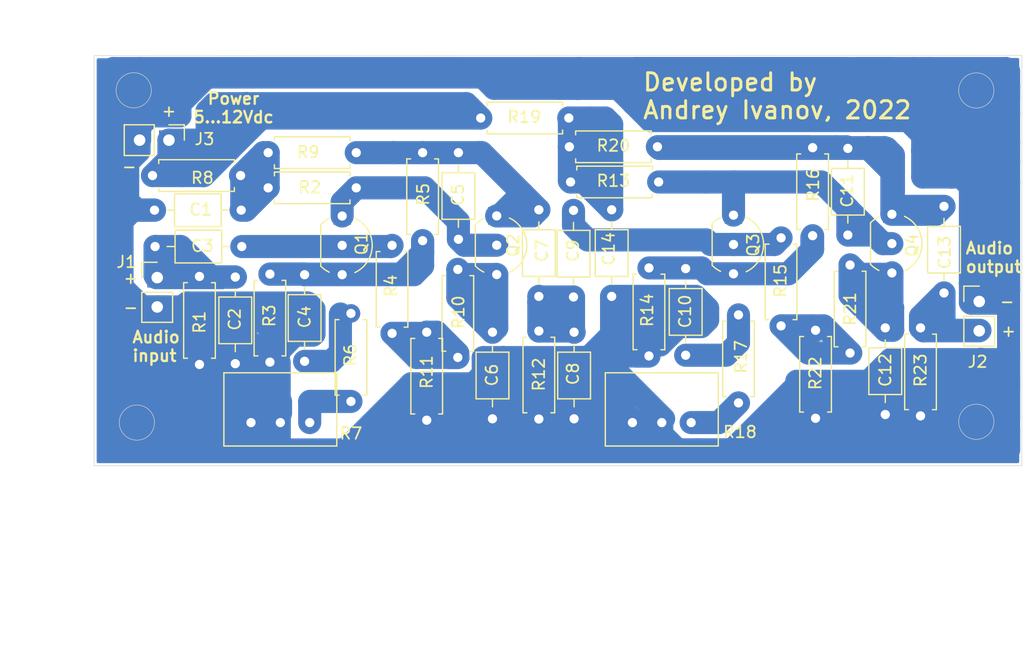
<source format=kicad_pcb>
(kicad_pcb (version 20171130) (host pcbnew 5.1.12)

  (general
    (thickness 1.6)
    (drawings 22)
    (tracks 762)
    (zones 0)
    (modules 44)
    (nets 24)
  )

  (page A4)
  (layers
    (0 F.Cu signal)
    (31 B.Cu signal)
    (32 B.Adhes user)
    (33 F.Adhes user)
    (34 B.Paste user)
    (35 F.Paste user)
    (36 B.SilkS user)
    (37 F.SilkS user)
    (38 B.Mask user)
    (39 F.Mask user)
    (40 Dwgs.User user)
    (41 Cmts.User user)
    (42 Eco1.User user)
    (43 Eco2.User user)
    (44 Edge.Cuts user)
    (45 Margin user)
    (46 B.CrtYd user)
    (47 F.CrtYd user)
    (48 B.Fab user)
    (49 F.Fab user)
  )

  (setup
    (last_trace_width 2)
    (trace_clearance 0.1)
    (zone_clearance 0.2)
    (zone_45_only no)
    (trace_min 0.2)
    (via_size 0.8)
    (via_drill 0.4)
    (via_min_size 0.4)
    (via_min_drill 0.3)
    (uvia_size 0.3)
    (uvia_drill 0.1)
    (uvias_allowed no)
    (uvia_min_size 0.2)
    (uvia_min_drill 0.1)
    (edge_width 0.05)
    (segment_width 0.2)
    (pcb_text_width 0.3)
    (pcb_text_size 1.5 1.5)
    (mod_edge_width 0.12)
    (mod_text_size 1 1)
    (mod_text_width 0.15)
    (pad_size 1.524 1.524)
    (pad_drill 0.762)
    (pad_to_mask_clearance 0.1)
    (solder_mask_min_width -0.1)
    (aux_axis_origin 0 0)
    (visible_elements FFFFFF7F)
    (pcbplotparams
      (layerselection 0x0107c_ffffffff)
      (usegerberextensions false)
      (usegerberattributes true)
      (usegerberadvancedattributes true)
      (creategerberjobfile true)
      (excludeedgelayer true)
      (linewidth 0.400000)
      (plotframeref false)
      (viasonmask false)
      (mode 1)
      (useauxorigin false)
      (hpglpennumber 1)
      (hpglpenspeed 20)
      (hpglpendiameter 15.000000)
      (psnegative false)
      (psa4output false)
      (plotreference true)
      (plotvalue false)
      (plotinvisibletext false)
      (padsonsilk false)
      (subtractmaskfromsilk false)
      (outputformat 1)
      (mirror false)
      (drillshape 0)
      (scaleselection 1)
      (outputdirectory "Gerber/"))
  )

  (net 0 "")
  (net 1 "Net-(C1-Pad1)")
  (net 2 "Net-(C4-Pad2)")
  (net 3 "Net-(C5-Pad1)")
  (net 4 "Net-(C6-Pad1)")
  (net 5 "Net-(C2-Pad1)")
  (net 6 "Net-(C14-Pad1)")
  (net 7 "Net-(C7-Pad1)")
  (net 8 "Net-(C9-Pad1)")
  (net 9 "Net-(C10-Pad1)")
  (net 10 "Net-(C10-Pad2)")
  (net 11 "Net-(C11-Pad1)")
  (net 12 "Net-(C12-Pad1)")
  (net 13 "Net-(R10-Pad2)")
  (net 14 GND)
  (net 15 "Net-(C3-Pad1)")
  (net 16 "Net-(C4-Pad1)")
  (net 17 "Net-(C5-Pad2)")
  (net 18 "Net-(C11-Pad2)")
  (net 19 "Net-(C13-Pad1)")
  (net 20 "Net-(J3-Pad1)")
  (net 21 "Net-(R6-Pad2)")
  (net 22 "Net-(R15-Pad1)")
  (net 23 "Net-(R17-Pad2)")

  (net_class Default "This is the default net class."
    (clearance 0.1)
    (trace_width 2)
    (via_dia 0.8)
    (via_drill 0.4)
    (uvia_dia 0.3)
    (uvia_drill 0.1)
    (add_net GND)
    (add_net "Net-(C1-Pad1)")
    (add_net "Net-(C10-Pad1)")
    (add_net "Net-(C10-Pad2)")
    (add_net "Net-(C11-Pad1)")
    (add_net "Net-(C11-Pad2)")
    (add_net "Net-(C12-Pad1)")
    (add_net "Net-(C13-Pad1)")
    (add_net "Net-(C14-Pad1)")
    (add_net "Net-(C2-Pad1)")
    (add_net "Net-(C3-Pad1)")
    (add_net "Net-(C4-Pad1)")
    (add_net "Net-(C4-Pad2)")
    (add_net "Net-(C5-Pad1)")
    (add_net "Net-(C5-Pad2)")
    (add_net "Net-(C6-Pad1)")
    (add_net "Net-(C7-Pad1)")
    (add_net "Net-(C9-Pad1)")
    (add_net "Net-(J3-Pad1)")
    (add_net "Net-(R10-Pad2)")
    (add_net "Net-(R15-Pad1)")
    (add_net "Net-(R17-Pad2)")
    (add_net "Net-(R6-Pad2)")
  )

  (module Potentiometer_THT:Potentiometer_Bourns_3299W_Vertical (layer F.Cu) (tedit 5A3D4994) (tstamp 61CA0EE2)
    (at 112 75 180)
    (descr "Potentiometer, vertical, Bourns 3299W, https://www.bourns.com/pdfs/3299.pdf")
    (tags "Potentiometer vertical Bourns 3299W")
    (path /61D12F70)
    (fp_text reference R7 (at -8.65 -0.946) (layer F.SilkS)
      (effects (font (size 1 1) (thickness 0.15)))
    )
    (fp_text value 100k (at -2.54 5.44) (layer F.Fab)
      (effects (font (size 1 1) (thickness 0.15)))
    )
    (fp_circle (center 0.955 2.92) (end 2.05 2.92) (layer F.Fab) (width 0.1))
    (fp_line (start -7.305 -1.91) (end -7.305 4.19) (layer F.Fab) (width 0.1))
    (fp_line (start -7.305 4.19) (end 2.225 4.19) (layer F.Fab) (width 0.1))
    (fp_line (start 2.225 4.19) (end 2.225 -1.91) (layer F.Fab) (width 0.1))
    (fp_line (start 2.225 -1.91) (end -7.305 -1.91) (layer F.Fab) (width 0.1))
    (fp_line (start 0.955 4.005) (end 0.956 1.836) (layer F.Fab) (width 0.1))
    (fp_line (start 0.955 4.005) (end 0.956 1.836) (layer F.Fab) (width 0.1))
    (fp_line (start -7.425 -2.03) (end 2.345 -2.03) (layer F.SilkS) (width 0.12))
    (fp_line (start -7.425 4.31) (end 2.345 4.31) (layer F.SilkS) (width 0.12))
    (fp_line (start -7.425 -2.03) (end -7.425 4.31) (layer F.SilkS) (width 0.12))
    (fp_line (start 2.345 -2.03) (end 2.345 4.31) (layer F.SilkS) (width 0.12))
    (fp_line (start -7.6 -2.2) (end -7.6 4.45) (layer F.CrtYd) (width 0.05))
    (fp_line (start -7.6 4.45) (end 2.5 4.45) (layer F.CrtYd) (width 0.05))
    (fp_line (start 2.5 4.45) (end 2.5 -2.2) (layer F.CrtYd) (width 0.05))
    (fp_line (start 2.5 -2.2) (end -7.6 -2.2) (layer F.CrtYd) (width 0.05))
    (fp_text user %R (at -3.175 1.14) (layer F.Fab)
      (effects (font (size 1 1) (thickness 0.15)))
    )
    (pad 3 thru_hole circle (at -5.08 0 180) (size 1.44 1.44) (drill 0.8) (layers *.Cu *.Mask)
      (net 21 "Net-(R6-Pad2)"))
    (pad 2 thru_hole circle (at -2.54 0 180) (size 1.44 1.44) (drill 0.8) (layers *.Cu *.Mask)
      (net 14 GND))
    (pad 1 thru_hole circle (at 0 0 180) (size 1.44 1.44) (drill 0.8) (layers *.Cu *.Mask)
      (net 14 GND))
    (model ${KISYS3DMOD}/Potentiometer_THT.3dshapes/Potentiometer_Bourns_3299W_Vertical.wrl
      (at (xyz 0 0 0))
      (scale (xyz 1 1 1))
      (rotate (xyz 0 0 0))
    )
  )

  (module Package_TO_SOT_THT:TO-92_Inline_Wide (layer F.Cu) (tedit 5A02FF81) (tstamp 60948FBD)
    (at 153.7462 57.039 270)
    (descr "TO-92 leads in-line, wide, drill 0.75mm (see NXP sot054_po.pdf)")
    (tags "to-92 sc-43 sc-43a sot54 PA33 transistor")
    (path /6097FB31)
    (fp_text reference Q3 (at 2.5781 -1.7018 90) (layer F.SilkS)
      (effects (font (size 1 1) (thickness 0.15)))
    )
    (fp_text value BC547 (at 16.5608 -8.128 180) (layer F.Fab)
      (effects (font (size 1 1) (thickness 0.15)))
    )
    (fp_line (start 6.09 2.01) (end -1.01 2.01) (layer F.CrtYd) (width 0.05))
    (fp_line (start 6.09 2.01) (end 6.09 -2.73) (layer F.CrtYd) (width 0.05))
    (fp_line (start -1.01 -2.73) (end -1.01 2.01) (layer F.CrtYd) (width 0.05))
    (fp_line (start -1.01 -2.73) (end 6.09 -2.73) (layer F.CrtYd) (width 0.05))
    (fp_line (start 0.8 1.75) (end 4.3 1.75) (layer F.Fab) (width 0.1))
    (fp_line (start 0.74 1.85) (end 4.34 1.85) (layer F.SilkS) (width 0.12))
    (fp_text user %R (at 16.5608 -3.7592 180) (layer F.Fab)
      (effects (font (size 1 1) (thickness 0.15)))
    )
    (fp_arc (start 2.54 0) (end 0.74 1.85) (angle 20) (layer F.SilkS) (width 0.12))
    (fp_arc (start 2.54 0) (end 2.54 -2.6) (angle -65) (layer F.SilkS) (width 0.12))
    (fp_arc (start 2.54 0) (end 2.54 -2.6) (angle 65) (layer F.SilkS) (width 0.12))
    (fp_arc (start 2.54 0) (end 2.54 -2.48) (angle 135) (layer F.Fab) (width 0.1))
    (fp_arc (start 2.54 0) (end 2.54 -2.48) (angle -135) (layer F.Fab) (width 0.1))
    (fp_arc (start 2.54 0) (end 4.34 1.85) (angle -20) (layer F.SilkS) (width 0.12))
    (pad 2 thru_hole circle (at 2.54 0 270) (size 1.5 1.5) (drill 0.8) (layers *.Cu *.Mask)
      (net 8 "Net-(C9-Pad1)"))
    (pad 3 thru_hole circle (at 5.08 0 270) (size 1.5 1.5) (drill 0.8) (layers *.Cu *.Mask)
      (net 9 "Net-(C10-Pad1)"))
    (pad 1 thru_hole rect (at 0 0 270) (size 1.5 1.5) (drill 0.8) (layers *.Cu *.Mask)
      (net 18 "Net-(C11-Pad2)"))
    (model ${KISYS3DMOD}/Package_TO_SOT_THT.3dshapes/TO-92_Inline_Wide.wrl
      (at (xyz 0 0 0))
      (scale (xyz 1 1 1))
      (rotate (xyz 0 0 0))
    )
  )

  (module Package_TO_SOT_THT:TO-92_Inline_Wide (layer F.Cu) (tedit 5A02FF81) (tstamp 60945BAE)
    (at 133.2611 57.1025 270)
    (descr "TO-92 leads in-line, wide, drill 0.75mm (see NXP sot054_po.pdf)")
    (tags "to-92 sc-43 sc-43a sot54 PA33 transistor")
    (path /608E3E03)
    (fp_text reference Q2 (at 2.54 -1.4224 90) (layer F.SilkS)
      (effects (font (size 1 1) (thickness 0.15)))
    )
    (fp_text value BC547 (at -3.7084 -2.9464 180) (layer F.Fab)
      (effects (font (size 1 1) (thickness 0.15)))
    )
    (fp_line (start 0.74 1.85) (end 4.34 1.85) (layer F.SilkS) (width 0.12))
    (fp_line (start 0.8 1.75) (end 4.3 1.75) (layer F.Fab) (width 0.1))
    (fp_line (start -1.01 -2.73) (end 6.09 -2.73) (layer F.CrtYd) (width 0.05))
    (fp_line (start -1.01 -2.73) (end -1.01 2.01) (layer F.CrtYd) (width 0.05))
    (fp_line (start 6.09 2.01) (end 6.09 -2.73) (layer F.CrtYd) (width 0.05))
    (fp_line (start 6.09 2.01) (end -1.01 2.01) (layer F.CrtYd) (width 0.05))
    (fp_text user %R (at -5.1308 -2.7432 180) (layer F.Fab)
      (effects (font (size 1 1) (thickness 0.15)))
    )
    (fp_arc (start 2.54 0) (end 0.74 1.85) (angle 20) (layer F.SilkS) (width 0.12))
    (fp_arc (start 2.54 0) (end 2.54 -2.6) (angle -65) (layer F.SilkS) (width 0.12))
    (fp_arc (start 2.54 0) (end 2.54 -2.6) (angle 65) (layer F.SilkS) (width 0.12))
    (fp_arc (start 2.54 0) (end 2.54 -2.48) (angle 135) (layer F.Fab) (width 0.1))
    (fp_arc (start 2.54 0) (end 2.54 -2.48) (angle -135) (layer F.Fab) (width 0.1))
    (fp_arc (start 2.54 0) (end 4.34 1.85) (angle -20) (layer F.SilkS) (width 0.12))
    (pad 2 thru_hole circle (at 2.54 0 270) (size 1.5 1.5) (drill 0.8) (layers *.Cu *.Mask)
      (net 17 "Net-(C5-Pad2)"))
    (pad 3 thru_hole circle (at 5.08 0 270) (size 1.5 1.5) (drill 0.8) (layers *.Cu *.Mask)
      (net 4 "Net-(C6-Pad1)"))
    (pad 1 thru_hole rect (at 0 0 270) (size 1.5 1.5) (drill 0.8) (layers *.Cu *.Mask)
      (net 3 "Net-(C5-Pad1)"))
    (model ${KISYS3DMOD}/Package_TO_SOT_THT.3dshapes/TO-92_Inline_Wide.wrl
      (at (xyz 0 0 0))
      (scale (xyz 1 1 1))
      (rotate (xyz 0 0 0))
    )
  )

  (module Resistor_THT:R_Axial_DIN0207_L6.3mm_D2.5mm_P7.62mm_Horizontal (layer F.Cu) (tedit 5AE5139B) (tstamp 60949019)
    (at 160.5915 51.197 270)
    (descr "Resistor, Axial_DIN0207 series, Axial, Horizontal, pin pitch=7.62mm, 0.25W = 1/4W, length*diameter=6.3*2.5mm^2, http://cdn-reichelt.de/documents/datenblatt/B400/1_4W%23YAG.pdf")
    (tags "Resistor Axial_DIN0207 series Axial Horizontal pin pitch 7.62mm 0.25W = 1/4W length 6.3mm diameter 2.5mm")
    (path /6097FDC9)
    (fp_text reference R16 (at 3.2258 -0.0381 90) (layer F.SilkS)
      (effects (font (size 1 1) (thickness 0.15)))
    )
    (fp_text value 15k (at -7.9248 7.9248 180) (layer F.Fab)
      (effects (font (size 1 1) (thickness 0.15)))
    )
    (fp_line (start 0.66 -1.25) (end 0.66 1.25) (layer F.Fab) (width 0.1))
    (fp_line (start 0.66 1.25) (end 6.96 1.25) (layer F.Fab) (width 0.1))
    (fp_line (start 6.96 1.25) (end 6.96 -1.25) (layer F.Fab) (width 0.1))
    (fp_line (start 6.96 -1.25) (end 0.66 -1.25) (layer F.Fab) (width 0.1))
    (fp_line (start 0 0) (end 0.66 0) (layer F.Fab) (width 0.1))
    (fp_line (start 7.62 0) (end 6.96 0) (layer F.Fab) (width 0.1))
    (fp_line (start 0.54 -1.04) (end 0.54 -1.37) (layer F.SilkS) (width 0.12))
    (fp_line (start 0.54 -1.37) (end 7.08 -1.37) (layer F.SilkS) (width 0.12))
    (fp_line (start 7.08 -1.37) (end 7.08 -1.04) (layer F.SilkS) (width 0.12))
    (fp_line (start 0.54 1.04) (end 0.54 1.37) (layer F.SilkS) (width 0.12))
    (fp_line (start 0.54 1.37) (end 7.08 1.37) (layer F.SilkS) (width 0.12))
    (fp_line (start 7.08 1.37) (end 7.08 1.04) (layer F.SilkS) (width 0.12))
    (fp_line (start -1.05 -1.5) (end -1.05 1.5) (layer F.CrtYd) (width 0.05))
    (fp_line (start -1.05 1.5) (end 8.67 1.5) (layer F.CrtYd) (width 0.05))
    (fp_line (start 8.67 1.5) (end 8.67 -1.5) (layer F.CrtYd) (width 0.05))
    (fp_line (start 8.67 -1.5) (end -1.05 -1.5) (layer F.CrtYd) (width 0.05))
    (fp_text user %R (at -8.0264 11.3792 180) (layer F.Fab)
      (effects (font (size 1 1) (thickness 0.15)))
    )
    (pad 2 thru_hole oval (at 7.62 0 270) (size 1.6 1.6) (drill 0.8) (layers *.Cu *.Mask)
      (net 9 "Net-(C10-Pad1)"))
    (pad 1 thru_hole circle (at 0 0 270) (size 1.6 1.6) (drill 0.8) (layers *.Cu *.Mask)
      (net 11 "Net-(C11-Pad1)"))
    (model ${KISYS3DMOD}/Resistor_THT.3dshapes/R_Axial_DIN0207_L6.3mm_D2.5mm_P7.62mm_Horizontal.wrl
      (at (xyz 0 0 0))
      (scale (xyz 1 1 1))
      (rotate (xyz 0 0 0))
    )
  )

  (module Resistor_THT:R_Axial_DIN0207_L6.3mm_D2.5mm_P7.62mm_Horizontal (layer F.Cu) (tedit 5AE5139B) (tstamp 60949047)
    (at 157.861 66.6275 90)
    (descr "Resistor, Axial_DIN0207 series, Axial, Horizontal, pin pitch=7.62mm, 0.25W = 1/4W, length*diameter=6.3*2.5mm^2, http://cdn-reichelt.de/documents/datenblatt/B400/1_4W%23YAG.pdf")
    (tags "Resistor Axial_DIN0207 series Axial Horizontal pin pitch 7.62mm 0.25W = 1/4W length 6.3mm diameter 2.5mm")
    (path /6097FD8D)
    (fp_text reference R15 (at 3.9116 -0.0508 90) (layer F.SilkS)
      (effects (font (size 1 1) (thickness 0.15)))
    )
    (fp_text value 150k (at 20.0152 15.1384 90) (layer F.Fab)
      (effects (font (size 1 1) (thickness 0.15)))
    )
    (fp_line (start 8.67 -1.5) (end -1.05 -1.5) (layer F.CrtYd) (width 0.05))
    (fp_line (start 8.67 1.5) (end 8.67 -1.5) (layer F.CrtYd) (width 0.05))
    (fp_line (start -1.05 1.5) (end 8.67 1.5) (layer F.CrtYd) (width 0.05))
    (fp_line (start -1.05 -1.5) (end -1.05 1.5) (layer F.CrtYd) (width 0.05))
    (fp_line (start 7.08 1.37) (end 7.08 1.04) (layer F.SilkS) (width 0.12))
    (fp_line (start 0.54 1.37) (end 7.08 1.37) (layer F.SilkS) (width 0.12))
    (fp_line (start 0.54 1.04) (end 0.54 1.37) (layer F.SilkS) (width 0.12))
    (fp_line (start 7.08 -1.37) (end 7.08 -1.04) (layer F.SilkS) (width 0.12))
    (fp_line (start 0.54 -1.37) (end 7.08 -1.37) (layer F.SilkS) (width 0.12))
    (fp_line (start 0.54 -1.04) (end 0.54 -1.37) (layer F.SilkS) (width 0.12))
    (fp_line (start 7.62 0) (end 6.96 0) (layer F.Fab) (width 0.1))
    (fp_line (start 0 0) (end 0.66 0) (layer F.Fab) (width 0.1))
    (fp_line (start 6.96 -1.25) (end 0.66 -1.25) (layer F.Fab) (width 0.1))
    (fp_line (start 6.96 1.25) (end 6.96 -1.25) (layer F.Fab) (width 0.1))
    (fp_line (start 0.66 1.25) (end 6.96 1.25) (layer F.Fab) (width 0.1))
    (fp_line (start 0.66 -1.25) (end 0.66 1.25) (layer F.Fab) (width 0.1))
    (fp_text user %R (at 23.876 15.1384 90) (layer F.Fab)
      (effects (font (size 1 1) (thickness 0.15)))
    )
    (pad 1 thru_hole circle (at 0 0 90) (size 1.6 1.6) (drill 0.8) (layers *.Cu *.Mask)
      (net 22 "Net-(R15-Pad1)"))
    (pad 2 thru_hole oval (at 7.62 0 90) (size 1.6 1.6) (drill 0.8) (layers *.Cu *.Mask)
      (net 8 "Net-(C9-Pad1)"))
    (model ${KISYS3DMOD}/Resistor_THT.3dshapes/R_Axial_DIN0207_L6.3mm_D2.5mm_P7.62mm_Horizontal.wrl
      (at (xyz 0 0 0))
      (scale (xyz 1 1 1))
      (rotate (xyz 0 0 0))
    )
  )

  (module Package_TO_SOT_THT:TO-92_Inline_Wide (layer F.Cu) (tedit 5A02FF81) (tstamp 60945BC2)
    (at 119.888 57.1152 270)
    (descr "TO-92 leads in-line, wide, drill 0.75mm (see NXP sot054_po.pdf)")
    (tags "to-92 sc-43 sc-43a sot54 PA33 transistor")
    (path /608E3744)
    (fp_text reference Q1 (at 2.3876 -1.6764 90) (layer F.SilkS)
      (effects (font (size 1 1) (thickness 0.15)))
    )
    (fp_text value BC547 (at 18.9484 -3.6068 180) (layer F.Fab)
      (effects (font (size 1 1) (thickness 0.15)))
    )
    (fp_line (start 6.09 2.01) (end -1.01 2.01) (layer F.CrtYd) (width 0.05))
    (fp_line (start 6.09 2.01) (end 6.09 -2.73) (layer F.CrtYd) (width 0.05))
    (fp_line (start -1.01 -2.73) (end -1.01 2.01) (layer F.CrtYd) (width 0.05))
    (fp_line (start -1.01 -2.73) (end 6.09 -2.73) (layer F.CrtYd) (width 0.05))
    (fp_line (start 0.8 1.75) (end 4.3 1.75) (layer F.Fab) (width 0.1))
    (fp_line (start 0.74 1.85) (end 4.34 1.85) (layer F.SilkS) (width 0.12))
    (fp_arc (start 2.54 0) (end 4.34 1.85) (angle -20) (layer F.SilkS) (width 0.12))
    (fp_arc (start 2.54 0) (end 2.54 -2.48) (angle -135) (layer F.Fab) (width 0.1))
    (fp_arc (start 2.54 0) (end 2.54 -2.48) (angle 135) (layer F.Fab) (width 0.1))
    (fp_arc (start 2.54 0) (end 2.54 -2.6) (angle 65) (layer F.SilkS) (width 0.12))
    (fp_arc (start 2.54 0) (end 2.54 -2.6) (angle -65) (layer F.SilkS) (width 0.12))
    (fp_arc (start 2.54 0) (end 0.74 1.85) (angle 20) (layer F.SilkS) (width 0.12))
    (fp_text user %R (at 18.9484 0.3556 180) (layer F.Fab)
      (effects (font (size 1 1) (thickness 0.15)))
    )
    (pad 1 thru_hole rect (at 0 0 270) (size 1.5 1.5) (drill 0.8) (layers *.Cu *.Mask)
      (net 17 "Net-(C5-Pad2)"))
    (pad 3 thru_hole circle (at 5.08 0 270) (size 1.5 1.5) (drill 0.8) (layers *.Cu *.Mask)
      (net 16 "Net-(C4-Pad1)"))
    (pad 2 thru_hole circle (at 2.54 0 270) (size 1.5 1.5) (drill 0.8) (layers *.Cu *.Mask)
      (net 15 "Net-(C3-Pad1)"))
    (model ${KISYS3DMOD}/Package_TO_SOT_THT.3dshapes/TO-92_Inline_Wide.wrl
      (at (xyz 0 0 0))
      (scale (xyz 1 1 1))
      (rotate (xyz 0 0 0))
    )
  )

  (module Resistor_THT:R_Axial_DIN0207_L6.3mm_D2.5mm_P7.62mm_Horizontal (layer F.Cu) (tedit 5AE5139B) (tstamp 60945C1E)
    (at 126.8476 51.6288 270)
    (descr "Resistor, Axial_DIN0207 series, Axial, Horizontal, pin pitch=7.62mm, 0.25W = 1/4W, length*diameter=6.3*2.5mm^2, http://cdn-reichelt.de/documents/datenblatt/B400/1_4W%23YAG.pdf")
    (tags "Resistor Axial_DIN0207 series Axial Horizontal pin pitch 7.62mm 0.25W = 1/4W length 6.3mm diameter 2.5mm")
    (path /609443D8)
    (fp_text reference R5 (at 3.6068 -0.0508 90) (layer F.SilkS)
      (effects (font (size 1 1) (thickness 0.15)))
    )
    (fp_text value 15k (at -8.2804 14.986 180) (layer F.Fab)
      (effects (font (size 1 1) (thickness 0.15)))
    )
    (fp_line (start 0.66 -1.25) (end 0.66 1.25) (layer F.Fab) (width 0.1))
    (fp_line (start 0.66 1.25) (end 6.96 1.25) (layer F.Fab) (width 0.1))
    (fp_line (start 6.96 1.25) (end 6.96 -1.25) (layer F.Fab) (width 0.1))
    (fp_line (start 6.96 -1.25) (end 0.66 -1.25) (layer F.Fab) (width 0.1))
    (fp_line (start 0 0) (end 0.66 0) (layer F.Fab) (width 0.1))
    (fp_line (start 7.62 0) (end 6.96 0) (layer F.Fab) (width 0.1))
    (fp_line (start 0.54 -1.04) (end 0.54 -1.37) (layer F.SilkS) (width 0.12))
    (fp_line (start 0.54 -1.37) (end 7.08 -1.37) (layer F.SilkS) (width 0.12))
    (fp_line (start 7.08 -1.37) (end 7.08 -1.04) (layer F.SilkS) (width 0.12))
    (fp_line (start 0.54 1.04) (end 0.54 1.37) (layer F.SilkS) (width 0.12))
    (fp_line (start 0.54 1.37) (end 7.08 1.37) (layer F.SilkS) (width 0.12))
    (fp_line (start 7.08 1.37) (end 7.08 1.04) (layer F.SilkS) (width 0.12))
    (fp_line (start -1.05 -1.5) (end -1.05 1.5) (layer F.CrtYd) (width 0.05))
    (fp_line (start -1.05 1.5) (end 8.67 1.5) (layer F.CrtYd) (width 0.05))
    (fp_line (start 8.67 1.5) (end 8.67 -1.5) (layer F.CrtYd) (width 0.05))
    (fp_line (start 8.67 -1.5) (end -1.05 -1.5) (layer F.CrtYd) (width 0.05))
    (fp_text user %R (at -8.2296 17.9832 180) (layer F.Fab)
      (effects (font (size 1 1) (thickness 0.15)))
    )
    (pad 1 thru_hole circle (at 0 0 270) (size 1.6 1.6) (drill 0.8) (layers *.Cu *.Mask)
      (net 3 "Net-(C5-Pad1)"))
    (pad 2 thru_hole oval (at 7.62 0 270) (size 1.6 1.6) (drill 0.8) (layers *.Cu *.Mask)
      (net 16 "Net-(C4-Pad1)"))
    (model ${KISYS3DMOD}/Resistor_THT.3dshapes/R_Axial_DIN0207_L6.3mm_D2.5mm_P7.62mm_Horizontal.wrl
      (at (xyz 0 0 0))
      (scale (xyz 1 1 1))
      (rotate (xyz 0 0 0))
    )
  )

  (module Capacitor_THT:C_Axial_L3.8mm_D2.6mm_P7.50mm_Horizontal (layer F.Cu) (tedit 5AE50EF0) (tstamp 60945A8E)
    (at 129.9464 51.6288 270)
    (descr "C, Axial series, Axial, Horizontal, pin pitch=7.5mm, , length*diameter=3.8*2.6mm^2, http://www.vishay.com/docs/45231/arseries.pdf")
    (tags "C Axial series Axial Horizontal pin pitch 7.5mm  length 3.8mm diameter 2.6mm")
    (path /60948FC3)
    (fp_text reference C5 (at 3.6576 0.0508 90) (layer F.SilkS)
      (effects (font (size 1 1) (thickness 0.15)))
    )
    (fp_text value 100pF (at -4.1148 10.6172 180) (layer F.Fab)
      (effects (font (size 1 1) (thickness 0.15)))
    )
    (fp_line (start 8.55 -1.55) (end -1.05 -1.55) (layer F.CrtYd) (width 0.05))
    (fp_line (start 8.55 1.55) (end 8.55 -1.55) (layer F.CrtYd) (width 0.05))
    (fp_line (start -1.05 1.55) (end 8.55 1.55) (layer F.CrtYd) (width 0.05))
    (fp_line (start -1.05 -1.55) (end -1.05 1.55) (layer F.CrtYd) (width 0.05))
    (fp_line (start 6.46 0) (end 5.77 0) (layer F.SilkS) (width 0.12))
    (fp_line (start 1.04 0) (end 1.73 0) (layer F.SilkS) (width 0.12))
    (fp_line (start 5.77 -1.42) (end 1.73 -1.42) (layer F.SilkS) (width 0.12))
    (fp_line (start 5.77 1.42) (end 5.77 -1.42) (layer F.SilkS) (width 0.12))
    (fp_line (start 1.73 1.42) (end 5.77 1.42) (layer F.SilkS) (width 0.12))
    (fp_line (start 1.73 -1.42) (end 1.73 1.42) (layer F.SilkS) (width 0.12))
    (fp_line (start 7.5 0) (end 5.65 0) (layer F.Fab) (width 0.1))
    (fp_line (start 0 0) (end 1.85 0) (layer F.Fab) (width 0.1))
    (fp_line (start 5.65 -1.3) (end 1.85 -1.3) (layer F.Fab) (width 0.1))
    (fp_line (start 5.65 1.3) (end 5.65 -1.3) (layer F.Fab) (width 0.1))
    (fp_line (start 1.85 1.3) (end 5.65 1.3) (layer F.Fab) (width 0.1))
    (fp_line (start 1.85 -1.3) (end 1.85 1.3) (layer F.Fab) (width 0.1))
    (fp_text user %R (at -3.9624 14.2748 180) (layer F.Fab)
      (effects (font (size 0.76 0.76) (thickness 0.114)))
    )
    (pad 2 thru_hole oval (at 7.5 0 270) (size 1.6 1.6) (drill 0.8) (layers *.Cu *.Mask)
      (net 17 "Net-(C5-Pad2)"))
    (pad 1 thru_hole circle (at 0 0 270) (size 1.6 1.6) (drill 0.8) (layers *.Cu *.Mask)
      (net 3 "Net-(C5-Pad1)"))
    (model ${KISYS3DMOD}/Capacitor_THT.3dshapes/C_Axial_L3.8mm_D2.6mm_P7.50mm_Horizontal.wrl
      (at (xyz 0 0 0))
      (scale (xyz 1 1 1))
      (rotate (xyz 0 0 0))
    )
  )

  (module Resistor_THT:R_Axial_DIN0207_L6.3mm_D2.5mm_P7.62mm_Horizontal (layer F.Cu) (tedit 5AE5139B) (tstamp 60945C91)
    (at 113.6396 62.1444 270)
    (descr "Resistor, Axial_DIN0207 series, Axial, Horizontal, pin pitch=7.62mm, 0.25W = 1/4W, length*diameter=6.3*2.5mm^2, http://cdn-reichelt.de/documents/datenblatt/B400/1_4W%23YAG.pdf")
    (tags "Resistor Axial_DIN0207 series Axial Horizontal pin pitch 7.62mm 0.25W = 1/4W length 6.3mm diameter 2.5mm")
    (path /608F4AAB)
    (fp_text reference R3 (at 3.6068 0.0508 90) (layer F.SilkS)
      (effects (font (size 1 1) (thickness 0.15)))
    )
    (fp_text value 4.7k (at -17.4244 8.7376 180) (layer F.Fab)
      (effects (font (size 1 1) (thickness 0.15)))
    )
    (fp_line (start 0.66 -1.25) (end 0.66 1.25) (layer F.Fab) (width 0.1))
    (fp_line (start 0.66 1.25) (end 6.96 1.25) (layer F.Fab) (width 0.1))
    (fp_line (start 6.96 1.25) (end 6.96 -1.25) (layer F.Fab) (width 0.1))
    (fp_line (start 6.96 -1.25) (end 0.66 -1.25) (layer F.Fab) (width 0.1))
    (fp_line (start 0 0) (end 0.66 0) (layer F.Fab) (width 0.1))
    (fp_line (start 7.62 0) (end 6.96 0) (layer F.Fab) (width 0.1))
    (fp_line (start 0.54 -1.04) (end 0.54 -1.37) (layer F.SilkS) (width 0.12))
    (fp_line (start 0.54 -1.37) (end 7.08 -1.37) (layer F.SilkS) (width 0.12))
    (fp_line (start 7.08 -1.37) (end 7.08 -1.04) (layer F.SilkS) (width 0.12))
    (fp_line (start 0.54 1.04) (end 0.54 1.37) (layer F.SilkS) (width 0.12))
    (fp_line (start 0.54 1.37) (end 7.08 1.37) (layer F.SilkS) (width 0.12))
    (fp_line (start 7.08 1.37) (end 7.08 1.04) (layer F.SilkS) (width 0.12))
    (fp_line (start -1.05 -1.5) (end -1.05 1.5) (layer F.CrtYd) (width 0.05))
    (fp_line (start -1.05 1.5) (end 8.67 1.5) (layer F.CrtYd) (width 0.05))
    (fp_line (start 8.67 1.5) (end 8.67 -1.5) (layer F.CrtYd) (width 0.05))
    (fp_line (start 8.67 -1.5) (end -1.05 -1.5) (layer F.CrtYd) (width 0.05))
    (fp_text user %R (at -17.4244 12.3444 180) (layer F.Fab)
      (effects (font (size 1 1) (thickness 0.15)))
    )
    (pad 1 thru_hole circle (at 0 0 270) (size 1.6 1.6) (drill 0.8) (layers *.Cu *.Mask)
      (net 16 "Net-(C4-Pad1)"))
    (pad 2 thru_hole oval (at 7.62 0 270) (size 1.6 1.6) (drill 0.8) (layers *.Cu *.Mask)
      (net 14 GND))
    (model ${KISYS3DMOD}/Resistor_THT.3dshapes/R_Axial_DIN0207_L6.3mm_D2.5mm_P7.62mm_Horizontal.wrl
      (at (xyz 0 0 0))
      (scale (xyz 1 1 1))
      (rotate (xyz 0 0 0))
    )
  )

  (module Resistor_THT:R_Axial_DIN0207_L6.3mm_D2.5mm_P7.62mm_Horizontal (layer F.Cu) (tedit 5AE5139B) (tstamp 60945BD9)
    (at 103.4796 53.61)
    (descr "Resistor, Axial_DIN0207 series, Axial, Horizontal, pin pitch=7.62mm, 0.25W = 1/4W, length*diameter=6.3*2.5mm^2, http://cdn-reichelt.de/documents/datenblatt/B400/1_4W%23YAG.pdf")
    (tags "Resistor Axial_DIN0207 series Axial Horizontal pin pitch 7.62mm 0.25W = 1/4W length 6.3mm diameter 2.5mm")
    (path /609988C8)
    (fp_text reference R8 (at 4.318 0.2032) (layer F.SilkS)
      (effects (font (size 1 1) (thickness 0.15)))
    )
    (fp_text value 100R (at 16.5608 -10.3124) (layer F.Fab)
      (effects (font (size 1 1) (thickness 0.15)))
    )
    (fp_line (start 0.66 -1.25) (end 0.66 1.25) (layer F.Fab) (width 0.1))
    (fp_line (start 0.66 1.25) (end 6.96 1.25) (layer F.Fab) (width 0.1))
    (fp_line (start 6.96 1.25) (end 6.96 -1.25) (layer F.Fab) (width 0.1))
    (fp_line (start 6.96 -1.25) (end 0.66 -1.25) (layer F.Fab) (width 0.1))
    (fp_line (start 0 0) (end 0.66 0) (layer F.Fab) (width 0.1))
    (fp_line (start 7.62 0) (end 6.96 0) (layer F.Fab) (width 0.1))
    (fp_line (start 0.54 -1.04) (end 0.54 -1.37) (layer F.SilkS) (width 0.12))
    (fp_line (start 0.54 -1.37) (end 7.08 -1.37) (layer F.SilkS) (width 0.12))
    (fp_line (start 7.08 -1.37) (end 7.08 -1.04) (layer F.SilkS) (width 0.12))
    (fp_line (start 0.54 1.04) (end 0.54 1.37) (layer F.SilkS) (width 0.12))
    (fp_line (start 0.54 1.37) (end 7.08 1.37) (layer F.SilkS) (width 0.12))
    (fp_line (start 7.08 1.37) (end 7.08 1.04) (layer F.SilkS) (width 0.12))
    (fp_line (start -1.05 -1.5) (end -1.05 1.5) (layer F.CrtYd) (width 0.05))
    (fp_line (start -1.05 1.5) (end 8.67 1.5) (layer F.CrtYd) (width 0.05))
    (fp_line (start 8.67 1.5) (end 8.67 -1.5) (layer F.CrtYd) (width 0.05))
    (fp_line (start 8.67 -1.5) (end -1.05 -1.5) (layer F.CrtYd) (width 0.05))
    (fp_text user %R (at 13.0556 -10.3632) (layer F.Fab)
      (effects (font (size 1 1) (thickness 0.15)))
    )
    (pad 1 thru_hole circle (at 0 0) (size 1.6 1.6) (drill 0.8) (layers *.Cu *.Mask)
      (net 20 "Net-(J3-Pad1)"))
    (pad 2 thru_hole oval (at 7.62 0) (size 1.6 1.6) (drill 0.8) (layers *.Cu *.Mask)
      (net 1 "Net-(C1-Pad1)"))
    (model ${KISYS3DMOD}/Resistor_THT.3dshapes/R_Axial_DIN0207_L6.3mm_D2.5mm_P7.62mm_Horizontal.wrl
      (at (xyz 0 0 0))
      (scale (xyz 1 1 1))
      (rotate (xyz 0 0 0))
    )
  )

  (module Resistor_THT:R_Axial_DIN0207_L6.3mm_D2.5mm_P7.62mm_Horizontal (layer F.Cu) (tedit 5AE5139B) (tstamp 609A4884)
    (at 120.65 65.548 270)
    (descr "Resistor, Axial_DIN0207 series, Axial, Horizontal, pin pitch=7.62mm, 0.25W = 1/4W, length*diameter=6.3*2.5mm^2, http://cdn-reichelt.de/documents/datenblatt/B400/1_4W%23YAG.pdf")
    (tags "Resistor Axial_DIN0207 series Axial Horizontal pin pitch 7.62mm 0.25W = 1/4W length 6.3mm diameter 2.5mm")
    (path /6093F573)
    (fp_text reference R6 (at 3.6068 0.0508 90) (layer F.SilkS)
      (effects (font (size 1 1) (thickness 0.15)))
    )
    (fp_text value 100R (at -20.6756 7.3152 180) (layer F.Fab)
      (effects (font (size 1 1) (thickness 0.15)))
    )
    (fp_line (start 8.67 -1.5) (end -1.05 -1.5) (layer F.CrtYd) (width 0.05))
    (fp_line (start 8.67 1.5) (end 8.67 -1.5) (layer F.CrtYd) (width 0.05))
    (fp_line (start -1.05 1.5) (end 8.67 1.5) (layer F.CrtYd) (width 0.05))
    (fp_line (start -1.05 -1.5) (end -1.05 1.5) (layer F.CrtYd) (width 0.05))
    (fp_line (start 7.08 1.37) (end 7.08 1.04) (layer F.SilkS) (width 0.12))
    (fp_line (start 0.54 1.37) (end 7.08 1.37) (layer F.SilkS) (width 0.12))
    (fp_line (start 0.54 1.04) (end 0.54 1.37) (layer F.SilkS) (width 0.12))
    (fp_line (start 7.08 -1.37) (end 7.08 -1.04) (layer F.SilkS) (width 0.12))
    (fp_line (start 0.54 -1.37) (end 7.08 -1.37) (layer F.SilkS) (width 0.12))
    (fp_line (start 0.54 -1.04) (end 0.54 -1.37) (layer F.SilkS) (width 0.12))
    (fp_line (start 7.62 0) (end 6.96 0) (layer F.Fab) (width 0.1))
    (fp_line (start 0 0) (end 0.66 0) (layer F.Fab) (width 0.1))
    (fp_line (start 6.96 -1.25) (end 0.66 -1.25) (layer F.Fab) (width 0.1))
    (fp_line (start 6.96 1.25) (end 6.96 -1.25) (layer F.Fab) (width 0.1))
    (fp_line (start 0.66 1.25) (end 6.96 1.25) (layer F.Fab) (width 0.1))
    (fp_line (start 0.66 -1.25) (end 0.66 1.25) (layer F.Fab) (width 0.1))
    (fp_text user %R (at -20.7264 10.8204 180) (layer F.Fab)
      (effects (font (size 1 1) (thickness 0.15)))
    )
    (pad 2 thru_hole oval (at 7.62 0 270) (size 1.6 1.6) (drill 0.8) (layers *.Cu *.Mask)
      (net 21 "Net-(R6-Pad2)"))
    (pad 1 thru_hole circle (at 0 0 270) (size 1.6 1.6) (drill 0.8) (layers *.Cu *.Mask)
      (net 2 "Net-(C4-Pad2)"))
    (model ${KISYS3DMOD}/Resistor_THT.3dshapes/R_Axial_DIN0207_L6.3mm_D2.5mm_P7.62mm_Horizontal.wrl
      (at (xyz 0 0 0))
      (scale (xyz 1 1 1))
      (rotate (xyz 0 0 0))
    )
  )

  (module Resistor_THT:R_Axial_DIN0207_L6.3mm_D2.5mm_P7.62mm_Horizontal (layer F.Cu) (tedit 5AE5139B) (tstamp 609490A3)
    (at 154.178 65.675 270)
    (descr "Resistor, Axial_DIN0207 series, Axial, Horizontal, pin pitch=7.62mm, 0.25W = 1/4W, length*diameter=6.3*2.5mm^2, http://cdn-reichelt.de/documents/datenblatt/B400/1_4W%23YAG.pdf")
    (tags "Resistor Axial_DIN0207 series Axial Horizontal pin pitch 7.62mm 0.25W = 1/4W length 6.3mm diameter 2.5mm")
    (path /6097FDAE)
    (fp_text reference R17 (at 3.6322 -0.2159 90) (layer F.SilkS)
      (effects (font (size 1 1) (thickness 0.15)))
    )
    (fp_text value 100R (at 28.3972 -8.2804 180) (layer F.Fab)
      (effects (font (size 1 1) (thickness 0.15)))
    )
    (fp_line (start 0.66 -1.25) (end 0.66 1.25) (layer F.Fab) (width 0.1))
    (fp_line (start 0.66 1.25) (end 6.96 1.25) (layer F.Fab) (width 0.1))
    (fp_line (start 6.96 1.25) (end 6.96 -1.25) (layer F.Fab) (width 0.1))
    (fp_line (start 6.96 -1.25) (end 0.66 -1.25) (layer F.Fab) (width 0.1))
    (fp_line (start 0 0) (end 0.66 0) (layer F.Fab) (width 0.1))
    (fp_line (start 7.62 0) (end 6.96 0) (layer F.Fab) (width 0.1))
    (fp_line (start 0.54 -1.04) (end 0.54 -1.37) (layer F.SilkS) (width 0.12))
    (fp_line (start 0.54 -1.37) (end 7.08 -1.37) (layer F.SilkS) (width 0.12))
    (fp_line (start 7.08 -1.37) (end 7.08 -1.04) (layer F.SilkS) (width 0.12))
    (fp_line (start 0.54 1.04) (end 0.54 1.37) (layer F.SilkS) (width 0.12))
    (fp_line (start 0.54 1.37) (end 7.08 1.37) (layer F.SilkS) (width 0.12))
    (fp_line (start 7.08 1.37) (end 7.08 1.04) (layer F.SilkS) (width 0.12))
    (fp_line (start -1.05 -1.5) (end -1.05 1.5) (layer F.CrtYd) (width 0.05))
    (fp_line (start -1.05 1.5) (end 8.67 1.5) (layer F.CrtYd) (width 0.05))
    (fp_line (start 8.67 1.5) (end 8.67 -1.5) (layer F.CrtYd) (width 0.05))
    (fp_line (start 8.67 -1.5) (end -1.05 -1.5) (layer F.CrtYd) (width 0.05))
    (fp_text user %R (at 28.448 -12.3444 180) (layer F.Fab)
      (effects (font (size 1 1) (thickness 0.15)))
    )
    (pad 2 thru_hole oval (at 7.62 0 270) (size 1.6 1.6) (drill 0.8) (layers *.Cu *.Mask)
      (net 23 "Net-(R17-Pad2)"))
    (pad 1 thru_hole circle (at 0 0 270) (size 1.6 1.6) (drill 0.8) (layers *.Cu *.Mask)
      (net 10 "Net-(C10-Pad2)"))
    (model ${KISYS3DMOD}/Resistor_THT.3dshapes/R_Axial_DIN0207_L6.3mm_D2.5mm_P7.62mm_Horizontal.wrl
      (at (xyz 0 0 0))
      (scale (xyz 1 1 1))
      (rotate (xyz 0 0 0))
    )
  )

  (module Capacitor_THT:C_Axial_L3.8mm_D2.6mm_P7.50mm_Horizontal (layer F.Cu) (tedit 5AE50EF0) (tstamp 60945A77)
    (at 136.906 64.0748 90)
    (descr "C, Axial series, Axial, Horizontal, pin pitch=7.5mm, , length*diameter=3.8*2.6mm^2, http://www.vishay.com/docs/45231/arseries.pdf")
    (tags "C Axial series Axial Horizontal pin pitch 7.5mm  length 3.8mm diameter 2.6mm")
    (path /60960003)
    (fp_text reference C7 (at 3.9624 0.254 90) (layer F.SilkS)
      (effects (font (size 1 1) (thickness 0.15)))
    )
    (fp_text value 470nF (at 17.8816 -10.16 180) (layer F.Fab)
      (effects (font (size 1 1) (thickness 0.15)))
    )
    (fp_line (start 1.85 -1.3) (end 1.85 1.3) (layer F.Fab) (width 0.1))
    (fp_line (start 1.85 1.3) (end 5.65 1.3) (layer F.Fab) (width 0.1))
    (fp_line (start 5.65 1.3) (end 5.65 -1.3) (layer F.Fab) (width 0.1))
    (fp_line (start 5.65 -1.3) (end 1.85 -1.3) (layer F.Fab) (width 0.1))
    (fp_line (start 0 0) (end 1.85 0) (layer F.Fab) (width 0.1))
    (fp_line (start 7.5 0) (end 5.65 0) (layer F.Fab) (width 0.1))
    (fp_line (start 1.73 -1.42) (end 1.73 1.42) (layer F.SilkS) (width 0.12))
    (fp_line (start 1.73 1.42) (end 5.77 1.42) (layer F.SilkS) (width 0.12))
    (fp_line (start 5.77 1.42) (end 5.77 -1.42) (layer F.SilkS) (width 0.12))
    (fp_line (start 5.77 -1.42) (end 1.73 -1.42) (layer F.SilkS) (width 0.12))
    (fp_line (start 1.04 0) (end 1.73 0) (layer F.SilkS) (width 0.12))
    (fp_line (start 6.46 0) (end 5.77 0) (layer F.SilkS) (width 0.12))
    (fp_line (start -1.05 -1.55) (end -1.05 1.55) (layer F.CrtYd) (width 0.05))
    (fp_line (start -1.05 1.55) (end 8.55 1.55) (layer F.CrtYd) (width 0.05))
    (fp_line (start 8.55 1.55) (end 8.55 -1.55) (layer F.CrtYd) (width 0.05))
    (fp_line (start 8.55 -1.55) (end -1.05 -1.55) (layer F.CrtYd) (width 0.05))
    (fp_text user %R (at 17.78 -13.5128 180) (layer F.Fab)
      (effects (font (size 0.76 0.76) (thickness 0.114)))
    )
    (pad 1 thru_hole circle (at 0 0 90) (size 1.6 1.6) (drill 0.8) (layers *.Cu *.Mask)
      (net 7 "Net-(C7-Pad1)"))
    (pad 2 thru_hole oval (at 7.5 0 90) (size 1.6 1.6) (drill 0.8) (layers *.Cu *.Mask)
      (net 3 "Net-(C5-Pad1)"))
    (model ${KISYS3DMOD}/Capacitor_THT.3dshapes/C_Axial_L3.8mm_D2.6mm_P7.50mm_Horizontal.wrl
      (at (xyz 0 0 0))
      (scale (xyz 1 1 1))
      (rotate (xyz 0 0 0))
    )
  )

  (module Capacitor_THT:C_Axial_L3.8mm_D2.6mm_P7.50mm_Horizontal (layer F.Cu) (tedit 5AE50EF0) (tstamp 60945AA5)
    (at 111.2012 59.7568 180)
    (descr "C, Axial series, Axial, Horizontal, pin pitch=7.5mm, , length*diameter=3.8*2.6mm^2, http://www.vishay.com/docs/45231/arseries.pdf")
    (tags "C Axial series Axial Horizontal pin pitch 7.5mm  length 3.8mm diameter 2.6mm")
    (path /608F00E7)
    (fp_text reference C3 (at 3.4036 0.0508) (layer F.SilkS)
      (effects (font (size 1 1) (thickness 0.15)))
    )
    (fp_text value 470nF (at -0.7112 10.6172) (layer F.Fab)
      (effects (font (size 1 1) (thickness 0.15)))
    )
    (fp_line (start 8.55 -1.55) (end -1.05 -1.55) (layer F.CrtYd) (width 0.05))
    (fp_line (start 8.55 1.55) (end 8.55 -1.55) (layer F.CrtYd) (width 0.05))
    (fp_line (start -1.05 1.55) (end 8.55 1.55) (layer F.CrtYd) (width 0.05))
    (fp_line (start -1.05 -1.55) (end -1.05 1.55) (layer F.CrtYd) (width 0.05))
    (fp_line (start 6.46 0) (end 5.77 0) (layer F.SilkS) (width 0.12))
    (fp_line (start 1.04 0) (end 1.73 0) (layer F.SilkS) (width 0.12))
    (fp_line (start 5.77 -1.42) (end 1.73 -1.42) (layer F.SilkS) (width 0.12))
    (fp_line (start 5.77 1.42) (end 5.77 -1.42) (layer F.SilkS) (width 0.12))
    (fp_line (start 1.73 1.42) (end 5.77 1.42) (layer F.SilkS) (width 0.12))
    (fp_line (start 1.73 -1.42) (end 1.73 1.42) (layer F.SilkS) (width 0.12))
    (fp_line (start 7.5 0) (end 5.65 0) (layer F.Fab) (width 0.1))
    (fp_line (start 0 0) (end 1.85 0) (layer F.Fab) (width 0.1))
    (fp_line (start 5.65 -1.3) (end 1.85 -1.3) (layer F.Fab) (width 0.1))
    (fp_line (start 5.65 1.3) (end 5.65 -1.3) (layer F.Fab) (width 0.1))
    (fp_line (start 1.85 1.3) (end 5.65 1.3) (layer F.Fab) (width 0.1))
    (fp_line (start 1.85 -1.3) (end 1.85 1.3) (layer F.Fab) (width 0.1))
    (fp_text user %R (at 2.7432 10.5156) (layer F.Fab)
      (effects (font (size 0.76 0.76) (thickness 0.114)))
    )
    (pad 2 thru_hole oval (at 7.5 0 180) (size 1.6 1.6) (drill 0.8) (layers *.Cu *.Mask)
      (net 5 "Net-(C2-Pad1)"))
    (pad 1 thru_hole circle (at 0 0 180) (size 1.6 1.6) (drill 0.8) (layers *.Cu *.Mask)
      (net 15 "Net-(C3-Pad1)"))
    (model ${KISYS3DMOD}/Capacitor_THT.3dshapes/C_Axial_L3.8mm_D2.6mm_P7.50mm_Horizontal.wrl
      (at (xyz 0 0 0))
      (scale (xyz 1 1 1))
      (rotate (xyz 0 0 0))
    )
  )

  (module Capacitor_THT:C_Axial_L3.8mm_D2.6mm_P7.50mm_Horizontal (layer F.Cu) (tedit 5AE50EF0) (tstamp 60945ABC)
    (at 111.1504 56.6072 180)
    (descr "C, Axial series, Axial, Horizontal, pin pitch=7.5mm, , length*diameter=3.8*2.6mm^2, http://www.vishay.com/docs/45231/arseries.pdf")
    (tags "C Axial series Axial Horizontal pin pitch 7.5mm  length 3.8mm diameter 2.6mm")
    (path /608EDA7F)
    (fp_text reference C1 (at 3.5052 0.0508) (layer F.SilkS)
      (effects (font (size 1 1) (thickness 0.15)))
    )
    (fp_text value 100uF (at -0.762 10.16) (layer F.Fab)
      (effects (font (size 1 1) (thickness 0.15)))
    )
    (fp_line (start 1.85 -1.3) (end 1.85 1.3) (layer F.Fab) (width 0.1))
    (fp_line (start 1.85 1.3) (end 5.65 1.3) (layer F.Fab) (width 0.1))
    (fp_line (start 5.65 1.3) (end 5.65 -1.3) (layer F.Fab) (width 0.1))
    (fp_line (start 5.65 -1.3) (end 1.85 -1.3) (layer F.Fab) (width 0.1))
    (fp_line (start 0 0) (end 1.85 0) (layer F.Fab) (width 0.1))
    (fp_line (start 7.5 0) (end 5.65 0) (layer F.Fab) (width 0.1))
    (fp_line (start 1.73 -1.42) (end 1.73 1.42) (layer F.SilkS) (width 0.12))
    (fp_line (start 1.73 1.42) (end 5.77 1.42) (layer F.SilkS) (width 0.12))
    (fp_line (start 5.77 1.42) (end 5.77 -1.42) (layer F.SilkS) (width 0.12))
    (fp_line (start 5.77 -1.42) (end 1.73 -1.42) (layer F.SilkS) (width 0.12))
    (fp_line (start 1.04 0) (end 1.73 0) (layer F.SilkS) (width 0.12))
    (fp_line (start 6.46 0) (end 5.77 0) (layer F.SilkS) (width 0.12))
    (fp_line (start -1.05 -1.55) (end -1.05 1.55) (layer F.CrtYd) (width 0.05))
    (fp_line (start -1.05 1.55) (end 8.55 1.55) (layer F.CrtYd) (width 0.05))
    (fp_line (start 8.55 1.55) (end 8.55 -1.55) (layer F.CrtYd) (width 0.05))
    (fp_line (start 8.55 -1.55) (end -1.05 -1.55) (layer F.CrtYd) (width 0.05))
    (fp_text user %R (at 2.6416 10.0076) (layer F.Fab)
      (effects (font (size 0.76 0.76) (thickness 0.114)))
    )
    (pad 1 thru_hole circle (at 0 0 180) (size 1.6 1.6) (drill 0.8) (layers *.Cu *.Mask)
      (net 1 "Net-(C1-Pad1)"))
    (pad 2 thru_hole oval (at 7.5 0 180) (size 1.6 1.6) (drill 0.8) (layers *.Cu *.Mask)
      (net 14 GND))
    (model ${KISYS3DMOD}/Capacitor_THT.3dshapes/C_Axial_L3.8mm_D2.6mm_P7.50mm_Horizontal.wrl
      (at (xyz 0 0 0))
      (scale (xyz 1 1 1))
      (rotate (xyz 0 0 0))
    )
  )

  (module Capacitor_THT:C_Axial_L3.8mm_D2.6mm_P7.50mm_Horizontal (layer F.Cu) (tedit 5AE50EF0) (tstamp 60945AD3)
    (at 116.6368 62.1952 270)
    (descr "C, Axial series, Axial, Horizontal, pin pitch=7.5mm, , length*diameter=3.8*2.6mm^2, http://www.vishay.com/docs/45231/arseries.pdf")
    (tags "C Axial series Axial Horizontal pin pitch 7.5mm  length 3.8mm diameter 2.6mm")
    (path /6093C5AF)
    (fp_text reference C4 (at 3.6576 0 90) (layer F.SilkS)
      (effects (font (size 1 1) (thickness 0.15)))
    )
    (fp_text value 100uF (at -15.9512 -2.6416 180) (layer F.Fab)
      (effects (font (size 1 1) (thickness 0.15)))
    )
    (fp_line (start 1.85 -1.3) (end 1.85 1.3) (layer F.Fab) (width 0.1))
    (fp_line (start 1.85 1.3) (end 5.65 1.3) (layer F.Fab) (width 0.1))
    (fp_line (start 5.65 1.3) (end 5.65 -1.3) (layer F.Fab) (width 0.1))
    (fp_line (start 5.65 -1.3) (end 1.85 -1.3) (layer F.Fab) (width 0.1))
    (fp_line (start 0 0) (end 1.85 0) (layer F.Fab) (width 0.1))
    (fp_line (start 7.5 0) (end 5.65 0) (layer F.Fab) (width 0.1))
    (fp_line (start 1.73 -1.42) (end 1.73 1.42) (layer F.SilkS) (width 0.12))
    (fp_line (start 1.73 1.42) (end 5.77 1.42) (layer F.SilkS) (width 0.12))
    (fp_line (start 5.77 1.42) (end 5.77 -1.42) (layer F.SilkS) (width 0.12))
    (fp_line (start 5.77 -1.42) (end 1.73 -1.42) (layer F.SilkS) (width 0.12))
    (fp_line (start 1.04 0) (end 1.73 0) (layer F.SilkS) (width 0.12))
    (fp_line (start 6.46 0) (end 5.77 0) (layer F.SilkS) (width 0.12))
    (fp_line (start -1.05 -1.55) (end -1.05 1.55) (layer F.CrtYd) (width 0.05))
    (fp_line (start -1.05 1.55) (end 8.55 1.55) (layer F.CrtYd) (width 0.05))
    (fp_line (start 8.55 1.55) (end 8.55 -1.55) (layer F.CrtYd) (width 0.05))
    (fp_line (start 8.55 -1.55) (end -1.05 -1.55) (layer F.CrtYd) (width 0.05))
    (fp_text user %R (at -15.9004 0.9652 180) (layer F.Fab)
      (effects (font (size 0.76 0.76) (thickness 0.114)))
    )
    (pad 1 thru_hole circle (at 0 0 270) (size 1.6 1.6) (drill 0.8) (layers *.Cu *.Mask)
      (net 16 "Net-(C4-Pad1)"))
    (pad 2 thru_hole oval (at 7.5 0 270) (size 1.6 1.6) (drill 0.8) (layers *.Cu *.Mask)
      (net 2 "Net-(C4-Pad2)"))
    (model ${KISYS3DMOD}/Capacitor_THT.3dshapes/C_Axial_L3.8mm_D2.6mm_P7.50mm_Horizontal.wrl
      (at (xyz 0 0 0))
      (scale (xyz 1 1 1))
      (rotate (xyz 0 0 0))
    )
  )

  (module Capacitor_THT:C_Axial_L3.8mm_D2.6mm_P7.50mm_Horizontal (layer F.Cu) (tedit 5AE50EF0) (tstamp 60945AEA)
    (at 132.8928 67.1736 270)
    (descr "C, Axial series, Axial, Horizontal, pin pitch=7.5mm, , length*diameter=3.8*2.6mm^2, http://www.vishay.com/docs/45231/arseries.pdf")
    (tags "C Axial series Axial Horizontal pin pitch 7.5mm  length 3.8mm diameter 2.6mm")
    (path /6095C46F)
    (fp_text reference C6 (at 3.7084 0.0508 90) (layer F.SilkS)
      (effects (font (size 1 1) (thickness 0.15)))
    )
    (fp_text value 220uF (at -18.034 13.6652 180) (layer F.Fab)
      (effects (font (size 1 1) (thickness 0.15)))
    )
    (fp_line (start 8.55 -1.55) (end -1.05 -1.55) (layer F.CrtYd) (width 0.05))
    (fp_line (start 8.55 1.55) (end 8.55 -1.55) (layer F.CrtYd) (width 0.05))
    (fp_line (start -1.05 1.55) (end 8.55 1.55) (layer F.CrtYd) (width 0.05))
    (fp_line (start -1.05 -1.55) (end -1.05 1.55) (layer F.CrtYd) (width 0.05))
    (fp_line (start 6.46 0) (end 5.77 0) (layer F.SilkS) (width 0.12))
    (fp_line (start 1.04 0) (end 1.73 0) (layer F.SilkS) (width 0.12))
    (fp_line (start 5.77 -1.42) (end 1.73 -1.42) (layer F.SilkS) (width 0.12))
    (fp_line (start 5.77 1.42) (end 5.77 -1.42) (layer F.SilkS) (width 0.12))
    (fp_line (start 1.73 1.42) (end 5.77 1.42) (layer F.SilkS) (width 0.12))
    (fp_line (start 1.73 -1.42) (end 1.73 1.42) (layer F.SilkS) (width 0.12))
    (fp_line (start 7.5 0) (end 5.65 0) (layer F.Fab) (width 0.1))
    (fp_line (start 0 0) (end 1.85 0) (layer F.Fab) (width 0.1))
    (fp_line (start 5.65 -1.3) (end 1.85 -1.3) (layer F.Fab) (width 0.1))
    (fp_line (start 5.65 1.3) (end 5.65 -1.3) (layer F.Fab) (width 0.1))
    (fp_line (start 1.85 1.3) (end 5.65 1.3) (layer F.Fab) (width 0.1))
    (fp_line (start 1.85 -1.3) (end 1.85 1.3) (layer F.Fab) (width 0.1))
    (fp_text user %R (at -18.0848 17.2212 180) (layer F.Fab)
      (effects (font (size 0.76 0.76) (thickness 0.114)))
    )
    (pad 2 thru_hole oval (at 7.5 0 270) (size 1.6 1.6) (drill 0.8) (layers *.Cu *.Mask)
      (net 14 GND))
    (pad 1 thru_hole circle (at 0 0 270) (size 1.6 1.6) (drill 0.8) (layers *.Cu *.Mask)
      (net 4 "Net-(C6-Pad1)"))
    (model ${KISYS3DMOD}/Capacitor_THT.3dshapes/C_Axial_L3.8mm_D2.6mm_P7.50mm_Horizontal.wrl
      (at (xyz 0 0 0))
      (scale (xyz 1 1 1))
      (rotate (xyz 0 0 0))
    )
  )

  (module Capacitor_THT:C_Axial_L3.8mm_D2.6mm_P7.50mm_Horizontal (layer F.Cu) (tedit 5AE50EF0) (tstamp 60945B01)
    (at 110.6424 62.3984 270)
    (descr "C, Axial series, Axial, Horizontal, pin pitch=7.5mm, , length*diameter=3.8*2.6mm^2, http://www.vishay.com/docs/45231/arseries.pdf")
    (tags "C Axial series Axial Horizontal pin pitch 7.5mm  length 3.8mm diameter 2.6mm")
    (path /608EB750)
    (fp_text reference C2 (at 3.6576 0.0508 90) (layer F.SilkS)
      (effects (font (size 1 1) (thickness 0.15)))
    )
    (fp_text value 470pF (at -14.5796 -1.3208 180) (layer F.Fab)
      (effects (font (size 1 1) (thickness 0.15)))
    )
    (fp_line (start 1.85 -1.3) (end 1.85 1.3) (layer F.Fab) (width 0.1))
    (fp_line (start 1.85 1.3) (end 5.65 1.3) (layer F.Fab) (width 0.1))
    (fp_line (start 5.65 1.3) (end 5.65 -1.3) (layer F.Fab) (width 0.1))
    (fp_line (start 5.65 -1.3) (end 1.85 -1.3) (layer F.Fab) (width 0.1))
    (fp_line (start 0 0) (end 1.85 0) (layer F.Fab) (width 0.1))
    (fp_line (start 7.5 0) (end 5.65 0) (layer F.Fab) (width 0.1))
    (fp_line (start 1.73 -1.42) (end 1.73 1.42) (layer F.SilkS) (width 0.12))
    (fp_line (start 1.73 1.42) (end 5.77 1.42) (layer F.SilkS) (width 0.12))
    (fp_line (start 5.77 1.42) (end 5.77 -1.42) (layer F.SilkS) (width 0.12))
    (fp_line (start 5.77 -1.42) (end 1.73 -1.42) (layer F.SilkS) (width 0.12))
    (fp_line (start 1.04 0) (end 1.73 0) (layer F.SilkS) (width 0.12))
    (fp_line (start 6.46 0) (end 5.77 0) (layer F.SilkS) (width 0.12))
    (fp_line (start -1.05 -1.55) (end -1.05 1.55) (layer F.CrtYd) (width 0.05))
    (fp_line (start -1.05 1.55) (end 8.55 1.55) (layer F.CrtYd) (width 0.05))
    (fp_line (start 8.55 1.55) (end 8.55 -1.55) (layer F.CrtYd) (width 0.05))
    (fp_line (start 8.55 -1.55) (end -1.05 -1.55) (layer F.CrtYd) (width 0.05))
    (fp_text user %R (at -14.6304 2.1844 180) (layer F.Fab)
      (effects (font (size 0.76 0.76) (thickness 0.114)))
    )
    (pad 1 thru_hole circle (at 0 0 270) (size 1.6 1.6) (drill 0.8) (layers *.Cu *.Mask)
      (net 5 "Net-(C2-Pad1)"))
    (pad 2 thru_hole oval (at 7.5 0 270) (size 1.6 1.6) (drill 0.8) (layers *.Cu *.Mask)
      (net 14 GND))
    (model ${KISYS3DMOD}/Capacitor_THT.3dshapes/C_Axial_L3.8mm_D2.6mm_P7.50mm_Horizontal.wrl
      (at (xyz 0 0 0))
      (scale (xyz 1 1 1))
      (rotate (xyz 0 0 0))
    )
  )

  (module Resistor_THT:R_Axial_DIN0207_L6.3mm_D2.5mm_P7.62mm_Horizontal (layer F.Cu) (tedit 5AE5139B) (tstamp 60945BF0)
    (at 113.4872 51.6288)
    (descr "Resistor, Axial_DIN0207 series, Axial, Horizontal, pin pitch=7.62mm, 0.25W = 1/4W, length*diameter=6.3*2.5mm^2, http://cdn-reichelt.de/documents/datenblatt/B400/1_4W%23YAG.pdf")
    (tags "Resistor Axial_DIN0207 series Axial Horizontal pin pitch 7.62mm 0.25W = 1/4W length 6.3mm diameter 2.5mm")
    (path /60957807)
    (fp_text reference R9 (at 3.4544 -0.0508) (layer F.SilkS)
      (effects (font (size 1 1) (thickness 0.15)))
    )
    (fp_text value 1.8k (at 6.2992 -6.7564) (layer F.Fab)
      (effects (font (size 1 1) (thickness 0.15)))
    )
    (fp_line (start 8.67 -1.5) (end -1.05 -1.5) (layer F.CrtYd) (width 0.05))
    (fp_line (start 8.67 1.5) (end 8.67 -1.5) (layer F.CrtYd) (width 0.05))
    (fp_line (start -1.05 1.5) (end 8.67 1.5) (layer F.CrtYd) (width 0.05))
    (fp_line (start -1.05 -1.5) (end -1.05 1.5) (layer F.CrtYd) (width 0.05))
    (fp_line (start 7.08 1.37) (end 7.08 1.04) (layer F.SilkS) (width 0.12))
    (fp_line (start 0.54 1.37) (end 7.08 1.37) (layer F.SilkS) (width 0.12))
    (fp_line (start 0.54 1.04) (end 0.54 1.37) (layer F.SilkS) (width 0.12))
    (fp_line (start 7.08 -1.37) (end 7.08 -1.04) (layer F.SilkS) (width 0.12))
    (fp_line (start 0.54 -1.37) (end 7.08 -1.37) (layer F.SilkS) (width 0.12))
    (fp_line (start 0.54 -1.04) (end 0.54 -1.37) (layer F.SilkS) (width 0.12))
    (fp_line (start 7.62 0) (end 6.96 0) (layer F.Fab) (width 0.1))
    (fp_line (start 0 0) (end 0.66 0) (layer F.Fab) (width 0.1))
    (fp_line (start 6.96 -1.25) (end 0.66 -1.25) (layer F.Fab) (width 0.1))
    (fp_line (start 6.96 1.25) (end 6.96 -1.25) (layer F.Fab) (width 0.1))
    (fp_line (start 0.66 1.25) (end 6.96 1.25) (layer F.Fab) (width 0.1))
    (fp_line (start 0.66 -1.25) (end 0.66 1.25) (layer F.Fab) (width 0.1))
    (fp_text user %R (at 3.048 -6.7564) (layer F.Fab)
      (effects (font (size 1 1) (thickness 0.15)))
    )
    (pad 2 thru_hole oval (at 7.62 0) (size 1.6 1.6) (drill 0.8) (layers *.Cu *.Mask)
      (net 3 "Net-(C5-Pad1)"))
    (pad 1 thru_hole circle (at 0 0) (size 1.6 1.6) (drill 0.8) (layers *.Cu *.Mask)
      (net 1 "Net-(C1-Pad1)"))
    (model ${KISYS3DMOD}/Resistor_THT.3dshapes/R_Axial_DIN0207_L6.3mm_D2.5mm_P7.62mm_Horizontal.wrl
      (at (xyz 0 0 0))
      (scale (xyz 1 1 1))
      (rotate (xyz 0 0 0))
    )
  )

  (module Resistor_THT:R_Axial_DIN0207_L6.3mm_D2.5mm_P7.62mm_Horizontal (layer F.Cu) (tedit 5AE5139B) (tstamp 60945C07)
    (at 113.4872 54.6768)
    (descr "Resistor, Axial_DIN0207 series, Axial, Horizontal, pin pitch=7.62mm, 0.25W = 1/4W, length*diameter=6.3*2.5mm^2, http://cdn-reichelt.de/documents/datenblatt/B400/1_4W%23YAG.pdf")
    (tags "Resistor Axial_DIN0207 series Axial Horizontal pin pitch 7.62mm 0.25W = 1/4W length 6.3mm diameter 2.5mm")
    (path /6091C901)
    (fp_text reference R2 (at 3.6068 -0.0508) (layer F.SilkS)
      (effects (font (size 1 1) (thickness 0.15)))
    )
    (fp_text value 120k (at -8.382 -11.2776) (layer F.Fab)
      (effects (font (size 1 1) (thickness 0.15)))
    )
    (fp_line (start 8.67 -1.5) (end -1.05 -1.5) (layer F.CrtYd) (width 0.05))
    (fp_line (start 8.67 1.5) (end 8.67 -1.5) (layer F.CrtYd) (width 0.05))
    (fp_line (start -1.05 1.5) (end 8.67 1.5) (layer F.CrtYd) (width 0.05))
    (fp_line (start -1.05 -1.5) (end -1.05 1.5) (layer F.CrtYd) (width 0.05))
    (fp_line (start 7.08 1.37) (end 7.08 1.04) (layer F.SilkS) (width 0.12))
    (fp_line (start 0.54 1.37) (end 7.08 1.37) (layer F.SilkS) (width 0.12))
    (fp_line (start 0.54 1.04) (end 0.54 1.37) (layer F.SilkS) (width 0.12))
    (fp_line (start 7.08 -1.37) (end 7.08 -1.04) (layer F.SilkS) (width 0.12))
    (fp_line (start 0.54 -1.37) (end 7.08 -1.37) (layer F.SilkS) (width 0.12))
    (fp_line (start 0.54 -1.04) (end 0.54 -1.37) (layer F.SilkS) (width 0.12))
    (fp_line (start 7.62 0) (end 6.96 0) (layer F.Fab) (width 0.1))
    (fp_line (start 0 0) (end 0.66 0) (layer F.Fab) (width 0.1))
    (fp_line (start 6.96 -1.25) (end 0.66 -1.25) (layer F.Fab) (width 0.1))
    (fp_line (start 6.96 1.25) (end 6.96 -1.25) (layer F.Fab) (width 0.1))
    (fp_line (start 0.66 1.25) (end 6.96 1.25) (layer F.Fab) (width 0.1))
    (fp_line (start 0.66 -1.25) (end 0.66 1.25) (layer F.Fab) (width 0.1))
    (fp_text user %R (at -12.192 -11.3792) (layer F.Fab)
      (effects (font (size 1 1) (thickness 0.15)))
    )
    (pad 2 thru_hole oval (at 7.62 0) (size 1.6 1.6) (drill 0.8) (layers *.Cu *.Mask)
      (net 17 "Net-(C5-Pad2)"))
    (pad 1 thru_hole circle (at 0 0) (size 1.6 1.6) (drill 0.8) (layers *.Cu *.Mask)
      (net 1 "Net-(C1-Pad1)"))
    (model ${KISYS3DMOD}/Resistor_THT.3dshapes/R_Axial_DIN0207_L6.3mm_D2.5mm_P7.62mm_Horizontal.wrl
      (at (xyz 0 0 0))
      (scale (xyz 1 1 1))
      (rotate (xyz 0 0 0))
    )
  )

  (module Resistor_THT:R_Axial_DIN0207_L6.3mm_D2.5mm_P7.62mm_Horizontal (layer F.Cu) (tedit 5AE5139B) (tstamp 60945C35)
    (at 129.8956 61.738 270)
    (descr "Resistor, Axial_DIN0207 series, Axial, Horizontal, pin pitch=7.62mm, 0.25W = 1/4W, length*diameter=6.3*2.5mm^2, http://cdn-reichelt.de/documents/datenblatt/B400/1_4W%23YAG.pdf")
    (tags "Resistor Axial_DIN0207 series Axial Horizontal pin pitch 7.62mm 0.25W = 1/4W length 6.3mm diameter 2.5mm")
    (path /60926BD1)
    (fp_text reference R10 (at 3.7084 -0.0508 90) (layer F.SilkS)
      (effects (font (size 1 1) (thickness 0.15)))
    )
    (fp_text value 470R (at -20.1676 0.3556 180) (layer F.Fab)
      (effects (font (size 1 1) (thickness 0.15)))
    )
    (fp_line (start 0.66 -1.25) (end 0.66 1.25) (layer F.Fab) (width 0.1))
    (fp_line (start 0.66 1.25) (end 6.96 1.25) (layer F.Fab) (width 0.1))
    (fp_line (start 6.96 1.25) (end 6.96 -1.25) (layer F.Fab) (width 0.1))
    (fp_line (start 6.96 -1.25) (end 0.66 -1.25) (layer F.Fab) (width 0.1))
    (fp_line (start 0 0) (end 0.66 0) (layer F.Fab) (width 0.1))
    (fp_line (start 7.62 0) (end 6.96 0) (layer F.Fab) (width 0.1))
    (fp_line (start 0.54 -1.04) (end 0.54 -1.37) (layer F.SilkS) (width 0.12))
    (fp_line (start 0.54 -1.37) (end 7.08 -1.37) (layer F.SilkS) (width 0.12))
    (fp_line (start 7.08 -1.37) (end 7.08 -1.04) (layer F.SilkS) (width 0.12))
    (fp_line (start 0.54 1.04) (end 0.54 1.37) (layer F.SilkS) (width 0.12))
    (fp_line (start 0.54 1.37) (end 7.08 1.37) (layer F.SilkS) (width 0.12))
    (fp_line (start 7.08 1.37) (end 7.08 1.04) (layer F.SilkS) (width 0.12))
    (fp_line (start -1.05 -1.5) (end -1.05 1.5) (layer F.CrtYd) (width 0.05))
    (fp_line (start -1.05 1.5) (end 8.67 1.5) (layer F.CrtYd) (width 0.05))
    (fp_line (start 8.67 1.5) (end 8.67 -1.5) (layer F.CrtYd) (width 0.05))
    (fp_line (start 8.67 -1.5) (end -1.05 -1.5) (layer F.CrtYd) (width 0.05))
    (fp_text user %R (at -20.1676 4.5212 180) (layer F.Fab)
      (effects (font (size 1 1) (thickness 0.15)))
    )
    (pad 1 thru_hole circle (at 0 0 270) (size 1.6 1.6) (drill 0.8) (layers *.Cu *.Mask)
      (net 4 "Net-(C6-Pad1)"))
    (pad 2 thru_hole oval (at 7.62 0 270) (size 1.6 1.6) (drill 0.8) (layers *.Cu *.Mask)
      (net 13 "Net-(R10-Pad2)"))
    (model ${KISYS3DMOD}/Resistor_THT.3dshapes/R_Axial_DIN0207_L6.3mm_D2.5mm_P7.62mm_Horizontal.wrl
      (at (xyz 0 0 0))
      (scale (xyz 1 1 1))
      (rotate (xyz 0 0 0))
    )
  )

  (module Resistor_THT:R_Axial_DIN0207_L6.3mm_D2.5mm_P7.62mm_Horizontal (layer F.Cu) (tedit 5AE5139B) (tstamp 60945C4C)
    (at 124.206 67.2752 90)
    (descr "Resistor, Axial_DIN0207 series, Axial, Horizontal, pin pitch=7.62mm, 0.25W = 1/4W, length*diameter=6.3*2.5mm^2, http://cdn-reichelt.de/documents/datenblatt/B400/1_4W%23YAG.pdf")
    (tags "Resistor Axial_DIN0207 series Axial Horizontal pin pitch 7.62mm 0.25W = 1/4W length 6.3mm diameter 2.5mm")
    (path /60928F1F)
    (fp_text reference R4 (at 4.1148 -0.1016 90) (layer F.SilkS)
      (effects (font (size 1 1) (thickness 0.15)))
    )
    (fp_text value 150k (at 25.5016 -11.938 180) (layer F.Fab)
      (effects (font (size 1 1) (thickness 0.15)))
    )
    (fp_line (start 0.66 -1.25) (end 0.66 1.25) (layer F.Fab) (width 0.1))
    (fp_line (start 0.66 1.25) (end 6.96 1.25) (layer F.Fab) (width 0.1))
    (fp_line (start 6.96 1.25) (end 6.96 -1.25) (layer F.Fab) (width 0.1))
    (fp_line (start 6.96 -1.25) (end 0.66 -1.25) (layer F.Fab) (width 0.1))
    (fp_line (start 0 0) (end 0.66 0) (layer F.Fab) (width 0.1))
    (fp_line (start 7.62 0) (end 6.96 0) (layer F.Fab) (width 0.1))
    (fp_line (start 0.54 -1.04) (end 0.54 -1.37) (layer F.SilkS) (width 0.12))
    (fp_line (start 0.54 -1.37) (end 7.08 -1.37) (layer F.SilkS) (width 0.12))
    (fp_line (start 7.08 -1.37) (end 7.08 -1.04) (layer F.SilkS) (width 0.12))
    (fp_line (start 0.54 1.04) (end 0.54 1.37) (layer F.SilkS) (width 0.12))
    (fp_line (start 0.54 1.37) (end 7.08 1.37) (layer F.SilkS) (width 0.12))
    (fp_line (start 7.08 1.37) (end 7.08 1.04) (layer F.SilkS) (width 0.12))
    (fp_line (start -1.05 -1.5) (end -1.05 1.5) (layer F.CrtYd) (width 0.05))
    (fp_line (start -1.05 1.5) (end 8.67 1.5) (layer F.CrtYd) (width 0.05))
    (fp_line (start 8.67 1.5) (end 8.67 -1.5) (layer F.CrtYd) (width 0.05))
    (fp_line (start 8.67 -1.5) (end -1.05 -1.5) (layer F.CrtYd) (width 0.05))
    (fp_text user %R (at 25.4508 -15.3924 180) (layer F.Fab)
      (effects (font (size 1 1) (thickness 0.15)))
    )
    (pad 1 thru_hole circle (at 0 0 90) (size 1.6 1.6) (drill 0.8) (layers *.Cu *.Mask)
      (net 13 "Net-(R10-Pad2)"))
    (pad 2 thru_hole oval (at 7.62 0 90) (size 1.6 1.6) (drill 0.8) (layers *.Cu *.Mask)
      (net 15 "Net-(C3-Pad1)"))
    (model ${KISYS3DMOD}/Resistor_THT.3dshapes/R_Axial_DIN0207_L6.3mm_D2.5mm_P7.62mm_Horizontal.wrl
      (at (xyz 0 0 0))
      (scale (xyz 1 1 1))
      (rotate (xyz 0 0 0))
    )
  )

  (module Resistor_THT:R_Axial_DIN0207_L6.3mm_D2.5mm_P7.62mm_Horizontal (layer F.Cu) (tedit 5AE5139B) (tstamp 60945C63)
    (at 136.906 67.072 270)
    (descr "Resistor, Axial_DIN0207 series, Axial, Horizontal, pin pitch=7.62mm, 0.25W = 1/4W, length*diameter=6.3*2.5mm^2, http://cdn-reichelt.de/documents/datenblatt/B400/1_4W%23YAG.pdf")
    (tags "Resistor Axial_DIN0207 series Axial Horizontal pin pitch 7.62mm 0.25W = 1/4W length 6.3mm diameter 2.5mm")
    (path /6096A618)
    (fp_text reference R12 (at 3.7592 0 90) (layer F.SilkS)
      (effects (font (size 1 1) (thickness 0.15)))
    )
    (fp_text value 45k (at -22.4536 7.874 180) (layer F.Fab)
      (effects (font (size 1 1) (thickness 0.15)))
    )
    (fp_line (start 8.67 -1.5) (end -1.05 -1.5) (layer F.CrtYd) (width 0.05))
    (fp_line (start 8.67 1.5) (end 8.67 -1.5) (layer F.CrtYd) (width 0.05))
    (fp_line (start -1.05 1.5) (end 8.67 1.5) (layer F.CrtYd) (width 0.05))
    (fp_line (start -1.05 -1.5) (end -1.05 1.5) (layer F.CrtYd) (width 0.05))
    (fp_line (start 7.08 1.37) (end 7.08 1.04) (layer F.SilkS) (width 0.12))
    (fp_line (start 0.54 1.37) (end 7.08 1.37) (layer F.SilkS) (width 0.12))
    (fp_line (start 0.54 1.04) (end 0.54 1.37) (layer F.SilkS) (width 0.12))
    (fp_line (start 7.08 -1.37) (end 7.08 -1.04) (layer F.SilkS) (width 0.12))
    (fp_line (start 0.54 -1.37) (end 7.08 -1.37) (layer F.SilkS) (width 0.12))
    (fp_line (start 0.54 -1.04) (end 0.54 -1.37) (layer F.SilkS) (width 0.12))
    (fp_line (start 7.62 0) (end 6.96 0) (layer F.Fab) (width 0.1))
    (fp_line (start 0 0) (end 0.66 0) (layer F.Fab) (width 0.1))
    (fp_line (start 6.96 -1.25) (end 0.66 -1.25) (layer F.Fab) (width 0.1))
    (fp_line (start 6.96 1.25) (end 6.96 -1.25) (layer F.Fab) (width 0.1))
    (fp_line (start 0.66 1.25) (end 6.96 1.25) (layer F.Fab) (width 0.1))
    (fp_line (start 0.66 -1.25) (end 0.66 1.25) (layer F.Fab) (width 0.1))
    (fp_text user %R (at -22.5044 11.4808 180) (layer F.Fab)
      (effects (font (size 1 1) (thickness 0.15)))
    )
    (pad 2 thru_hole oval (at 7.62 0 270) (size 1.6 1.6) (drill 0.8) (layers *.Cu *.Mask)
      (net 14 GND))
    (pad 1 thru_hole circle (at 0 0 270) (size 1.6 1.6) (drill 0.8) (layers *.Cu *.Mask)
      (net 7 "Net-(C7-Pad1)"))
    (model ${KISYS3DMOD}/Resistor_THT.3dshapes/R_Axial_DIN0207_L6.3mm_D2.5mm_P7.62mm_Horizontal.wrl
      (at (xyz 0 0 0))
      (scale (xyz 1 1 1))
      (rotate (xyz 0 0 0))
    )
  )

  (module Resistor_THT:R_Axial_DIN0207_L6.3mm_D2.5mm_P7.62mm_Horizontal (layer F.Cu) (tedit 5AE5139B) (tstamp 60945C7A)
    (at 107.5436 62.3476 270)
    (descr "Resistor, Axial_DIN0207 series, Axial, Horizontal, pin pitch=7.62mm, 0.25W = 1/4W, length*diameter=6.3*2.5mm^2, http://cdn-reichelt.de/documents/datenblatt/B400/1_4W%23YAG.pdf")
    (tags "Resistor Axial_DIN0207 series Axial Horizontal pin pitch 7.62mm 0.25W = 1/4W length 6.3mm diameter 2.5mm")
    (path /608EA56D)
    (fp_text reference R1 (at 3.9624 0 90) (layer F.SilkS)
      (effects (font (size 1 1) (thickness 0.15)))
    )
    (fp_text value 15k (at -20.4216 2.9464 180) (layer F.Fab)
      (effects (font (size 1 1) (thickness 0.15)))
    )
    (fp_line (start 0.66 -1.25) (end 0.66 1.25) (layer F.Fab) (width 0.1))
    (fp_line (start 0.66 1.25) (end 6.96 1.25) (layer F.Fab) (width 0.1))
    (fp_line (start 6.96 1.25) (end 6.96 -1.25) (layer F.Fab) (width 0.1))
    (fp_line (start 6.96 -1.25) (end 0.66 -1.25) (layer F.Fab) (width 0.1))
    (fp_line (start 0 0) (end 0.66 0) (layer F.Fab) (width 0.1))
    (fp_line (start 7.62 0) (end 6.96 0) (layer F.Fab) (width 0.1))
    (fp_line (start 0.54 -1.04) (end 0.54 -1.37) (layer F.SilkS) (width 0.12))
    (fp_line (start 0.54 -1.37) (end 7.08 -1.37) (layer F.SilkS) (width 0.12))
    (fp_line (start 7.08 -1.37) (end 7.08 -1.04) (layer F.SilkS) (width 0.12))
    (fp_line (start 0.54 1.04) (end 0.54 1.37) (layer F.SilkS) (width 0.12))
    (fp_line (start 0.54 1.37) (end 7.08 1.37) (layer F.SilkS) (width 0.12))
    (fp_line (start 7.08 1.37) (end 7.08 1.04) (layer F.SilkS) (width 0.12))
    (fp_line (start -1.05 -1.5) (end -1.05 1.5) (layer F.CrtYd) (width 0.05))
    (fp_line (start -1.05 1.5) (end 8.67 1.5) (layer F.CrtYd) (width 0.05))
    (fp_line (start 8.67 1.5) (end 8.67 -1.5) (layer F.CrtYd) (width 0.05))
    (fp_line (start 8.67 -1.5) (end -1.05 -1.5) (layer F.CrtYd) (width 0.05))
    (fp_text user %R (at -20.4216 6.2484 180) (layer F.Fab)
      (effects (font (size 1 1) (thickness 0.15)))
    )
    (pad 1 thru_hole circle (at 0 0 270) (size 1.6 1.6) (drill 0.8) (layers *.Cu *.Mask)
      (net 5 "Net-(C2-Pad1)"))
    (pad 2 thru_hole oval (at 7.62 0 270) (size 1.6 1.6) (drill 0.8) (layers *.Cu *.Mask)
      (net 14 GND))
    (model ${KISYS3DMOD}/Resistor_THT.3dshapes/R_Axial_DIN0207_L6.3mm_D2.5mm_P7.62mm_Horizontal.wrl
      (at (xyz 0 0 0))
      (scale (xyz 1 1 1))
      (rotate (xyz 0 0 0))
    )
  )

  (module Resistor_THT:R_Axial_DIN0207_L6.3mm_D2.5mm_P7.62mm_Horizontal (layer F.Cu) (tedit 5AE5139B) (tstamp 60945CA8)
    (at 127.2032 67.1736 270)
    (descr "Resistor, Axial_DIN0207 series, Axial, Horizontal, pin pitch=7.62mm, 0.25W = 1/4W, length*diameter=6.3*2.5mm^2, http://cdn-reichelt.de/documents/datenblatt/B400/1_4W%23YAG.pdf")
    (tags "Resistor Axial_DIN0207 series Axial Horizontal pin pitch 7.62mm 0.25W = 1/4W length 6.3mm diameter 2.5mm")
    (path /60927297)
    (fp_text reference R11 (at 3.4544 0 90) (layer F.SilkS)
      (effects (font (size 1 1) (thickness 0.15)))
    )
    (fp_text value 1.2k (at -24.0284 -2.032 180) (layer F.Fab)
      (effects (font (size 1 1) (thickness 0.15)))
    )
    (fp_line (start 8.67 -1.5) (end -1.05 -1.5) (layer F.CrtYd) (width 0.05))
    (fp_line (start 8.67 1.5) (end 8.67 -1.5) (layer F.CrtYd) (width 0.05))
    (fp_line (start -1.05 1.5) (end 8.67 1.5) (layer F.CrtYd) (width 0.05))
    (fp_line (start -1.05 -1.5) (end -1.05 1.5) (layer F.CrtYd) (width 0.05))
    (fp_line (start 7.08 1.37) (end 7.08 1.04) (layer F.SilkS) (width 0.12))
    (fp_line (start 0.54 1.37) (end 7.08 1.37) (layer F.SilkS) (width 0.12))
    (fp_line (start 0.54 1.04) (end 0.54 1.37) (layer F.SilkS) (width 0.12))
    (fp_line (start 7.08 -1.37) (end 7.08 -1.04) (layer F.SilkS) (width 0.12))
    (fp_line (start 0.54 -1.37) (end 7.08 -1.37) (layer F.SilkS) (width 0.12))
    (fp_line (start 0.54 -1.04) (end 0.54 -1.37) (layer F.SilkS) (width 0.12))
    (fp_line (start 7.62 0) (end 6.96 0) (layer F.Fab) (width 0.1))
    (fp_line (start 0 0) (end 0.66 0) (layer F.Fab) (width 0.1))
    (fp_line (start 6.96 -1.25) (end 0.66 -1.25) (layer F.Fab) (width 0.1))
    (fp_line (start 6.96 1.25) (end 6.96 -1.25) (layer F.Fab) (width 0.1))
    (fp_line (start 0.66 1.25) (end 6.96 1.25) (layer F.Fab) (width 0.1))
    (fp_line (start 0.66 -1.25) (end 0.66 1.25) (layer F.Fab) (width 0.1))
    (fp_text user %R (at -24.1808 1.8288 180) (layer F.Fab)
      (effects (font (size 1 1) (thickness 0.15)))
    )
    (pad 2 thru_hole oval (at 7.62 0 270) (size 1.6 1.6) (drill 0.8) (layers *.Cu *.Mask)
      (net 14 GND))
    (pad 1 thru_hole circle (at 0 0 270) (size 1.6 1.6) (drill 0.8) (layers *.Cu *.Mask)
      (net 13 "Net-(R10-Pad2)"))
    (model ${KISYS3DMOD}/Resistor_THT.3dshapes/R_Axial_DIN0207_L6.3mm_D2.5mm_P7.62mm_Horizontal.wrl
      (at (xyz 0 0 0))
      (scale (xyz 1 1 1))
      (rotate (xyz 0 0 0))
    )
  )

  (module Capacitor_THT:C_Axial_L3.8mm_D2.6mm_P7.50mm_Horizontal (layer F.Cu) (tedit 5AE50EF0) (tstamp 60948F0B)
    (at 171.958 63.777 90)
    (descr "C, Axial series, Axial, Horizontal, pin pitch=7.5mm, , length*diameter=3.8*2.6mm^2, http://www.vishay.com/docs/45231/arseries.pdf")
    (tags "C Axial series Axial Horizontal pin pitch 7.5mm  length 3.8mm diameter 2.6mm")
    (path /6097FE0C)
    (fp_text reference C13 (at 3.5052 0.0508 90) (layer F.SilkS)
      (effects (font (size 1 1) (thickness 0.15)))
    )
    (fp_text value 470nF (at 12.1412 -1.524 90) (layer F.Fab)
      (effects (font (size 1 1) (thickness 0.15)))
    )
    (fp_line (start 1.85 -1.3) (end 1.85 1.3) (layer F.Fab) (width 0.1))
    (fp_line (start 1.85 1.3) (end 5.65 1.3) (layer F.Fab) (width 0.1))
    (fp_line (start 5.65 1.3) (end 5.65 -1.3) (layer F.Fab) (width 0.1))
    (fp_line (start 5.65 -1.3) (end 1.85 -1.3) (layer F.Fab) (width 0.1))
    (fp_line (start 0 0) (end 1.85 0) (layer F.Fab) (width 0.1))
    (fp_line (start 7.5 0) (end 5.65 0) (layer F.Fab) (width 0.1))
    (fp_line (start 1.73 -1.42) (end 1.73 1.42) (layer F.SilkS) (width 0.12))
    (fp_line (start 1.73 1.42) (end 5.77 1.42) (layer F.SilkS) (width 0.12))
    (fp_line (start 5.77 1.42) (end 5.77 -1.42) (layer F.SilkS) (width 0.12))
    (fp_line (start 5.77 -1.42) (end 1.73 -1.42) (layer F.SilkS) (width 0.12))
    (fp_line (start 1.04 0) (end 1.73 0) (layer F.SilkS) (width 0.12))
    (fp_line (start 6.46 0) (end 5.77 0) (layer F.SilkS) (width 0.12))
    (fp_line (start -1.05 -1.55) (end -1.05 1.55) (layer F.CrtYd) (width 0.05))
    (fp_line (start -1.05 1.55) (end 8.55 1.55) (layer F.CrtYd) (width 0.05))
    (fp_line (start 8.55 1.55) (end 8.55 -1.55) (layer F.CrtYd) (width 0.05))
    (fp_line (start 8.55 -1.55) (end -1.05 -1.55) (layer F.CrtYd) (width 0.05))
    (fp_text user %R (at 15.8496 -1.4732 90) (layer F.Fab)
      (effects (font (size 0.76 0.76) (thickness 0.114)))
    )
    (pad 2 thru_hole oval (at 7.5 0 90) (size 1.6 1.6) (drill 0.8) (layers *.Cu *.Mask)
      (net 11 "Net-(C11-Pad1)"))
    (pad 1 thru_hole circle (at 0 0 90) (size 1.6 1.6) (drill 0.8) (layers *.Cu *.Mask)
      (net 19 "Net-(C13-Pad1)"))
    (model ${KISYS3DMOD}/Capacitor_THT.3dshapes/C_Axial_L3.8mm_D2.6mm_P7.50mm_Horizontal.wrl
      (at (xyz 0 0 0))
      (scale (xyz 1 1 1))
      (rotate (xyz 0 0 0))
    )
  )

  (module Capacitor_THT:C_Axial_L3.8mm_D2.6mm_P7.50mm_Horizontal (layer F.Cu) (tedit 5AE50EF0) (tstamp 60948F39)
    (at 139.9032 56.6256 270)
    (descr "C, Axial series, Axial, Horizontal, pin pitch=7.5mm, , length*diameter=3.8*2.6mm^2, http://www.vishay.com/docs/45231/arseries.pdf")
    (tags "C Axial series Axial Horizontal pin pitch 7.5mm  length 3.8mm diameter 2.6mm")
    (path /6097FD51)
    (fp_text reference C9 (at 3.4868 0.0508 90) (layer F.SilkS)
      (effects (font (size 1 1) (thickness 0.15)))
    )
    (fp_text value 470nF (at -7.5368 13.1572 180) (layer F.Fab)
      (effects (font (size 1 1) (thickness 0.15)))
    )
    (fp_line (start 8.55 -1.55) (end -1.05 -1.55) (layer F.CrtYd) (width 0.05))
    (fp_line (start 8.55 1.55) (end 8.55 -1.55) (layer F.CrtYd) (width 0.05))
    (fp_line (start -1.05 1.55) (end 8.55 1.55) (layer F.CrtYd) (width 0.05))
    (fp_line (start -1.05 -1.55) (end -1.05 1.55) (layer F.CrtYd) (width 0.05))
    (fp_line (start 6.46 0) (end 5.77 0) (layer F.SilkS) (width 0.12))
    (fp_line (start 1.04 0) (end 1.73 0) (layer F.SilkS) (width 0.12))
    (fp_line (start 5.77 -1.42) (end 1.73 -1.42) (layer F.SilkS) (width 0.12))
    (fp_line (start 5.77 1.42) (end 5.77 -1.42) (layer F.SilkS) (width 0.12))
    (fp_line (start 1.73 1.42) (end 5.77 1.42) (layer F.SilkS) (width 0.12))
    (fp_line (start 1.73 -1.42) (end 1.73 1.42) (layer F.SilkS) (width 0.12))
    (fp_line (start 7.5 0) (end 5.65 0) (layer F.Fab) (width 0.1))
    (fp_line (start 0 0) (end 1.85 0) (layer F.Fab) (width 0.1))
    (fp_line (start 5.65 -1.3) (end 1.85 -1.3) (layer F.Fab) (width 0.1))
    (fp_line (start 5.65 1.3) (end 5.65 -1.3) (layer F.Fab) (width 0.1))
    (fp_line (start 1.85 1.3) (end 5.65 1.3) (layer F.Fab) (width 0.1))
    (fp_line (start 1.85 -1.3) (end 1.85 1.3) (layer F.Fab) (width 0.1))
    (fp_text user %R (at -7.486 16.5608 180) (layer F.Fab)
      (effects (font (size 0.76 0.76) (thickness 0.114)))
    )
    (pad 1 thru_hole circle (at 0 0 270) (size 1.6 1.6) (drill 0.8) (layers *.Cu *.Mask)
      (net 8 "Net-(C9-Pad1)"))
    (pad 2 thru_hole oval (at 7.5 0 270) (size 1.6 1.6) (drill 0.8) (layers *.Cu *.Mask)
      (net 7 "Net-(C7-Pad1)"))
    (model ${KISYS3DMOD}/Capacitor_THT.3dshapes/C_Axial_L3.8mm_D2.6mm_P7.50mm_Horizontal.wrl
      (at (xyz 0 0 0))
      (scale (xyz 1 1 1))
      (rotate (xyz 0 0 0))
    )
  )

  (module Capacitor_THT:C_Axial_L3.8mm_D2.6mm_P7.50mm_Horizontal (layer F.Cu) (tedit 5AE50EF0) (tstamp 60948F50)
    (at 149.606 61.6675 270)
    (descr "C, Axial series, Axial, Horizontal, pin pitch=7.5mm, , length*diameter=3.8*2.6mm^2, http://www.vishay.com/docs/45231/arseries.pdf")
    (tags "C Axial series Axial Horizontal pin pitch 7.5mm  length 3.8mm diameter 2.6mm")
    (path /6097FDA0)
    (fp_text reference C10 (at 3.7084 0.0508 90) (layer F.SilkS)
      (effects (font (size 1 1) (thickness 0.15)))
    )
    (fp_text value 100uF (at -16.0528 13.7668 180) (layer F.Fab)
      (effects (font (size 1 1) (thickness 0.15)))
    )
    (fp_line (start 8.55 -1.55) (end -1.05 -1.55) (layer F.CrtYd) (width 0.05))
    (fp_line (start 8.55 1.55) (end 8.55 -1.55) (layer F.CrtYd) (width 0.05))
    (fp_line (start -1.05 1.55) (end 8.55 1.55) (layer F.CrtYd) (width 0.05))
    (fp_line (start -1.05 -1.55) (end -1.05 1.55) (layer F.CrtYd) (width 0.05))
    (fp_line (start 6.46 0) (end 5.77 0) (layer F.SilkS) (width 0.12))
    (fp_line (start 1.04 0) (end 1.73 0) (layer F.SilkS) (width 0.12))
    (fp_line (start 5.77 -1.42) (end 1.73 -1.42) (layer F.SilkS) (width 0.12))
    (fp_line (start 5.77 1.42) (end 5.77 -1.42) (layer F.SilkS) (width 0.12))
    (fp_line (start 1.73 1.42) (end 5.77 1.42) (layer F.SilkS) (width 0.12))
    (fp_line (start 1.73 -1.42) (end 1.73 1.42) (layer F.SilkS) (width 0.12))
    (fp_line (start 7.5 0) (end 5.65 0) (layer F.Fab) (width 0.1))
    (fp_line (start 0 0) (end 1.85 0) (layer F.Fab) (width 0.1))
    (fp_line (start 5.65 -1.3) (end 1.85 -1.3) (layer F.Fab) (width 0.1))
    (fp_line (start 5.65 1.3) (end 5.65 -1.3) (layer F.Fab) (width 0.1))
    (fp_line (start 1.85 1.3) (end 5.65 1.3) (layer F.Fab) (width 0.1))
    (fp_line (start 1.85 -1.3) (end 1.85 1.3) (layer F.Fab) (width 0.1))
    (fp_text user %R (at -15.9512 17.6784 180) (layer F.Fab)
      (effects (font (size 0.76 0.76) (thickness 0.114)))
    )
    (pad 1 thru_hole circle (at 0 0 270) (size 1.6 1.6) (drill 0.8) (layers *.Cu *.Mask)
      (net 9 "Net-(C10-Pad1)"))
    (pad 2 thru_hole oval (at 7.5 0 270) (size 1.6 1.6) (drill 0.8) (layers *.Cu *.Mask)
      (net 10 "Net-(C10-Pad2)"))
    (model ${KISYS3DMOD}/Capacitor_THT.3dshapes/C_Axial_L3.8mm_D2.6mm_P7.50mm_Horizontal.wrl
      (at (xyz 0 0 0))
      (scale (xyz 1 1 1))
      (rotate (xyz 0 0 0))
    )
  )

  (module Capacitor_THT:C_Axial_L3.8mm_D2.6mm_P7.50mm_Horizontal (layer F.Cu) (tedit 5AE50EF0) (tstamp 60948F67)
    (at 166.878 66.802 270)
    (descr "C, Axial series, Axial, Horizontal, pin pitch=7.5mm, , length*diameter=3.8*2.6mm^2, http://www.vishay.com/docs/45231/arseries.pdf")
    (tags "C Axial series Axial Horizontal pin pitch 7.5mm  length 3.8mm diameter 2.6mm")
    (path /6097FDFB)
    (fp_text reference C12 (at 3.6576 0 90) (layer F.SilkS)
      (effects (font (size 1 1) (thickness 0.15)))
    )
    (fp_text value 220uF (at -8.4328 20.6756 180) (layer F.Fab)
      (effects (font (size 1 1) (thickness 0.15)))
    )
    (fp_line (start 8.55 -1.55) (end -1.05 -1.55) (layer F.CrtYd) (width 0.05))
    (fp_line (start 8.55 1.55) (end 8.55 -1.55) (layer F.CrtYd) (width 0.05))
    (fp_line (start -1.05 1.55) (end 8.55 1.55) (layer F.CrtYd) (width 0.05))
    (fp_line (start -1.05 -1.55) (end -1.05 1.55) (layer F.CrtYd) (width 0.05))
    (fp_line (start 6.46 0) (end 5.77 0) (layer F.SilkS) (width 0.12))
    (fp_line (start 1.04 0) (end 1.73 0) (layer F.SilkS) (width 0.12))
    (fp_line (start 5.77 -1.42) (end 1.73 -1.42) (layer F.SilkS) (width 0.12))
    (fp_line (start 5.77 1.42) (end 5.77 -1.42) (layer F.SilkS) (width 0.12))
    (fp_line (start 1.73 1.42) (end 5.77 1.42) (layer F.SilkS) (width 0.12))
    (fp_line (start 1.73 -1.42) (end 1.73 1.42) (layer F.SilkS) (width 0.12))
    (fp_line (start 7.5 0) (end 5.65 0) (layer F.Fab) (width 0.1))
    (fp_line (start 0 0) (end 1.85 0) (layer F.Fab) (width 0.1))
    (fp_line (start 5.65 -1.3) (end 1.85 -1.3) (layer F.Fab) (width 0.1))
    (fp_line (start 5.65 1.3) (end 5.65 -1.3) (layer F.Fab) (width 0.1))
    (fp_line (start 1.85 1.3) (end 5.65 1.3) (layer F.Fab) (width 0.1))
    (fp_line (start 1.85 -1.3) (end 1.85 1.3) (layer F.Fab) (width 0.1))
    (fp_text user %R (at -8.3312 24.6888 180) (layer F.Fab)
      (effects (font (size 0.76 0.76) (thickness 0.114)))
    )
    (pad 1 thru_hole circle (at 0 0 270) (size 1.6 1.6) (drill 0.8) (layers *.Cu *.Mask)
      (net 12 "Net-(C12-Pad1)"))
    (pad 2 thru_hole oval (at 7.5 0 270) (size 1.6 1.6) (drill 0.8) (layers *.Cu *.Mask)
      (net 14 GND))
    (model ${KISYS3DMOD}/Capacitor_THT.3dshapes/C_Axial_L3.8mm_D2.6mm_P7.50mm_Horizontal.wrl
      (at (xyz 0 0 0))
      (scale (xyz 1 1 1))
      (rotate (xyz 0 0 0))
    )
  )

  (module Capacitor_THT:C_Axial_L3.8mm_D2.6mm_P7.50mm_Horizontal (layer F.Cu) (tedit 5AE50EF0) (tstamp 60948F7E)
    (at 143.2052 56.5748 270)
    (descr "C, Axial series, Axial, Horizontal, pin pitch=7.5mm, , length*diameter=3.8*2.6mm^2, http://www.vishay.com/docs/45231/arseries.pdf")
    (tags "C Axial series Axial Horizontal pin pitch 7.5mm  length 3.8mm diameter 2.6mm")
    (path /60A58FBF)
    (fp_text reference C14 (at 3.3852 0.254 90) (layer F.SilkS)
      (effects (font (size 1 1) (thickness 0.15)))
    )
    (fp_text value 100uF (at 18.93 -4.1148 180) (layer F.Fab)
      (effects (font (size 1 1) (thickness 0.15)))
    )
    (fp_line (start 8.55 -1.55) (end -1.05 -1.55) (layer F.CrtYd) (width 0.05))
    (fp_line (start 8.55 1.55) (end 8.55 -1.55) (layer F.CrtYd) (width 0.05))
    (fp_line (start -1.05 1.55) (end 8.55 1.55) (layer F.CrtYd) (width 0.05))
    (fp_line (start -1.05 -1.55) (end -1.05 1.55) (layer F.CrtYd) (width 0.05))
    (fp_line (start 6.46 0) (end 5.77 0) (layer F.SilkS) (width 0.12))
    (fp_line (start 1.04 0) (end 1.73 0) (layer F.SilkS) (width 0.12))
    (fp_line (start 5.77 -1.42) (end 1.73 -1.42) (layer F.SilkS) (width 0.12))
    (fp_line (start 5.77 1.42) (end 5.77 -1.42) (layer F.SilkS) (width 0.12))
    (fp_line (start 1.73 1.42) (end 5.77 1.42) (layer F.SilkS) (width 0.12))
    (fp_line (start 1.73 -1.42) (end 1.73 1.42) (layer F.SilkS) (width 0.12))
    (fp_line (start 7.5 0) (end 5.65 0) (layer F.Fab) (width 0.1))
    (fp_line (start 0 0) (end 1.85 0) (layer F.Fab) (width 0.1))
    (fp_line (start 5.65 -1.3) (end 1.85 -1.3) (layer F.Fab) (width 0.1))
    (fp_line (start 5.65 1.3) (end 5.65 -1.3) (layer F.Fab) (width 0.1))
    (fp_line (start 1.85 1.3) (end 5.65 1.3) (layer F.Fab) (width 0.1))
    (fp_line (start 1.85 -1.3) (end 1.85 1.3) (layer F.Fab) (width 0.1))
    (fp_text user %R (at 19.0824 -0.4572 180) (layer F.Fab)
      (effects (font (size 0.76 0.76) (thickness 0.114)))
    )
    (pad 1 thru_hole circle (at 0 0 270) (size 1.6 1.6) (drill 0.8) (layers *.Cu *.Mask)
      (net 6 "Net-(C14-Pad1)"))
    (pad 2 thru_hole oval (at 7.5 0 270) (size 1.6 1.6) (drill 0.8) (layers *.Cu *.Mask)
      (net 14 GND))
    (model ${KISYS3DMOD}/Capacitor_THT.3dshapes/C_Axial_L3.8mm_D2.6mm_P7.50mm_Horizontal.wrl
      (at (xyz 0 0 0))
      (scale (xyz 1 1 1))
      (rotate (xyz 0 0 0))
    )
  )

  (module Capacitor_THT:C_Axial_L3.8mm_D2.6mm_P7.50mm_Horizontal (layer F.Cu) (tedit 5AE50EF0) (tstamp 60948F95)
    (at 139.954 67.1736 270)
    (descr "C, Axial series, Axial, Horizontal, pin pitch=7.5mm, , length*diameter=3.8*2.6mm^2, http://www.vishay.com/docs/45231/arseries.pdf")
    (tags "C Axial series Axial Horizontal pin pitch 7.5mm  length 3.8mm diameter 2.6mm")
    (path /6097FD47)
    (fp_text reference C8 (at 3.6068 0.1016 90) (layer F.SilkS)
      (effects (font (size 1 1) (thickness 0.15)))
    )
    (fp_text value 470pF (at -19.558 13.208 180) (layer F.Fab)
      (effects (font (size 1 1) (thickness 0.15)))
    )
    (fp_line (start 1.85 -1.3) (end 1.85 1.3) (layer F.Fab) (width 0.1))
    (fp_line (start 1.85 1.3) (end 5.65 1.3) (layer F.Fab) (width 0.1))
    (fp_line (start 5.65 1.3) (end 5.65 -1.3) (layer F.Fab) (width 0.1))
    (fp_line (start 5.65 -1.3) (end 1.85 -1.3) (layer F.Fab) (width 0.1))
    (fp_line (start 0 0) (end 1.85 0) (layer F.Fab) (width 0.1))
    (fp_line (start 7.5 0) (end 5.65 0) (layer F.Fab) (width 0.1))
    (fp_line (start 1.73 -1.42) (end 1.73 1.42) (layer F.SilkS) (width 0.12))
    (fp_line (start 1.73 1.42) (end 5.77 1.42) (layer F.SilkS) (width 0.12))
    (fp_line (start 5.77 1.42) (end 5.77 -1.42) (layer F.SilkS) (width 0.12))
    (fp_line (start 5.77 -1.42) (end 1.73 -1.42) (layer F.SilkS) (width 0.12))
    (fp_line (start 1.04 0) (end 1.73 0) (layer F.SilkS) (width 0.12))
    (fp_line (start 6.46 0) (end 5.77 0) (layer F.SilkS) (width 0.12))
    (fp_line (start -1.05 -1.55) (end -1.05 1.55) (layer F.CrtYd) (width 0.05))
    (fp_line (start -1.05 1.55) (end 8.55 1.55) (layer F.CrtYd) (width 0.05))
    (fp_line (start 8.55 1.55) (end 8.55 -1.55) (layer F.CrtYd) (width 0.05))
    (fp_line (start 8.55 -1.55) (end -1.05 -1.55) (layer F.CrtYd) (width 0.05))
    (fp_text user %R (at -19.558 16.5608 180) (layer F.Fab)
      (effects (font (size 0.76 0.76) (thickness 0.114)))
    )
    (pad 2 thru_hole oval (at 7.5 0 270) (size 1.6 1.6) (drill 0.8) (layers *.Cu *.Mask)
      (net 14 GND))
    (pad 1 thru_hole circle (at 0 0 270) (size 1.6 1.6) (drill 0.8) (layers *.Cu *.Mask)
      (net 7 "Net-(C7-Pad1)"))
    (model ${KISYS3DMOD}/Capacitor_THT.3dshapes/C_Axial_L3.8mm_D2.6mm_P7.50mm_Horizontal.wrl
      (at (xyz 0 0 0))
      (scale (xyz 1 1 1))
      (rotate (xyz 0 0 0))
    )
  )

  (module Resistor_THT:R_Axial_DIN0207_L6.3mm_D2.5mm_P7.62mm_Horizontal (layer F.Cu) (tedit 5AE5139B) (tstamp 60948FD4)
    (at 131.8768 48.6316)
    (descr "Resistor, Axial_DIN0207 series, Axial, Horizontal, pin pitch=7.62mm, 0.25W = 1/4W, length*diameter=6.3*2.5mm^2, http://cdn-reichelt.de/documents/datenblatt/B400/1_4W%23YAG.pdf")
    (tags "Resistor Axial_DIN0207 series Axial Horizontal pin pitch 7.62mm 0.25W = 1/4W length 6.3mm diameter 2.5mm")
    (path /60A04B75)
    (fp_text reference R19 (at 3.7592 -0.1016) (layer F.SilkS)
      (effects (font (size 1 1) (thickness 0.15)))
    )
    (fp_text value 100R (at 22.9108 -6.9088) (layer F.Fab)
      (effects (font (size 1 1) (thickness 0.15)))
    )
    (fp_line (start 8.67 -1.5) (end -1.05 -1.5) (layer F.CrtYd) (width 0.05))
    (fp_line (start 8.67 1.5) (end 8.67 -1.5) (layer F.CrtYd) (width 0.05))
    (fp_line (start -1.05 1.5) (end 8.67 1.5) (layer F.CrtYd) (width 0.05))
    (fp_line (start -1.05 -1.5) (end -1.05 1.5) (layer F.CrtYd) (width 0.05))
    (fp_line (start 7.08 1.37) (end 7.08 1.04) (layer F.SilkS) (width 0.12))
    (fp_line (start 0.54 1.37) (end 7.08 1.37) (layer F.SilkS) (width 0.12))
    (fp_line (start 0.54 1.04) (end 0.54 1.37) (layer F.SilkS) (width 0.12))
    (fp_line (start 7.08 -1.37) (end 7.08 -1.04) (layer F.SilkS) (width 0.12))
    (fp_line (start 0.54 -1.37) (end 7.08 -1.37) (layer F.SilkS) (width 0.12))
    (fp_line (start 0.54 -1.04) (end 0.54 -1.37) (layer F.SilkS) (width 0.12))
    (fp_line (start 7.62 0) (end 6.96 0) (layer F.Fab) (width 0.1))
    (fp_line (start 0 0) (end 0.66 0) (layer F.Fab) (width 0.1))
    (fp_line (start 6.96 -1.25) (end 0.66 -1.25) (layer F.Fab) (width 0.1))
    (fp_line (start 6.96 1.25) (end 6.96 -1.25) (layer F.Fab) (width 0.1))
    (fp_line (start 0.66 1.25) (end 6.96 1.25) (layer F.Fab) (width 0.1))
    (fp_line (start 0.66 -1.25) (end 0.66 1.25) (layer F.Fab) (width 0.1))
    (fp_text user %R (at 19.05 -6.9596) (layer F.Fab)
      (effects (font (size 1 1) (thickness 0.15)))
    )
    (pad 1 thru_hole circle (at 0 0) (size 1.6 1.6) (drill 0.8) (layers *.Cu *.Mask)
      (net 20 "Net-(J3-Pad1)"))
    (pad 2 thru_hole oval (at 7.62 0) (size 1.6 1.6) (drill 0.8) (layers *.Cu *.Mask)
      (net 6 "Net-(C14-Pad1)"))
    (model ${KISYS3DMOD}/Resistor_THT.3dshapes/R_Axial_DIN0207_L6.3mm_D2.5mm_P7.62mm_Horizontal.wrl
      (at (xyz 0 0 0))
      (scale (xyz 1 1 1))
      (rotate (xyz 0 0 0))
    )
  )

  (module Resistor_THT:R_Axial_DIN0207_L6.3mm_D2.5mm_P7.62mm_Horizontal (layer F.Cu) (tedit 5AE5139B) (tstamp 60948FEB)
    (at 139.5476 51.1208)
    (descr "Resistor, Axial_DIN0207 series, Axial, Horizontal, pin pitch=7.62mm, 0.25W = 1/4W, length*diameter=6.3*2.5mm^2, http://cdn-reichelt.de/documents/datenblatt/B400/1_4W%23YAG.pdf")
    (tags "Resistor Axial_DIN0207 series Axial Horizontal pin pitch 7.62mm 0.25W = 1/4W length 6.3mm diameter 2.5mm")
    (path /6097FDEC)
    (fp_text reference R20 (at 3.81 -0.1016) (layer F.SilkS)
      (effects (font (size 1 1) (thickness 0.15)))
    )
    (fp_text value 1.8k (at 14.986 -7.9248) (layer F.Fab)
      (effects (font (size 1 1) (thickness 0.15)))
    )
    (fp_line (start 8.67 -1.5) (end -1.05 -1.5) (layer F.CrtYd) (width 0.05))
    (fp_line (start 8.67 1.5) (end 8.67 -1.5) (layer F.CrtYd) (width 0.05))
    (fp_line (start -1.05 1.5) (end 8.67 1.5) (layer F.CrtYd) (width 0.05))
    (fp_line (start -1.05 -1.5) (end -1.05 1.5) (layer F.CrtYd) (width 0.05))
    (fp_line (start 7.08 1.37) (end 7.08 1.04) (layer F.SilkS) (width 0.12))
    (fp_line (start 0.54 1.37) (end 7.08 1.37) (layer F.SilkS) (width 0.12))
    (fp_line (start 0.54 1.04) (end 0.54 1.37) (layer F.SilkS) (width 0.12))
    (fp_line (start 7.08 -1.37) (end 7.08 -1.04) (layer F.SilkS) (width 0.12))
    (fp_line (start 0.54 -1.37) (end 7.08 -1.37) (layer F.SilkS) (width 0.12))
    (fp_line (start 0.54 -1.04) (end 0.54 -1.37) (layer F.SilkS) (width 0.12))
    (fp_line (start 7.62 0) (end 6.96 0) (layer F.Fab) (width 0.1))
    (fp_line (start 0 0) (end 0.66 0) (layer F.Fab) (width 0.1))
    (fp_line (start 6.96 -1.25) (end 0.66 -1.25) (layer F.Fab) (width 0.1))
    (fp_line (start 6.96 1.25) (end 6.96 -1.25) (layer F.Fab) (width 0.1))
    (fp_line (start 0.66 1.25) (end 6.96 1.25) (layer F.Fab) (width 0.1))
    (fp_line (start 0.66 -1.25) (end 0.66 1.25) (layer F.Fab) (width 0.1))
    (fp_text user %R (at 11.3792 -7.874) (layer F.Fab)
      (effects (font (size 1 1) (thickness 0.15)))
    )
    (pad 1 thru_hole circle (at 0 0) (size 1.6 1.6) (drill 0.8) (layers *.Cu *.Mask)
      (net 6 "Net-(C14-Pad1)"))
    (pad 2 thru_hole oval (at 7.62 0) (size 1.6 1.6) (drill 0.8) (layers *.Cu *.Mask)
      (net 11 "Net-(C11-Pad1)"))
    (model ${KISYS3DMOD}/Resistor_THT.3dshapes/R_Axial_DIN0207_L6.3mm_D2.5mm_P7.62mm_Horizontal.wrl
      (at (xyz 0 0 0))
      (scale (xyz 1 1 1))
      (rotate (xyz 0 0 0))
    )
  )

  (module Resistor_THT:R_Axial_DIN0207_L6.3mm_D2.5mm_P7.62mm_Horizontal (layer F.Cu) (tedit 5AE5139B) (tstamp 60949002)
    (at 139.6492 54.1688)
    (descr "Resistor, Axial_DIN0207 series, Axial, Horizontal, pin pitch=7.62mm, 0.25W = 1/4W, length*diameter=6.3*2.5mm^2, http://cdn-reichelt.de/documents/datenblatt/B400/1_4W%23YAG.pdf")
    (tags "Resistor Axial_DIN0207 series Axial Horizontal pin pitch 7.62mm 0.25W = 1/4W length 6.3mm diameter 2.5mm")
    (path /6097FD69)
    (fp_text reference R13 (at 3.7084 -0.1016) (layer F.SilkS)
      (effects (font (size 1 1) (thickness 0.15)))
    )
    (fp_text value 120k (at -0.9652 -12.5476) (layer F.Fab)
      (effects (font (size 1 1) (thickness 0.15)))
    )
    (fp_line (start 0.66 -1.25) (end 0.66 1.25) (layer F.Fab) (width 0.1))
    (fp_line (start 0.66 1.25) (end 6.96 1.25) (layer F.Fab) (width 0.1))
    (fp_line (start 6.96 1.25) (end 6.96 -1.25) (layer F.Fab) (width 0.1))
    (fp_line (start 6.96 -1.25) (end 0.66 -1.25) (layer F.Fab) (width 0.1))
    (fp_line (start 0 0) (end 0.66 0) (layer F.Fab) (width 0.1))
    (fp_line (start 7.62 0) (end 6.96 0) (layer F.Fab) (width 0.1))
    (fp_line (start 0.54 -1.04) (end 0.54 -1.37) (layer F.SilkS) (width 0.12))
    (fp_line (start 0.54 -1.37) (end 7.08 -1.37) (layer F.SilkS) (width 0.12))
    (fp_line (start 7.08 -1.37) (end 7.08 -1.04) (layer F.SilkS) (width 0.12))
    (fp_line (start 0.54 1.04) (end 0.54 1.37) (layer F.SilkS) (width 0.12))
    (fp_line (start 0.54 1.37) (end 7.08 1.37) (layer F.SilkS) (width 0.12))
    (fp_line (start 7.08 1.37) (end 7.08 1.04) (layer F.SilkS) (width 0.12))
    (fp_line (start -1.05 -1.5) (end -1.05 1.5) (layer F.CrtYd) (width 0.05))
    (fp_line (start -1.05 1.5) (end 8.67 1.5) (layer F.CrtYd) (width 0.05))
    (fp_line (start 8.67 1.5) (end 8.67 -1.5) (layer F.CrtYd) (width 0.05))
    (fp_line (start 8.67 -1.5) (end -1.05 -1.5) (layer F.CrtYd) (width 0.05))
    (fp_text user %R (at -4.7752 -12.5984) (layer F.Fab)
      (effects (font (size 1 1) (thickness 0.15)))
    )
    (pad 2 thru_hole oval (at 7.62 0) (size 1.6 1.6) (drill 0.8) (layers *.Cu *.Mask)
      (net 18 "Net-(C11-Pad2)"))
    (pad 1 thru_hole circle (at 0 0) (size 1.6 1.6) (drill 0.8) (layers *.Cu *.Mask)
      (net 6 "Net-(C14-Pad1)"))
    (model ${KISYS3DMOD}/Resistor_THT.3dshapes/R_Axial_DIN0207_L6.3mm_D2.5mm_P7.62mm_Horizontal.wrl
      (at (xyz 0 0 0))
      (scale (xyz 1 1 1))
      (rotate (xyz 0 0 0))
    )
  )

  (module Resistor_THT:R_Axial_DIN0207_L6.3mm_D2.5mm_P7.62mm_Horizontal (layer F.Cu) (tedit 5AE5139B) (tstamp 60949075)
    (at 146.431 61.611 270)
    (descr "Resistor, Axial_DIN0207 series, Axial, Horizontal, pin pitch=7.62mm, 0.25W = 1/4W, length*diameter=6.3*2.5mm^2, http://cdn-reichelt.de/documents/datenblatt/B400/1_4W%23YAG.pdf")
    (tags "Resistor Axial_DIN0207 series Axial Horizontal pin pitch 7.62mm 0.25W = 1/4W length 6.3mm diameter 2.5mm")
    (path /6097FD5B)
    (fp_text reference R14 (at 3.6576 0.1524 90) (layer F.SilkS)
      (effects (font (size 1 1) (thickness 0.15)))
    )
    (fp_text value 4.7k (at -22.352 8.9408 180) (layer F.Fab)
      (effects (font (size 1 1) (thickness 0.15)))
    )
    (fp_line (start 8.67 -1.5) (end -1.05 -1.5) (layer F.CrtYd) (width 0.05))
    (fp_line (start 8.67 1.5) (end 8.67 -1.5) (layer F.CrtYd) (width 0.05))
    (fp_line (start -1.05 1.5) (end 8.67 1.5) (layer F.CrtYd) (width 0.05))
    (fp_line (start -1.05 -1.5) (end -1.05 1.5) (layer F.CrtYd) (width 0.05))
    (fp_line (start 7.08 1.37) (end 7.08 1.04) (layer F.SilkS) (width 0.12))
    (fp_line (start 0.54 1.37) (end 7.08 1.37) (layer F.SilkS) (width 0.12))
    (fp_line (start 0.54 1.04) (end 0.54 1.37) (layer F.SilkS) (width 0.12))
    (fp_line (start 7.08 -1.37) (end 7.08 -1.04) (layer F.SilkS) (width 0.12))
    (fp_line (start 0.54 -1.37) (end 7.08 -1.37) (layer F.SilkS) (width 0.12))
    (fp_line (start 0.54 -1.04) (end 0.54 -1.37) (layer F.SilkS) (width 0.12))
    (fp_line (start 7.62 0) (end 6.96 0) (layer F.Fab) (width 0.1))
    (fp_line (start 0 0) (end 0.66 0) (layer F.Fab) (width 0.1))
    (fp_line (start 6.96 -1.25) (end 0.66 -1.25) (layer F.Fab) (width 0.1))
    (fp_line (start 6.96 1.25) (end 6.96 -1.25) (layer F.Fab) (width 0.1))
    (fp_line (start 0.66 1.25) (end 6.96 1.25) (layer F.Fab) (width 0.1))
    (fp_line (start 0.66 -1.25) (end 0.66 1.25) (layer F.Fab) (width 0.1))
    (fp_text user %R (at -22.352 12.3952 180) (layer F.Fab)
      (effects (font (size 1 1) (thickness 0.15)))
    )
    (pad 1 thru_hole circle (at 0 0 270) (size 1.6 1.6) (drill 0.8) (layers *.Cu *.Mask)
      (net 9 "Net-(C10-Pad1)"))
    (pad 2 thru_hole oval (at 7.62 0 270) (size 1.6 1.6) (drill 0.8) (layers *.Cu *.Mask)
      (net 14 GND))
    (model ${KISYS3DMOD}/Resistor_THT.3dshapes/R_Axial_DIN0207_L6.3mm_D2.5mm_P7.62mm_Horizontal.wrl
      (at (xyz 0 0 0))
      (scale (xyz 1 1 1))
      (rotate (xyz 0 0 0))
    )
  )

  (module Connector_PinHeader_2.54mm:PinHeader_1x02_P2.54mm_Vertical (layer F.Cu) (tedit 59FED5CC) (tstamp 60BBD316)
    (at 103.886 62.4492)
    (descr "Through hole straight pin header, 1x02, 2.54mm pitch, single row")
    (tags "Through hole pin header THT 1x02 2.54mm single row")
    (path /608E5D0C)
    (fp_text reference J1 (at -2.667 -1.3622) (layer F.SilkS)
      (effects (font (size 1 1) (thickness 0.15)))
    )
    (fp_text value Conn_01x02_Male (at 0 4.87) (layer F.Fab)
      (effects (font (size 1 1) (thickness 0.15)))
    )
    (fp_line (start -0.635 -1.27) (end 1.27 -1.27) (layer F.Fab) (width 0.1))
    (fp_line (start 1.27 -1.27) (end 1.27 3.81) (layer F.Fab) (width 0.1))
    (fp_line (start 1.27 3.81) (end -1.27 3.81) (layer F.Fab) (width 0.1))
    (fp_line (start -1.27 3.81) (end -1.27 -0.635) (layer F.Fab) (width 0.1))
    (fp_line (start -1.27 -0.635) (end -0.635 -1.27) (layer F.Fab) (width 0.1))
    (fp_line (start -1.33 3.87) (end 1.33 3.87) (layer F.SilkS) (width 0.12))
    (fp_line (start -1.33 1.27) (end -1.33 3.87) (layer F.SilkS) (width 0.12))
    (fp_line (start 1.33 1.27) (end 1.33 3.87) (layer F.SilkS) (width 0.12))
    (fp_line (start -1.33 1.27) (end 1.33 1.27) (layer F.SilkS) (width 0.12))
    (fp_line (start -1.33 0) (end -1.33 -1.33) (layer F.SilkS) (width 0.12))
    (fp_line (start -1.33 -1.33) (end 0 -1.33) (layer F.SilkS) (width 0.12))
    (fp_line (start -1.8 -1.8) (end -1.8 4.35) (layer F.CrtYd) (width 0.05))
    (fp_line (start -1.8 4.35) (end 1.8 4.35) (layer F.CrtYd) (width 0.05))
    (fp_line (start 1.8 4.35) (end 1.8 -1.8) (layer F.CrtYd) (width 0.05))
    (fp_line (start 1.8 -1.8) (end -1.8 -1.8) (layer F.CrtYd) (width 0.05))
    (fp_text user %R (at 0 1.27 90) (layer F.Fab)
      (effects (font (size 1 1) (thickness 0.15)))
    )
    (pad 1 thru_hole rect (at 0 0) (size 1.7 1.7) (drill 1) (layers *.Cu *.Mask)
      (net 5 "Net-(C2-Pad1)"))
    (pad 2 thru_hole oval (at 0 2.54) (size 1.7 1.7) (drill 1) (layers *.Cu *.Mask)
      (net 14 GND))
    (model ${KISYS3DMOD}/Connector_PinHeader_2.54mm.3dshapes/PinHeader_1x02_P2.54mm_Vertical.wrl
      (at (xyz 0 0 0))
      (scale (xyz 1 1 1))
      (rotate (xyz 0 0 0))
    )
  )

  (module Connector_PinHeader_2.54mm:PinHeader_1x02_P2.54mm_Vertical (layer F.Cu) (tedit 59FED5CC) (tstamp 60BBD340)
    (at 104.902 50.546 270)
    (descr "Through hole straight pin header, 1x02, 2.54mm pitch, single row")
    (tags "Through hole pin header THT 1x02 2.54mm single row")
    (path /6096F5D9)
    (fp_text reference J3 (at -0.0889 -3.0734 180) (layer F.SilkS)
      (effects (font (size 1 1) (thickness 0.15)))
    )
    (fp_text value Power (at 0 4.87 90) (layer F.Fab)
      (effects (font (size 1 1) (thickness 0.15)))
    )
    (fp_line (start 1.8 -1.8) (end -1.8 -1.8) (layer F.CrtYd) (width 0.05))
    (fp_line (start 1.8 4.35) (end 1.8 -1.8) (layer F.CrtYd) (width 0.05))
    (fp_line (start -1.8 4.35) (end 1.8 4.35) (layer F.CrtYd) (width 0.05))
    (fp_line (start -1.8 -1.8) (end -1.8 4.35) (layer F.CrtYd) (width 0.05))
    (fp_line (start -1.33 -1.33) (end 0 -1.33) (layer F.SilkS) (width 0.12))
    (fp_line (start -1.33 0) (end -1.33 -1.33) (layer F.SilkS) (width 0.12))
    (fp_line (start -1.33 1.27) (end 1.33 1.27) (layer F.SilkS) (width 0.12))
    (fp_line (start 1.33 1.27) (end 1.33 3.87) (layer F.SilkS) (width 0.12))
    (fp_line (start -1.33 1.27) (end -1.33 3.87) (layer F.SilkS) (width 0.12))
    (fp_line (start -1.33 3.87) (end 1.33 3.87) (layer F.SilkS) (width 0.12))
    (fp_line (start -1.27 -0.635) (end -0.635 -1.27) (layer F.Fab) (width 0.1))
    (fp_line (start -1.27 3.81) (end -1.27 -0.635) (layer F.Fab) (width 0.1))
    (fp_line (start 1.27 3.81) (end -1.27 3.81) (layer F.Fab) (width 0.1))
    (fp_line (start 1.27 -1.27) (end 1.27 3.81) (layer F.Fab) (width 0.1))
    (fp_line (start -0.635 -1.27) (end 1.27 -1.27) (layer F.Fab) (width 0.1))
    (fp_text user %R (at 0 1.27) (layer F.Fab)
      (effects (font (size 1 1) (thickness 0.15)))
    )
    (pad 2 thru_hole oval (at 0 2.54 270) (size 1.7 1.7) (drill 1) (layers *.Cu *.Mask)
      (net 14 GND))
    (pad 1 thru_hole rect (at 0 0 270) (size 1.7 1.7) (drill 1) (layers *.Cu *.Mask)
      (net 20 "Net-(J3-Pad1)"))
    (model ${KISYS3DMOD}/Connector_PinHeader_2.54mm.3dshapes/PinHeader_1x02_P2.54mm_Vertical.wrl
      (at (xyz 0 0 0))
      (scale (xyz 1 1 1))
      (rotate (xyz 0 0 0))
    )
  )

  (module Capacitor_THT:C_Axial_L3.8mm_D2.6mm_P7.50mm_Horizontal (layer F.Cu) (tedit 5AE50EF0) (tstamp 60BBE8CD)
    (at 163.6395 51.2605 270)
    (descr "C, Axial series, Axial, Horizontal, pin pitch=7.5mm, , length*diameter=3.8*2.6mm^2, http://www.vishay.com/docs/45231/arseries.pdf")
    (tags "C Axial series Axial Horizontal pin pitch 7.5mm  length 3.8mm diameter 2.6mm")
    (path /6097FDD6)
    (fp_text reference C11 (at 3.6703 0.0635 90) (layer F.SilkS)
      (effects (font (size 1 1) (thickness 0.15)))
    )
    (fp_text value 100pF (at 3.75 2.42 90) (layer F.Fab)
      (effects (font (size 1 1) (thickness 0.15)))
    )
    (fp_line (start 1.85 -1.3) (end 1.85 1.3) (layer F.Fab) (width 0.1))
    (fp_line (start 1.85 1.3) (end 5.65 1.3) (layer F.Fab) (width 0.1))
    (fp_line (start 5.65 1.3) (end 5.65 -1.3) (layer F.Fab) (width 0.1))
    (fp_line (start 5.65 -1.3) (end 1.85 -1.3) (layer F.Fab) (width 0.1))
    (fp_line (start 0 0) (end 1.85 0) (layer F.Fab) (width 0.1))
    (fp_line (start 7.5 0) (end 5.65 0) (layer F.Fab) (width 0.1))
    (fp_line (start 1.73 -1.42) (end 1.73 1.42) (layer F.SilkS) (width 0.12))
    (fp_line (start 1.73 1.42) (end 5.77 1.42) (layer F.SilkS) (width 0.12))
    (fp_line (start 5.77 1.42) (end 5.77 -1.42) (layer F.SilkS) (width 0.12))
    (fp_line (start 5.77 -1.42) (end 1.73 -1.42) (layer F.SilkS) (width 0.12))
    (fp_line (start 1.04 0) (end 1.73 0) (layer F.SilkS) (width 0.12))
    (fp_line (start 6.46 0) (end 5.77 0) (layer F.SilkS) (width 0.12))
    (fp_line (start -1.05 -1.55) (end -1.05 1.55) (layer F.CrtYd) (width 0.05))
    (fp_line (start -1.05 1.55) (end 8.55 1.55) (layer F.CrtYd) (width 0.05))
    (fp_line (start 8.55 1.55) (end 8.55 -1.55) (layer F.CrtYd) (width 0.05))
    (fp_line (start 8.55 -1.55) (end -1.05 -1.55) (layer F.CrtYd) (width 0.05))
    (fp_text user %R (at 3.75 0 90) (layer F.Fab)
      (effects (font (size 0.76 0.76) (thickness 0.114)))
    )
    (pad 1 thru_hole circle (at 0 0 270) (size 1.6 1.6) (drill 0.8) (layers *.Cu *.Mask)
      (net 11 "Net-(C11-Pad1)"))
    (pad 2 thru_hole oval (at 7.5 0 270) (size 1.6 1.6) (drill 0.8) (layers *.Cu *.Mask)
      (net 18 "Net-(C11-Pad2)"))
    (model ${KISYS3DMOD}/Capacitor_THT.3dshapes/C_Axial_L3.8mm_D2.6mm_P7.50mm_Horizontal.wrl
      (at (xyz 0 0 0))
      (scale (xyz 1 1 1))
      (rotate (xyz 0 0 0))
    )
  )

  (module Package_TO_SOT_THT:TO-92_Inline_Wide (layer F.Cu) (tedit 5A02FF81) (tstamp 60BBE8E1)
    (at 167.4495 56.9628 270)
    (descr "TO-92 leads in-line, wide, drill 0.75mm (see NXP sot054_po.pdf)")
    (tags "to-92 sc-43 sc-43a sot54 PA33 transistor")
    (path /6097FD3D)
    (fp_text reference Q4 (at 2.6797 -1.7399 90) (layer F.SilkS)
      (effects (font (size 1 1) (thickness 0.15)))
    )
    (fp_text value BC547 (at 2.54 2.79 90) (layer F.Fab)
      (effects (font (size 1 1) (thickness 0.15)))
    )
    (fp_line (start 0.74 1.85) (end 4.34 1.85) (layer F.SilkS) (width 0.12))
    (fp_line (start 0.8 1.75) (end 4.3 1.75) (layer F.Fab) (width 0.1))
    (fp_line (start -1.01 -2.73) (end 6.09 -2.73) (layer F.CrtYd) (width 0.05))
    (fp_line (start -1.01 -2.73) (end -1.01 2.01) (layer F.CrtYd) (width 0.05))
    (fp_line (start 6.09 2.01) (end 6.09 -2.73) (layer F.CrtYd) (width 0.05))
    (fp_line (start 6.09 2.01) (end -1.01 2.01) (layer F.CrtYd) (width 0.05))
    (fp_text user %R (at 2.54 0 90) (layer F.Fab)
      (effects (font (size 1 1) (thickness 0.15)))
    )
    (fp_arc (start 2.54 0) (end 0.74 1.85) (angle 20) (layer F.SilkS) (width 0.12))
    (fp_arc (start 2.54 0) (end 2.54 -2.6) (angle -65) (layer F.SilkS) (width 0.12))
    (fp_arc (start 2.54 0) (end 2.54 -2.6) (angle 65) (layer F.SilkS) (width 0.12))
    (fp_arc (start 2.54 0) (end 2.54 -2.48) (angle 135) (layer F.Fab) (width 0.1))
    (fp_arc (start 2.54 0) (end 2.54 -2.48) (angle -135) (layer F.Fab) (width 0.1))
    (fp_arc (start 2.54 0) (end 4.34 1.85) (angle -20) (layer F.SilkS) (width 0.12))
    (pad 2 thru_hole circle (at 2.54 0 270) (size 1.5 1.5) (drill 0.8) (layers *.Cu *.Mask)
      (net 18 "Net-(C11-Pad2)"))
    (pad 3 thru_hole circle (at 5.08 0 270) (size 1.5 1.5) (drill 0.8) (layers *.Cu *.Mask)
      (net 12 "Net-(C12-Pad1)"))
    (pad 1 thru_hole rect (at 0 0 270) (size 1.5 1.5) (drill 0.8) (layers *.Cu *.Mask)
      (net 11 "Net-(C11-Pad1)"))
    (model ${KISYS3DMOD}/Package_TO_SOT_THT.3dshapes/TO-92_Inline_Wide.wrl
      (at (xyz 0 0 0))
      (scale (xyz 1 1 1))
      (rotate (xyz 0 0 0))
    )
  )

  (module Resistor_THT:R_Axial_DIN0207_L6.3mm_D2.5mm_P7.62mm_Horizontal (layer F.Cu) (tedit 5AE5139B) (tstamp 60BBE90F)
    (at 160.8455 67.0085 270)
    (descr "Resistor, Axial_DIN0207 series, Axial, Horizontal, pin pitch=7.62mm, 0.25W = 1/4W, length*diameter=6.3*2.5mm^2, http://cdn-reichelt.de/documents/datenblatt/B400/1_4W%23YAG.pdf")
    (tags "Resistor Axial_DIN0207 series Axial Horizontal pin pitch 7.62mm 0.25W = 1/4W length 6.3mm diameter 2.5mm")
    (path /6097FD81)
    (fp_text reference R22 (at 3.7211 0.0127 90) (layer F.SilkS)
      (effects (font (size 1 1) (thickness 0.15)))
    )
    (fp_text value 1.2k (at 3.81 2.37 90) (layer F.Fab)
      (effects (font (size 1 1) (thickness 0.15)))
    )
    (fp_line (start 0.66 -1.25) (end 0.66 1.25) (layer F.Fab) (width 0.1))
    (fp_line (start 0.66 1.25) (end 6.96 1.25) (layer F.Fab) (width 0.1))
    (fp_line (start 6.96 1.25) (end 6.96 -1.25) (layer F.Fab) (width 0.1))
    (fp_line (start 6.96 -1.25) (end 0.66 -1.25) (layer F.Fab) (width 0.1))
    (fp_line (start 0 0) (end 0.66 0) (layer F.Fab) (width 0.1))
    (fp_line (start 7.62 0) (end 6.96 0) (layer F.Fab) (width 0.1))
    (fp_line (start 0.54 -1.04) (end 0.54 -1.37) (layer F.SilkS) (width 0.12))
    (fp_line (start 0.54 -1.37) (end 7.08 -1.37) (layer F.SilkS) (width 0.12))
    (fp_line (start 7.08 -1.37) (end 7.08 -1.04) (layer F.SilkS) (width 0.12))
    (fp_line (start 0.54 1.04) (end 0.54 1.37) (layer F.SilkS) (width 0.12))
    (fp_line (start 0.54 1.37) (end 7.08 1.37) (layer F.SilkS) (width 0.12))
    (fp_line (start 7.08 1.37) (end 7.08 1.04) (layer F.SilkS) (width 0.12))
    (fp_line (start -1.05 -1.5) (end -1.05 1.5) (layer F.CrtYd) (width 0.05))
    (fp_line (start -1.05 1.5) (end 8.67 1.5) (layer F.CrtYd) (width 0.05))
    (fp_line (start 8.67 1.5) (end 8.67 -1.5) (layer F.CrtYd) (width 0.05))
    (fp_line (start 8.67 -1.5) (end -1.05 -1.5) (layer F.CrtYd) (width 0.05))
    (fp_text user %R (at 3.81 0 90) (layer F.Fab)
      (effects (font (size 1 1) (thickness 0.15)))
    )
    (pad 1 thru_hole circle (at 0 0 270) (size 1.6 1.6) (drill 0.8) (layers *.Cu *.Mask)
      (net 22 "Net-(R15-Pad1)"))
    (pad 2 thru_hole oval (at 7.62 0 270) (size 1.6 1.6) (drill 0.8) (layers *.Cu *.Mask)
      (net 14 GND))
    (model ${KISYS3DMOD}/Resistor_THT.3dshapes/R_Axial_DIN0207_L6.3mm_D2.5mm_P7.62mm_Horizontal.wrl
      (at (xyz 0 0 0))
      (scale (xyz 1 1 1))
      (rotate (xyz 0 0 0))
    )
  )

  (module Resistor_THT:R_Axial_DIN0207_L6.3mm_D2.5mm_P7.62mm_Horizontal (layer F.Cu) (tedit 5AE5139B) (tstamp 60BBE926)
    (at 169.926 66.802 270)
    (descr "Resistor, Axial_DIN0207 series, Axial, Horizontal, pin pitch=7.62mm, 0.25W = 1/4W, length*diameter=6.3*2.5mm^2, http://cdn-reichelt.de/documents/datenblatt/B400/1_4W%23YAG.pdf")
    (tags "Resistor Axial_DIN0207 series Axial Horizontal pin pitch 7.62mm 0.25W = 1/4W length 6.3mm diameter 2.5mm")
    (path /6097FE17)
    (fp_text reference R23 (at 3.6703 0 90) (layer F.SilkS)
      (effects (font (size 1 1) (thickness 0.15)))
    )
    (fp_text value 470k (at 3.81 2.37 90) (layer F.Fab)
      (effects (font (size 1 1) (thickness 0.15)))
    )
    (fp_line (start 0.66 -1.25) (end 0.66 1.25) (layer F.Fab) (width 0.1))
    (fp_line (start 0.66 1.25) (end 6.96 1.25) (layer F.Fab) (width 0.1))
    (fp_line (start 6.96 1.25) (end 6.96 -1.25) (layer F.Fab) (width 0.1))
    (fp_line (start 6.96 -1.25) (end 0.66 -1.25) (layer F.Fab) (width 0.1))
    (fp_line (start 0 0) (end 0.66 0) (layer F.Fab) (width 0.1))
    (fp_line (start 7.62 0) (end 6.96 0) (layer F.Fab) (width 0.1))
    (fp_line (start 0.54 -1.04) (end 0.54 -1.37) (layer F.SilkS) (width 0.12))
    (fp_line (start 0.54 -1.37) (end 7.08 -1.37) (layer F.SilkS) (width 0.12))
    (fp_line (start 7.08 -1.37) (end 7.08 -1.04) (layer F.SilkS) (width 0.12))
    (fp_line (start 0.54 1.04) (end 0.54 1.37) (layer F.SilkS) (width 0.12))
    (fp_line (start 0.54 1.37) (end 7.08 1.37) (layer F.SilkS) (width 0.12))
    (fp_line (start 7.08 1.37) (end 7.08 1.04) (layer F.SilkS) (width 0.12))
    (fp_line (start -1.05 -1.5) (end -1.05 1.5) (layer F.CrtYd) (width 0.05))
    (fp_line (start -1.05 1.5) (end 8.67 1.5) (layer F.CrtYd) (width 0.05))
    (fp_line (start 8.67 1.5) (end 8.67 -1.5) (layer F.CrtYd) (width 0.05))
    (fp_line (start 8.67 -1.5) (end -1.05 -1.5) (layer F.CrtYd) (width 0.05))
    (fp_text user %R (at 3.81 0 90) (layer F.Fab)
      (effects (font (size 1 1) (thickness 0.15)))
    )
    (pad 1 thru_hole circle (at 0 0 270) (size 1.6 1.6) (drill 0.8) (layers *.Cu *.Mask)
      (net 19 "Net-(C13-Pad1)"))
    (pad 2 thru_hole oval (at 7.62 0 270) (size 1.6 1.6) (drill 0.8) (layers *.Cu *.Mask)
      (net 14 GND))
    (model ${KISYS3DMOD}/Resistor_THT.3dshapes/R_Axial_DIN0207_L6.3mm_D2.5mm_P7.62mm_Horizontal.wrl
      (at (xyz 0 0 0))
      (scale (xyz 1 1 1))
      (rotate (xyz 0 0 0))
    )
  )

  (module Connector_PinHeader_2.54mm:PinHeader_1x02_P2.54mm_Vertical (layer F.Cu) (tedit 59FED5CC) (tstamp 60BBEE6F)
    (at 175.006 64.516)
    (descr "Through hole straight pin header, 1x02, 2.54mm pitch, single row")
    (tags "Through hole pin header THT 1x02 2.54mm single row")
    (path /6098CFA5)
    (fp_text reference J2 (at -0.1397 5.2197) (layer F.SilkS)
      (effects (font (size 1 1) (thickness 0.15)))
    )
    (fp_text value "Audio out" (at 0 4.87) (layer F.Fab)
      (effects (font (size 1 1) (thickness 0.15)))
    )
    (fp_line (start -0.635 -1.27) (end 1.27 -1.27) (layer F.Fab) (width 0.1))
    (fp_line (start 1.27 -1.27) (end 1.27 3.81) (layer F.Fab) (width 0.1))
    (fp_line (start 1.27 3.81) (end -1.27 3.81) (layer F.Fab) (width 0.1))
    (fp_line (start -1.27 3.81) (end -1.27 -0.635) (layer F.Fab) (width 0.1))
    (fp_line (start -1.27 -0.635) (end -0.635 -1.27) (layer F.Fab) (width 0.1))
    (fp_line (start -1.33 3.87) (end 1.33 3.87) (layer F.SilkS) (width 0.12))
    (fp_line (start -1.33 1.27) (end -1.33 3.87) (layer F.SilkS) (width 0.12))
    (fp_line (start 1.33 1.27) (end 1.33 3.87) (layer F.SilkS) (width 0.12))
    (fp_line (start -1.33 1.27) (end 1.33 1.27) (layer F.SilkS) (width 0.12))
    (fp_line (start -1.33 0) (end -1.33 -1.33) (layer F.SilkS) (width 0.12))
    (fp_line (start -1.33 -1.33) (end 0 -1.33) (layer F.SilkS) (width 0.12))
    (fp_line (start -1.8 -1.8) (end -1.8 4.35) (layer F.CrtYd) (width 0.05))
    (fp_line (start -1.8 4.35) (end 1.8 4.35) (layer F.CrtYd) (width 0.05))
    (fp_line (start 1.8 4.35) (end 1.8 -1.8) (layer F.CrtYd) (width 0.05))
    (fp_line (start 1.8 -1.8) (end -1.8 -1.8) (layer F.CrtYd) (width 0.05))
    (fp_text user %R (at 0 1.27 90) (layer F.Fab)
      (effects (font (size 1 1) (thickness 0.15)))
    )
    (pad 1 thru_hole rect (at 0 0) (size 1.7 1.7) (drill 1) (layers *.Cu *.Mask)
      (net 14 GND))
    (pad 2 thru_hole oval (at 0 2.54) (size 1.7 1.7) (drill 1) (layers *.Cu *.Mask)
      (net 19 "Net-(C13-Pad1)"))
    (model ${KISYS3DMOD}/Connector_PinHeader_2.54mm.3dshapes/PinHeader_1x02_P2.54mm_Vertical.wrl
      (at (xyz 0 0 0))
      (scale (xyz 1 1 1))
      (rotate (xyz 0 0 0))
    )
  )

  (module Resistor_THT:R_Axial_DIN0207_L6.3mm_D2.5mm_P7.62mm_Horizontal (layer F.Cu) (tedit 5AE5139B) (tstamp 60BBF12C)
    (at 163.83 61.357 270)
    (descr "Resistor, Axial_DIN0207 series, Axial, Horizontal, pin pitch=7.62mm, 0.25W = 1/4W, length*diameter=6.3*2.5mm^2, http://cdn-reichelt.de/documents/datenblatt/B400/1_4W%23YAG.pdf")
    (tags "Resistor Axial_DIN0207 series Axial Horizontal pin pitch 7.62mm 0.25W = 1/4W length 6.3mm diameter 2.5mm")
    (path /6097FD77)
    (fp_text reference R21 (at 3.81 0 90) (layer F.SilkS)
      (effects (font (size 1 1) (thickness 0.15)))
    )
    (fp_text value 470R (at 3.81 2.37 90) (layer F.Fab)
      (effects (font (size 1 1) (thickness 0.15)))
    )
    (fp_line (start 0.66 -1.25) (end 0.66 1.25) (layer F.Fab) (width 0.1))
    (fp_line (start 0.66 1.25) (end 6.96 1.25) (layer F.Fab) (width 0.1))
    (fp_line (start 6.96 1.25) (end 6.96 -1.25) (layer F.Fab) (width 0.1))
    (fp_line (start 6.96 -1.25) (end 0.66 -1.25) (layer F.Fab) (width 0.1))
    (fp_line (start 0 0) (end 0.66 0) (layer F.Fab) (width 0.1))
    (fp_line (start 7.62 0) (end 6.96 0) (layer F.Fab) (width 0.1))
    (fp_line (start 0.54 -1.04) (end 0.54 -1.37) (layer F.SilkS) (width 0.12))
    (fp_line (start 0.54 -1.37) (end 7.08 -1.37) (layer F.SilkS) (width 0.12))
    (fp_line (start 7.08 -1.37) (end 7.08 -1.04) (layer F.SilkS) (width 0.12))
    (fp_line (start 0.54 1.04) (end 0.54 1.37) (layer F.SilkS) (width 0.12))
    (fp_line (start 0.54 1.37) (end 7.08 1.37) (layer F.SilkS) (width 0.12))
    (fp_line (start 7.08 1.37) (end 7.08 1.04) (layer F.SilkS) (width 0.12))
    (fp_line (start -1.05 -1.5) (end -1.05 1.5) (layer F.CrtYd) (width 0.05))
    (fp_line (start -1.05 1.5) (end 8.67 1.5) (layer F.CrtYd) (width 0.05))
    (fp_line (start 8.67 1.5) (end 8.67 -1.5) (layer F.CrtYd) (width 0.05))
    (fp_line (start 8.67 -1.5) (end -1.05 -1.5) (layer F.CrtYd) (width 0.05))
    (fp_text user %R (at 3.81 0 90) (layer F.Fab)
      (effects (font (size 1 1) (thickness 0.15)))
    )
    (pad 1 thru_hole circle (at 0 0 270) (size 1.6 1.6) (drill 0.8) (layers *.Cu *.Mask)
      (net 12 "Net-(C12-Pad1)"))
    (pad 2 thru_hole oval (at 7.62 0 270) (size 1.6 1.6) (drill 0.8) (layers *.Cu *.Mask)
      (net 22 "Net-(R15-Pad1)"))
    (model ${KISYS3DMOD}/Resistor_THT.3dshapes/R_Axial_DIN0207_L6.3mm_D2.5mm_P7.62mm_Horizontal.wrl
      (at (xyz 0 0 0))
      (scale (xyz 1 1 1))
      (rotate (xyz 0 0 0))
    )
  )

  (module Potentiometer_THT:Potentiometer_Bourns_3299W_Vertical (layer F.Cu) (tedit 5A3D4994) (tstamp 61CA0EF9)
    (at 145 75 180)
    (descr "Potentiometer, vertical, Bourns 3299W, https://www.bourns.com/pdfs/3299.pdf")
    (tags "Potentiometer vertical Bourns 3299W")
    (path /61D61081)
    (fp_text reference R18 (at -9.305 -0.819) (layer F.SilkS)
      (effects (font (size 1 1) (thickness 0.15)))
    )
    (fp_text value 100k (at -2.54 5.44) (layer F.Fab)
      (effects (font (size 1 1) (thickness 0.15)))
    )
    (fp_line (start 2.5 -2.2) (end -7.6 -2.2) (layer F.CrtYd) (width 0.05))
    (fp_line (start 2.5 4.45) (end 2.5 -2.2) (layer F.CrtYd) (width 0.05))
    (fp_line (start -7.6 4.45) (end 2.5 4.45) (layer F.CrtYd) (width 0.05))
    (fp_line (start -7.6 -2.2) (end -7.6 4.45) (layer F.CrtYd) (width 0.05))
    (fp_line (start 2.345 -2.03) (end 2.345 4.31) (layer F.SilkS) (width 0.12))
    (fp_line (start -7.425 -2.03) (end -7.425 4.31) (layer F.SilkS) (width 0.12))
    (fp_line (start -7.425 4.31) (end 2.345 4.31) (layer F.SilkS) (width 0.12))
    (fp_line (start -7.425 -2.03) (end 2.345 -2.03) (layer F.SilkS) (width 0.12))
    (fp_line (start 0.955 4.005) (end 0.956 1.836) (layer F.Fab) (width 0.1))
    (fp_line (start 0.955 4.005) (end 0.956 1.836) (layer F.Fab) (width 0.1))
    (fp_line (start 2.225 -1.91) (end -7.305 -1.91) (layer F.Fab) (width 0.1))
    (fp_line (start 2.225 4.19) (end 2.225 -1.91) (layer F.Fab) (width 0.1))
    (fp_line (start -7.305 4.19) (end 2.225 4.19) (layer F.Fab) (width 0.1))
    (fp_line (start -7.305 -1.91) (end -7.305 4.19) (layer F.Fab) (width 0.1))
    (fp_circle (center 0.955 2.92) (end 2.05 2.92) (layer F.Fab) (width 0.1))
    (fp_text user %R (at -3.175 1.14) (layer F.Fab)
      (effects (font (size 1 1) (thickness 0.15)))
    )
    (pad 1 thru_hole circle (at 0 0 180) (size 1.44 1.44) (drill 0.8) (layers *.Cu *.Mask)
      (net 14 GND))
    (pad 2 thru_hole circle (at -2.54 0 180) (size 1.44 1.44) (drill 0.8) (layers *.Cu *.Mask)
      (net 14 GND))
    (pad 3 thru_hole circle (at -5.08 0 180) (size 1.44 1.44) (drill 0.8) (layers *.Cu *.Mask)
      (net 23 "Net-(R17-Pad2)"))
    (model ${KISYS3DMOD}/Potentiometer_THT.3dshapes/Potentiometer_Bourns_3299W_Vertical.wrl
      (at (xyz 0 0 0))
      (scale (xyz 1 1 1))
      (rotate (xyz 0 0 0))
    )
  )

  (gr_text "Developed by \nAndrey Ivanov, 2022" (at 145.796 46.736) (layer F.SilkS)
    (effects (font (size 1.5 1.5) (thickness 0.25)) (justify left))
  )
  (gr_text + (at 177.546 67.056) (layer F.SilkS) (tstamp 61CCD28A)
    (effects (font (size 1 1) (thickness 0.15)))
  )
  (gr_text - (at 177.419 64.516) (layer F.SilkS) (tstamp 61CCD28A)
    (effects (font (size 1 1) (thickness 0.15)))
  )
  (gr_text - (at 101.6 65.024) (layer F.SilkS) (tstamp 61CCD28A)
    (effects (font (size 1 1) (thickness 0.15)))
  )
  (gr_text "+\n" (at 101.6 62.484) (layer F.SilkS) (tstamp 61CCD271)
    (effects (font (size 1 1) (thickness 0.15)))
  )
  (gr_circle (center 174.752 74.93) (end 176.276 74.93) (layer Edge.Cuts) (width 0.05) (tstamp 61CCD045))
  (gr_circle (center 101.854 46.228) (end 103.378 46.228) (layer Edge.Cuts) (width 0.05) (tstamp 61CCCF41))
  (gr_text - (at 101.473 52.832) (layer F.SilkS)
    (effects (font (size 1 1) (thickness 0.15)))
  )
  (gr_text "+\n" (at 104.902 48.006) (layer F.SilkS)
    (effects (font (size 1 1) (thickness 0.15)))
  )
  (gr_text + (at 101.346 47.752) (layer B.Cu)
    (effects (font (size 1.5 1.5) (thickness 0.3)) (justify mirror))
  )
  (gr_text + (at 105.156 48.006) (layer B.Cu)
    (effects (font (size 1.5 1.5) (thickness 0.3)) (justify mirror))
  )
  (gr_text "Power\n5...12Vdc" (at 110.49 47.752) (layer F.SilkS)
    (effects (font (size 1 1) (thickness 0.2)))
  )
  (dimension 35.5092 (width 0.15) (layer Dwgs.User)
    (gr_text "35,509 мм" (at 93.95 60.9854 90) (layer Dwgs.User)
      (effects (font (size 1 1) (thickness 0.15)))
    )
    (feature1 (pts (xy 98.425 43.2308) (xy 94.663579 43.2308)))
    (feature2 (pts (xy 98.425 78.74) (xy 94.663579 78.74)))
    (crossbar (pts (xy 95.25 78.74) (xy 95.25 43.2308)))
    (arrow1a (pts (xy 95.25 43.2308) (xy 95.836421 44.357304)))
    (arrow1b (pts (xy 95.25 43.2308) (xy 94.663579 44.357304)))
    (arrow2a (pts (xy 95.25 78.74) (xy 95.836421 77.613496)))
    (arrow2b (pts (xy 95.25 78.74) (xy 94.663579 77.613496)))
  )
  (dimension 80.264 (width 0.15) (layer Dwgs.User)
    (gr_text "80,264 мм" (at 138.557 83.85) (layer Dwgs.User)
      (effects (font (size 1 1) (thickness 0.15)))
    )
    (feature1 (pts (xy 178.689 78.74) (xy 178.689 83.136421)))
    (feature2 (pts (xy 98.425 78.74) (xy 98.425 83.136421)))
    (crossbar (pts (xy 98.425 82.55) (xy 178.689 82.55)))
    (arrow1a (pts (xy 178.689 82.55) (xy 177.562496 83.136421)))
    (arrow1b (pts (xy 178.689 82.55) (xy 177.562496 81.963579)))
    (arrow2a (pts (xy 98.425 82.55) (xy 99.551504 83.136421)))
    (arrow2b (pts (xy 98.425 82.55) (xy 99.551504 81.963579)))
  )
  (gr_circle (center 174.752 46.244) (end 176.276 46.244) (layer Edge.Cuts) (width 0.05) (tstamp 61C86E4C))
  (gr_circle (center 102.127 75) (end 103.651 75) (layer Edge.Cuts) (width 0.05))
  (gr_text "Audio\noutput" (at 173.736 60.706) (layer F.SilkS) (tstamp 60C67BE9)
    (effects (font (size 1 1) (thickness 0.2)) (justify left))
  )
  (gr_text "Audio\ninput" (at 101.6381 68.4055) (layer F.SilkS)
    (effects (font (size 1 1) (thickness 0.2)) (justify left))
  )
  (gr_line (start 98.425 43.2308) (end 98.425 78.74) (layer Edge.Cuts) (width 0.05))
  (gr_line (start 178.689 43.2054) (end 98.425 43.2308) (layer Edge.Cuts) (width 0.05))
  (gr_line (start 178.689 78.74) (end 178.689 43.2054) (layer Edge.Cuts) (width 0.05))
  (gr_line (start 98.425 78.74) (end 178.689 78.74) (layer Edge.Cuts) (width 0.05))

  (segment (start 111.2012 56.5564) (end 111.1504 56.6072) (width 2) (layer B.Cu) (net 1) (status 30))
  (segment (start 111.5568 56.6072) (end 113.4872 54.6768) (width 2) (layer B.Cu) (net 1) (status 30))
  (segment (start 111.1504 56.6072) (end 111.5568 56.6072) (width 2) (layer B.Cu) (net 1) (status 30))
  (segment (start 113.4872 51.6288) (end 113.4872 54.6768) (width 2) (layer B.Cu) (net 1) (status 30))
  (segment (start 112.4204 53.61) (end 113.4872 54.6768) (width 2) (layer B.Cu) (net 1) (status 20))
  (segment (start 113.0808 51.6288) (end 111.0996 53.61) (width 2) (layer B.Cu) (net 1) (status 30))
  (segment (start 111.0996 53.61) (end 112.4204 53.61) (width 2) (layer B.Cu) (net 1) (status 10))
  (segment (start 113.4872 51.6288) (end 113.0808 51.6288) (width 2) (layer B.Cu) (net 1) (status 30))
  (segment (start 111.2012 53.61) (end 111.2012 56.5564) (width 2) (layer B.Cu) (net 1) (status 30))
  (segment (start 118.9412 69.6952) (end 119.7356 68.9008) (width 2) (layer B.Cu) (net 2))
  (segment (start 119.7356 68.9008) (end 119.7356 65.5988) (width 2) (layer B.Cu) (net 2))
  (segment (start 116.6368 69.6952) (end 118.9412 69.6952) (width 2) (layer B.Cu) (net 2) (status 10))
  (segment (start 121.1072 51.6288) (end 124.3076 51.6288) (width 2) (layer B.Cu) (net 3) (status 10))
  (segment (start 124.3076 51.6288) (end 126.8476 51.6288) (width 2) (layer B.Cu) (net 3) (status 20))
  (segment (start 136.3783 57.1025) (end 136.906 56.5748) (width 2) (layer B.Cu) (net 3) (status 30))
  (segment (start 131.6863 51.6288) (end 126.8476 51.6288) (width 2) (layer B.Cu) (net 3) (status 20))
  (segment (start 133.2611 57.1025) (end 134.9629 57.1025) (width 2) (layer B.Cu) (net 3) (status 10))
  (segment (start 134.9629 57.1025) (end 136.3783 57.1025) (width 2) (layer B.Cu) (net 3) (status 20))
  (segment (start 131.96 51.6288) (end 131.6863 51.6288) (width 2) (layer B.Cu) (net 3))
  (segment (start 133.2611 57.1025) (end 133.5024 57.1025) (width 2) (layer B.Cu) (net 3) (status 30))
  (segment (start 133.5024 57.1025) (end 135.46805 55.13685) (width 2) (layer B.Cu) (net 3) (status 10))
  (segment (start 136.906 56.5748) (end 135.46805 55.13685) (width 2) (layer B.Cu) (net 3) (status 10))
  (segment (start 135.46805 55.13685) (end 131.96 51.6288) (width 2) (layer B.Cu) (net 3))
  (segment (start 132.8928 64.7352) (end 132.8928 65.0908) (width 2) (layer B.Cu) (net 4))
  (segment (start 129.8956 61.738) (end 132.8928 64.7352) (width 2) (layer B.Cu) (net 4) (status 10))
  (segment (start 132.8928 67.1736) (end 132.8928 65.0908) (width 2) (layer B.Cu) (net 4) (status 10))
  (segment (start 132.8928 65.0908) (end 132.8928 62.246) (width 2) (layer B.Cu) (net 4) (status 20))
  (segment (start 129.8956 61.738) (end 129.8956 64.1764) (width 2) (layer B.Cu) (net 4) (status 10))
  (segment (start 129.8956 64.1764) (end 130.8481 65.1289) (width 2) (layer B.Cu) (net 4))
  (segment (start 132.8928 67.1736) (end 130.8481 65.1289) (width 2) (layer B.Cu) (net 4) (status 10))
  (segment (start 130.3401 62.1825) (end 129.8956 61.738) (width 2) (layer B.Cu) (net 4) (status 30))
  (segment (start 133.2611 62.1825) (end 130.3401 62.1825) (width 2) (layer B.Cu) (net 4) (status 30))
  (segment (start 133.2611 66.8053) (end 132.8928 67.1736) (width 2) (layer B.Cu) (net 4) (status 30))
  (segment (start 133.2611 62.1825) (end 133.2611 66.8053) (width 2) (layer B.Cu) (net 4) (status 30))
  (segment (start 106.7816 61.5856) (end 107.5436 62.3476) (width 2) (layer B.Cu) (net 5) (status 20))
  (segment (start 107.632716 62.3476) (end 107.683516 62.3984) (width 2) (layer B.Cu) (net 5) (status 30))
  (segment (start 107.5436 62.3476) (end 107.632716 62.3476) (width 2) (layer B.Cu) (net 5) (status 30))
  (segment (start 109.51103 62.3984) (end 110.6424 62.3984) (width 2) (layer B.Cu) (net 5) (status 20))
  (segment (start 107.683516 62.3984) (end 109.51103 62.3984) (width 2) (layer B.Cu) (net 5) (status 10))
  (segment (start 104.178316 62.4492) (end 105.079915 61.547601) (width 2) (layer B.Cu) (net 5) (status 10))
  (segment (start 104.178316 62.4492) (end 103.886 62.4492) (width 2) (layer B.Cu) (net 5) (status 30))
  (segment (start 106.743601 61.547601) (end 107.5436 62.3476) (width 2) (layer B.Cu) (net 5) (status 20))
  (segment (start 105.079915 61.547601) (end 106.743601 61.547601) (width 2) (layer B.Cu) (net 5))
  (segment (start 109.46023 62.4492) (end 109.51103 62.3984) (width 2) (layer B.Cu) (net 5))
  (segment (start 103.886 62.4492) (end 109.46023 62.4492) (width 2) (layer B.Cu) (net 5) (status 10))
  (segment (start 103.7844 62.3476) (end 103.7012 62.2644) (width 2) (layer B.Cu) (net 5) (status 30))
  (segment (start 107.5436 62.3476) (end 103.7844 62.3476) (width 2) (layer B.Cu) (net 5) (status 30))
  (segment (start 103.886 62.4492) (end 103.8098 62.4492) (width 2) (layer B.Cu) (net 5) (status 30))
  (segment (start 103.8098 62.4492) (end 103.8606 62.3984) (width 2) (layer B.Cu) (net 5) (status 30))
  (segment (start 107.5944 62.3984) (end 106.7816 61.5856) (width 2) (layer B.Cu) (net 5) (status 10))
  (segment (start 110.6424 62.3984) (end 107.5944 62.3984) (width 2) (layer B.Cu) (net 5) (status 30))
  (segment (start 103.8606 62.3984) (end 104.4194 62.3984) (width 2) (layer B.Cu) (net 5) (status 30))
  (segment (start 104.4194 62.3984) (end 110.6424 62.3984) (width 2) (layer B.Cu) (net 5) (status 30))
  (segment (start 103.7012 62.2644) (end 103.886 62.4492) (width 2) (layer B.Cu) (net 5) (status 30))
  (segment (start 103.7012 59.7568) (end 103.7012 62.2644) (width 2) (layer B.Cu) (net 5) (status 30))
  (segment (start 106.292 62.3476) (end 103.7012 59.7568) (width 2) (layer B.Cu) (net 5) (status 20))
  (segment (start 107.5436 62.3476) (end 106.292 62.3476) (width 2) (layer B.Cu) (net 5) (status 10))
  (segment (start 110.6424 62.3984) (end 108.5596 62.3984) (width 2) (layer B.Cu) (net 5) (status 10))
  (segment (start 105.918 59.7568) (end 103.7012 59.7568) (width 2) (layer B.Cu) (net 5) (status 20))
  (segment (start 108.5596 62.3984) (end 105.918 59.7568) (width 2) (layer B.Cu) (net 5))
  (segment (start 139.5476 54.0672) (end 139.6492 54.1688) (width 2) (layer B.Cu) (net 6) (status 30))
  (segment (start 139.5476 51.1208) (end 139.5476 54.0672) (width 2) (layer B.Cu) (net 6) (status 30))
  (segment (start 139.5476 48.6824) (end 139.4968 48.6316) (width 2) (layer B.Cu) (net 6) (status 30))
  (segment (start 139.5476 51.1208) (end 139.5476 48.6824) (width 2) (layer B.Cu) (net 6) (status 30))
  (segment (start 140.843 52.4162) (end 139.5476 51.1208) (width 2) (layer B.Cu) (net 6) (status 20))
  (segment (start 143.2052 52.4162) (end 140.843 52.4162) (width 2) (layer B.Cu) (net 6))
  (segment (start 143.2052 56.5748) (end 143.2052 52.4162) (width 2) (layer B.Cu) (net 6) (status 10))
  (segment (start 143.2052 49.1777) (end 143.2052 52.4162) (width 2) (layer B.Cu) (net 6))
  (segment (start 142.6591 48.6316) (end 143.2052 49.1777) (width 2) (layer B.Cu) (net 6))
  (segment (start 141.4399 54.8095) (end 141.4942 54.8638) (width 2) (layer B.Cu) (net 6))
  (segment (start 139.4968 48.6316) (end 141.4399 48.6316) (width 2) (layer B.Cu) (net 6) (status 10))
  (segment (start 143.2052 56.5748) (end 141.4942 54.8638) (width 2) (layer B.Cu) (net 6) (status 10))
  (segment (start 141.4942 54.8638) (end 140.7992 54.1688) (width 2) (layer B.Cu) (net 6))
  (segment (start 141.4399 48.6316) (end 141.4399 54.8095) (width 2) (layer B.Cu) (net 6))
  (segment (start 141.4399 48.6316) (end 142.6591 48.6316) (width 2) (layer B.Cu) (net 6))
  (segment (start 140.7992 54.1688) (end 139.6492 54.1688) (width 2) (layer B.Cu) (net 6) (status 20))
  (segment (start 143.2052 56.5748) (end 140.7992 54.1688) (width 2) (layer B.Cu) (net 6) (status 10))
  (segment (start 136.9568 64.1256) (end 136.906 64.0748) (width 2) (layer B.Cu) (net 7) (status 30))
  (segment (start 139.9032 64.1256) (end 136.9568 64.1256) (width 2) (layer B.Cu) (net 7) (status 30))
  (segment (start 139.8524 67.072) (end 139.954 67.1736) (width 2) (layer B.Cu) (net 7) (status 30))
  (segment (start 136.906 67.072) (end 139.8524 67.072) (width 2) (layer B.Cu) (net 7) (status 30))
  (segment (start 139.9032 67.1228) (end 139.954 67.1736) (width 2) (layer B.Cu) (net 7) (status 30))
  (segment (start 139.9032 64.1256) (end 139.9032 67.1228) (width 2) (layer B.Cu) (net 7) (status 30))
  (segment (start 137.3632 64.5828) (end 136.906 64.5828) (width 2) (layer B.Cu) (net 7) (status 30))
  (segment (start 136.906 67.072) (end 136.906 64.5828) (width 2) (layer B.Cu) (net 7) (status 30))
  (segment (start 139.954 67.1736) (end 137.3632 64.5828) (width 2) (layer B.Cu) (net 7) (status 30))
  (segment (start 136.906 64.5828) (end 136.906 64.0748) (width 2) (layer B.Cu) (net 7) (status 30))
  (segment (start 157.2895 59.579) (end 157.861 59.0075) (width 2) (layer B.Cu) (net 8) (status 20))
  (segment (start 153.7462 59.579) (end 157.2895 59.579) (width 2) (layer B.Cu) (net 8) (status 10))
  (segment (start 153.7462 59.579) (end 151.7777 59.579) (width 2) (layer B.Cu) (net 8) (status 10))
  (segment (start 151.7777 59.579) (end 151.384 59.1853) (width 2) (layer B.Cu) (net 8))
  (segment (start 139.9032 56.6256) (end 139.9032 57.9534) (width 2) (layer B.Cu) (net 8) (status 10))
  (segment (start 139.9032 57.9534) (end 141.1351 59.1853) (width 2) (layer B.Cu) (net 8))
  (segment (start 151.384 59.1853) (end 141.1351 59.1853) (width 2) (layer B.Cu) (net 8))
  (segment (start 160.528 60.07537) (end 159.05587 61.5475) (width 2) (layer B.Cu) (net 9))
  (segment (start 160.528 58.944) (end 160.528 60.07537) (width 2) (layer B.Cu) (net 9) (status 10))
  (segment (start 158.48437 62.119) (end 159.05587 61.5475) (width 2) (layer B.Cu) (net 9))
  (segment (start 153.7462 62.119) (end 158.48437 62.119) (width 2) (layer B.Cu) (net 9) (status 10))
  (segment (start 146.431 61.611) (end 150.9776 61.611) (width 2) (layer B.Cu) (net 9) (status 10))
  (segment (start 151.4856 62.119) (end 150.9776 61.611) (width 2) (layer B.Cu) (net 9))
  (segment (start 153.7462 62.119) (end 151.4856 62.119) (width 2) (layer B.Cu) (net 9) (status 10))
  (segment (start 160.5915 60.01187) (end 158.48437 62.119) (width 2) (layer B.Cu) (net 9))
  (segment (start 160.5915 58.817) (end 160.5915 60.01187) (width 2) (layer B.Cu) (net 9) (status 10))
  (segment (start 154.178 65.675) (end 154.178 66.80637) (width 2) (layer B.Cu) (net 10) (status 10))
  (segment (start 149.606 69.1675) (end 153.0985 69.1675) (width 2) (layer B.Cu) (net 10) (status 10))
  (segment (start 154.178 68.088) (end 154.178 66.80637) (width 2) (layer B.Cu) (net 10))
  (segment (start 153.0985 69.1675) (end 154.178 68.088) (width 2) (layer B.Cu) (net 10))
  (segment (start 147.1676 51.1208) (end 160.3248 51.1208) (width 2) (layer B.Cu) (net 11) (status 30))
  (segment (start 163.4998 51.1208) (end 163.6395 51.2605) (width 2) (layer B.Cu) (net 11) (status 30))
  (segment (start 167.64 56.277) (end 167.5765 56.2135) (width 2) (layer B.Cu) (net 11) (status 30))
  (segment (start 171.958 56.277) (end 167.64 56.277) (width 2) (layer B.Cu) (net 11) (status 30))
  (segment (start 147.1676 51.1208) (end 162.5473 51.1208) (width 2) (layer B.Cu) (net 11) (status 10))
  (segment (start 162.5473 51.1208) (end 163.4998 51.1208) (width 2) (layer B.Cu) (net 11) (status 20))
  (segment (start 167.5765 51.832) (end 167.5765 54.8165) (width 2) (layer B.Cu) (net 11))
  (segment (start 167.005 51.2605) (end 167.5765 51.832) (width 2) (layer B.Cu) (net 11))
  (segment (start 163.6395 51.2605) (end 167.005 51.2605) (width 2) (layer B.Cu) (net 11) (status 10))
  (segment (start 167.5765 56.2135) (end 167.5765 54.8165) (width 2) (layer B.Cu) (net 11) (status 10))
  (segment (start 167.5765 54.8165) (end 167.5765 51.959) (width 2) (layer B.Cu) (net 11))
  (segment (start 147.3073 51.2605) (end 147.1676 51.1208) (width 2) (layer B.Cu) (net 11) (status 30))
  (segment (start 163.6395 51.2605) (end 147.3073 51.2605) (width 2) (layer B.Cu) (net 11) (status 30))
  (segment (start 166.8145 51.197) (end 167.5765 51.959) (width 2) (layer B.Cu) (net 11))
  (segment (start 171.2722 56.9628) (end 171.958 56.277) (width 2) (layer B.Cu) (net 11) (status 20))
  (segment (start 167.4495 56.9628) (end 171.2722 56.9628) (width 2) (layer B.Cu) (net 11) (status 10))
  (segment (start 167.4495 56.9628) (end 167.4495 53.2925) (width 2) (layer B.Cu) (net 11) (status 10))
  (segment (start 167.4495 53.2925) (end 165.354 51.197) (width 2) (layer B.Cu) (net 11))
  (segment (start 160.5915 51.197) (end 165.354 51.197) (width 2) (layer B.Cu) (net 11) (status 10))
  (segment (start 165.354 51.197) (end 166.8145 51.197) (width 2) (layer B.Cu) (net 11))
  (segment (start 167.513 67.0085) (end 167.513 65.04) (width 2) (layer B.Cu) (net 12) (status 10))
  (segment (start 167.513 65.04) (end 165.6715 63.1985) (width 2) (layer B.Cu) (net 12))
  (segment (start 165.6715 63.1985) (end 163.83 61.357) (width 2) (layer B.Cu) (net 12) (status 20))
  (segment (start 163.83 61.357) (end 163.83 63.9605) (width 2) (layer B.Cu) (net 12) (status 10))
  (segment (start 166.878 67.0085) (end 167.513 67.0085) (width 2) (layer B.Cu) (net 12) (status 30))
  (segment (start 163.83 63.9605) (end 166.878 67.0085) (width 2) (layer B.Cu) (net 12) (status 20))
  (segment (start 167.4495 66.945) (end 167.513 67.0085) (width 2) (layer B.Cu) (net 12) (status 30))
  (segment (start 167.4495 62.0428) (end 167.4495 66.945) (width 2) (layer B.Cu) (net 12) (status 30))
  (segment (start 166.2938 63.1985) (end 165.6715 63.1985) (width 2) (layer B.Cu) (net 12))
  (segment (start 167.4495 62.0428) (end 166.2938 63.1985) (width 2) (layer B.Cu) (net 12) (status 10))
  (segment (start 167.335301 62.156999) (end 167.4495 62.0428) (width 2) (layer B.Cu) (net 12) (status 30))
  (segment (start 164.629999 62.156999) (end 167.335301 62.156999) (width 2) (layer B.Cu) (net 12) (status 20))
  (segment (start 163.83 61.357) (end 164.629999 62.156999) (width 2) (layer B.Cu) (net 12) (status 10))
  (segment (start 128.0668 67.1736) (end 129.8956 69.0024) (width 2) (layer B.Cu) (net 13) (status 20))
  (segment (start 127.2032 67.1736) (end 128.0668 67.1736) (width 2) (layer B.Cu) (net 13) (status 10))
  (segment (start 129.3876 69.358) (end 127.2032 67.1736) (width 2) (layer B.Cu) (net 13) (status 30))
  (segment (start 129.8956 69.358) (end 129.3876 69.358) (width 2) (layer B.Cu) (net 13) (status 30))
  (segment (start 127.1016 67.2752) (end 127.2032 67.1736) (width 2) (layer B.Cu) (net 13) (status 30))
  (segment (start 127.209453 67.410391) (end 126.233491 67.410391) (width 2) (layer B.Cu) (net 13) (status 10))
  (segment (start 126.0983 67.2752) (end 127.1016 67.2752) (width 2) (layer B.Cu) (net 13) (status 20))
  (segment (start 126.233491 67.410391) (end 126.0983 67.2752) (width 2) (layer B.Cu) (net 13))
  (segment (start 124.206 67.2752) (end 126.0983 67.2752) (width 2) (layer B.Cu) (net 13) (status 10))
  (segment (start 124.206 67.2752) (end 125.4252 67.2752) (width 2) (layer B.Cu) (net 13) (status 10))
  (segment (start 129.157062 69.358) (end 129.8956 69.358) (width 2) (layer B.Cu) (net 13) (status 30))
  (segment (start 127.209453 67.410391) (end 129.157062 69.358) (width 2) (layer B.Cu) (net 13) (status 30))
  (segment (start 125.56039 67.41039) (end 127.209453 67.410391) (width 2) (layer B.Cu) (net 13) (status 20))
  (segment (start 125.4252 67.2752) (end 125.56039 67.41039) (width 2) (layer B.Cu) (net 13))
  (segment (start 129.8956 69.358) (end 126.2888 69.358) (width 2) (layer B.Cu) (net 13) (status 10))
  (segment (start 126.2888 69.358) (end 124.206 67.2752) (width 2) (layer B.Cu) (net 13) (status 20))
  (segment (start 132.7728 74.7936) (end 132.8928 74.6736) (width 2) (layer B.Cu) (net 14) (status 30))
  (segment (start 127.2032 74.7936) (end 132.7728 74.7936) (width 2) (layer B.Cu) (net 14) (status 30))
  (segment (start 127.3232 74.6736) (end 127.2032 74.7936) (width 2) (layer B.Cu) (net 14) (status 30))
  (segment (start 139.954 74.6736) (end 127.3232 74.6736) (width 2) (layer B.Cu) (net 14) (status 30))
  (segment (start 142.6648 74.6736) (end 139.954 74.6736) (width 2) (layer B.Cu) (net 14) (status 20))
  (segment (start 143.2052 74.1332) (end 142.6648 74.6736) (width 2) (layer B.Cu) (net 14))
  (segment (start 127.2032 75.7936) (end 126.1872 76.8096) (width 2) (layer B.Cu) (net 14))
  (segment (start 113.4364 69.9676) (end 113.6396 69.7644) (width 2) (layer B.Cu) (net 14) (status 30))
  (segment (start 111.9124 76.8096) (end 109.3216 74.2188) (width 2) (layer B.Cu) (net 14))
  (segment (start 109.3216 73.2188) (end 109.3216 70.4248) (width 2) (layer B.Cu) (net 14))
  (segment (start 109.3216 70.4248) (end 108.8644 69.9676) (width 2) (layer B.Cu) (net 14))
  (segment (start 108.8644 69.9676) (end 113.4364 69.9676) (width 2) (layer B.Cu) (net 14) (status 20))
  (segment (start 107.5436 69.9676) (end 108.8644 69.9676) (width 2) (layer B.Cu) (net 14) (status 10))
  (segment (start 114.3 76.8096) (end 111.9124 76.8096) (width 2) (layer B.Cu) (net 14))
  (segment (start 103.6504 56.6072) (end 100.838 56.6072) (width 2) (layer B.Cu) (net 14) (status 10))
  (segment (start 132.7912 70.2216) (end 133.8072 70.2216) (width 2) (layer B.Cu) (net 14))
  (segment (start 134.3152 69.7136) (end 133.8072 70.2216) (width 2) (layer B.Cu) (net 14))
  (segment (start 143.2052 74.1332) (end 143.2052 74.0824) (width 2) (layer B.Cu) (net 14))
  (segment (start 171.0436 76.8096) (end 170.5356 76.8096) (width 2) (layer B.Cu) (net 14))
  (segment (start 171.0436 76.8096) (end 167.894 76.8096) (width 2) (layer B.Cu) (net 14))
  (segment (start 167.894 76.8096) (end 165.1508 76.8096) (width 2) (layer B.Cu) (net 14))
  (segment (start 162.6616 76.8096) (end 160.0708 76.8096) (width 2) (layer B.Cu) (net 14))
  (segment (start 165.1508 76.8096) (end 162.6616 76.8096) (width 2) (layer B.Cu) (net 14))
  (segment (start 100.838 56.6072) (end 100.838 57.2676) (width 2) (layer B.Cu) (net 14))
  (segment (start 101.33039 55.81001) (end 100.838 56.3024) (width 2) (layer B.Cu) (net 14))
  (segment (start 100.838 56.3024) (end 100.838 56.6072) (width 2) (layer B.Cu) (net 14))
  (segment (start 100.8888 76.8096) (end 103.2764 76.8096) (width 2) (layer B.Cu) (net 14))
  (segment (start 100.838 76.7588) (end 100.8888 76.8096) (width 2) (layer B.Cu) (net 14))
  (segment (start 103.886 64.9892) (end 104.7496 64.9892) (width 2) (layer B.Cu) (net 14) (status 10))
  (segment (start 113.6396 69.7644) (end 113.6396 69.358) (width 2) (layer B.Cu) (net 14) (status 30))
  (segment (start 113.6396 69.358) (end 115.57 67.4276) (width 2) (layer B.Cu) (net 14) (status 10))
  (segment (start 115.57 67.4276) (end 115.57 66.8688) (width 2) (layer B.Cu) (net 14))
  (segment (start 115.57 66.8688) (end 116.078 66.3608) (width 2) (layer B.Cu) (net 14))
  (segment (start 116.078 66.3608) (end 113.1316 66.3608) (width 2) (layer B.Cu) (net 14))
  (segment (start 113.1316 66.3608) (end 112.9792 66.2084) (width 2) (layer B.Cu) (net 14))
  (segment (start 104.8004 66.2084) (end 103.886 65.294) (width 2) (layer B.Cu) (net 14) (status 20))
  (segment (start 103.886 65.294) (end 103.886 64.9892) (width 2) (layer B.Cu) (net 14) (status 30))
  (segment (start 113.6396 66.8688) (end 112.9792 66.2084) (width 2) (layer B.Cu) (net 14))
  (segment (start 113.6396 69.358) (end 113.6396 66.8688) (width 2) (layer B.Cu) (net 14) (status 10))
  (segment (start 113.6396 69.7644) (end 111.0996 67.2244) (width 2) (layer B.Cu) (net 14) (status 10))
  (segment (start 112.9792 66.2084) (end 111.0996 66.2084) (width 2) (layer B.Cu) (net 14))
  (segment (start 111.0996 67.2244) (end 111.0996 66.2084) (width 2) (layer B.Cu) (net 14))
  (segment (start 110.6424 69.8984) (end 110.6424 68.4944) (width 2) (layer B.Cu) (net 14) (status 10))
  (segment (start 111.0996 66.2084) (end 108.3564 66.2084) (width 2) (layer B.Cu) (net 14))
  (segment (start 110.6424 68.4944) (end 108.3564 66.2084) (width 2) (layer B.Cu) (net 14))
  (segment (start 110.6424 69.8984) (end 106.9524 66.2084) (width 2) (layer B.Cu) (net 14) (status 10))
  (segment (start 108.3564 66.2084) (end 106.172 66.2084) (width 2) (layer B.Cu) (net 14))
  (segment (start 106.9524 66.2084) (end 106.172 66.2084) (width 2) (layer B.Cu) (net 14))
  (segment (start 106.172 66.2084) (end 104.8004 66.2084) (width 2) (layer B.Cu) (net 14))
  (segment (start 107.5436 67.58) (end 106.172 66.2084) (width 2) (layer B.Cu) (net 14))
  (segment (start 107.5436 69.9676) (end 107.5436 67.58) (width 2) (layer B.Cu) (net 14) (status 10))
  (segment (start 107.5436 69.9676) (end 105.7148 69.9676) (width 2) (layer B.Cu) (net 14) (status 10))
  (segment (start 103.886 68.1388) (end 103.886 65.294) (width 2) (layer B.Cu) (net 14) (status 20))
  (segment (start 106.9524 66.2916) (end 104.4956 68.7484) (width 2) (layer B.Cu) (net 14))
  (segment (start 106.9524 66.2084) (end 106.9524 66.2916) (width 2) (layer B.Cu) (net 14))
  (segment (start 105.7148 69.9676) (end 104.4956 68.7484) (width 2) (layer B.Cu) (net 14))
  (segment (start 104.4956 68.7484) (end 103.886 68.1388) (width 2) (layer B.Cu) (net 14))
  (segment (start 107.5436 68.1388) (end 105.7148 69.9676) (width 2) (layer B.Cu) (net 14))
  (segment (start 107.5436 67.58) (end 107.5436 68.1388) (width 2) (layer B.Cu) (net 14))
  (segment (start 101.7016 64.9892) (end 100.838 64.1256) (width 2) (layer B.Cu) (net 14))
  (segment (start 100.838 57.2676) (end 100.838 64.1256) (width 2) (layer B.Cu) (net 14))
  (segment (start 103.886 64.9892) (end 101.7016 64.9892) (width 2) (layer B.Cu) (net 14) (status 10))
  (segment (start 101.36161 64.64921) (end 100.838 64.1256) (width 2) (layer B.Cu) (net 14))
  (segment (start 101.7524 67.1228) (end 100.838 67.1228) (width 2) (layer B.Cu) (net 14))
  (segment (start 103.886 64.9892) (end 101.7524 67.1228) (width 2) (layer B.Cu) (net 14) (status 10))
  (segment (start 100.838 64.1256) (end 100.838 67.1228) (width 2) (layer B.Cu) (net 14))
  (segment (start 104.4448 66.2084) (end 100.838 69.8152) (width 2) (layer B.Cu) (net 14))
  (segment (start 104.8004 66.2084) (end 104.4448 66.2084) (width 2) (layer B.Cu) (net 14))
  (segment (start 100.838 67.1228) (end 100.838 69.8152) (width 2) (layer B.Cu) (net 14))
  (segment (start 104.4956 68.7484) (end 104.2416 68.7484) (width 2) (layer B.Cu) (net 14))
  (segment (start 100.838 69.8152) (end 100.838 72.152) (width 2) (layer B.Cu) (net 14))
  (segment (start 104.8004 69.9676) (end 100.838 73.93) (width 2) (layer B.Cu) (net 14))
  (segment (start 100.838 72.152) (end 100.838 73.93) (width 2) (layer B.Cu) (net 14))
  (segment (start 105.7148 69.9676) (end 104.8004 69.9676) (width 2) (layer B.Cu) (net 14))
  (segment (start 100.838 74.93) (end 100.838 76.7588) (width 2) (layer B.Cu) (net 14))
  (segment (start 100.838 76.7588) (end 100.838 75.8444) (width 2) (layer B.Cu) (net 14))
  (segment (start 100.838 76.7588) (end 102.2604 76.7588) (width 2) (layer B.Cu) (net 14))
  (segment (start 107.5436 70.4756) (end 107.5436 69.9676) (width 2) (layer B.Cu) (net 14) (status 30))
  (segment (start 105.3592 72.66) (end 106.6292 71.39) (width 2) (layer B.Cu) (net 14))
  (segment (start 102.2604 76.7588) (end 106.6292 72.39) (width 2) (layer B.Cu) (net 14))
  (segment (start 103.2764 76.8096) (end 105.3592 76.8096) (width 2) (layer B.Cu) (net 14))
  (segment (start 106.6292 71.39) (end 107.5436 70.4756) (width 2) (layer B.Cu) (net 14) (status 20))
  (segment (start 107.2896 71.5424) (end 105.7148 69.9676) (width 2) (layer B.Cu) (net 14))
  (segment (start 107.2896 76.8096) (end 107.2896 72.5424) (width 2) (layer B.Cu) (net 14))
  (segment (start 105.3592 76.8096) (end 107.2896 76.8096) (width 2) (layer B.Cu) (net 14))
  (segment (start 109.0168 76.8096) (end 109.0168 72.4408) (width 2) (layer B.Cu) (net 14))
  (segment (start 107.2896 76.8096) (end 109.0168 76.8096) (width 2) (layer B.Cu) (net 14))
  (segment (start 109.0168 76.8096) (end 114.3 76.8096) (width 2) (layer B.Cu) (net 14))
  (segment (start 114.43679 68.96721) (end 113.6396 69.7644) (width 2) (layer B.Cu) (net 14) (status 20))
  (segment (start 114.43679 68.783927) (end 114.43679 68.96721) (width 2) (layer B.Cu) (net 14))
  (segment (start 115.57 67.650717) (end 114.43679 68.783927) (width 2) (layer B.Cu) (net 14))
  (segment (start 115.57 67.4276) (end 115.57 67.650717) (width 2) (layer B.Cu) (net 14))
  (segment (start 114.43679 76.67281) (end 114.3 76.8096) (width 2) (layer B.Cu) (net 14))
  (segment (start 114.43679 69.783927) (end 114.43679 76.67281) (width 2) (layer B.Cu) (net 14) (status 10))
  (segment (start 114.43679 76.67281) (end 114.43679 74.69279) (width 2) (layer B.Cu) (net 14) (status 20))
  (segment (start 111.9124 71.4916) (end 113.6396 69.7644) (width 2) (layer B.Cu) (net 14) (status 20))
  (segment (start 111.9124 76.8096) (end 111.9124 72.4916) (width 2) (layer B.Cu) (net 14))
  (segment (start 114.43679 76.67281) (end 113.24881 76.67281) (width 2) (layer B.Cu) (net 14))
  (segment (start 113.24881 76.67281) (end 108.4072 71.8312) (width 2) (layer B.Cu) (net 14))
  (segment (start 109.0168 71.4408) (end 108.4072 70.8312) (width 2) (layer B.Cu) (net 14))
  (segment (start 108.4072 70.8312) (end 107.5436 69.9676) (width 2) (layer B.Cu) (net 14) (status 20))
  (segment (start 111.0488 71.4916) (end 111.9124 71.4916) (width 2) (layer B.Cu) (net 14))
  (segment (start 109.3216 73.2188) (end 111.0488 71.4916) (width 2) (layer B.Cu) (net 14))
  (segment (start 113.24881 72.69519) (end 113.344 72.6) (width 2) (layer B.Cu) (net 14))
  (segment (start 114.43679 73.69279) (end 113.344 72.6) (width 2) (layer B.Cu) (net 14))
  (segment (start 113.24881 76.67281) (end 113.24881 73.69519) (width 2) (layer B.Cu) (net 14))
  (segment (start 113.344 72.6) (end 110.6424 69.8984) (width 2) (layer B.Cu) (net 14) (status 20))
  (segment (start 100.838 63.261202) (end 103.785198 66.2084) (width 2) (layer B.Cu) (net 14))
  (segment (start 103.785198 66.2084) (end 106.9524 66.2084) (width 2) (layer B.Cu) (net 14))
  (segment (start 100.838 45.961516) (end 100.838 64.261202) (width 2) (layer B.Cu) (net 14))
  (segment (start 132.7912 70.2216) (end 132.6896 70.2216) (width 2) (layer B.Cu) (net 14))
  (segment (start 132.6896 70.2216) (end 131.2672 71.644) (width 2) (layer B.Cu) (net 14))
  (segment (start 128.323927 72.307527) (end 129.4638 73.4474) (width 2) (layer B.Cu) (net 14))
  (segment (start 131.2672 71.644) (end 129.4638 73.4474) (width 2) (layer B.Cu) (net 14))
  (segment (start 129.4638 73.4474) (end 131.1402 73.4474) (width 2) (layer B.Cu) (net 14))
  (segment (start 143.2052 69.7136) (end 143.2052 70.1708) (width 2) (layer B.Cu) (net 14))
  (segment (start 141.0462 73.4474) (end 143.2052 71.2884) (width 2) (layer B.Cu) (net 14))
  (segment (start 143.2052 70.1708) (end 143.2052 71.2884) (width 2) (layer B.Cu) (net 14))
  (segment (start 135.2042 73.4474) (end 135.763 73.4474) (width 2) (layer B.Cu) (net 14))
  (segment (start 135.2042 73.4474) (end 141.0462 73.4474) (width 2) (layer B.Cu) (net 14))
  (segment (start 143.2052 69.7136) (end 139.4968 69.7136) (width 2) (layer B.Cu) (net 14))
  (segment (start 133.477 73.4474) (end 133.6802 73.4474) (width 2) (layer B.Cu) (net 14))
  (segment (start 131.1402 73.4474) (end 133.477 73.4474) (width 2) (layer B.Cu) (net 14))
  (segment (start 137.414 69.7136) (end 134.3152 69.7136) (width 2) (layer B.Cu) (net 14))
  (segment (start 139.4968 69.7136) (end 137.414 69.7136) (width 2) (layer B.Cu) (net 14))
  (segment (start 133.477 73.4474) (end 135.2042 73.4474) (width 2) (layer B.Cu) (net 14))
  (segment (start 131.1402 73.4474) (end 131.1402 72.8886) (width 2) (layer B.Cu) (net 14))
  (segment (start 136.0424 71.0852) (end 132.9436 71.0852) (width 2) (layer B.Cu) (net 14))
  (segment (start 133.6802 73.4474) (end 136.0424 71.0852) (width 2) (layer B.Cu) (net 14))
  (segment (start 132.9436 71.0852) (end 131.8768 72.152) (width 2) (layer B.Cu) (net 14))
  (segment (start 131.1402 72.8886) (end 131.8768 72.152) (width 2) (layer B.Cu) (net 14))
  (segment (start 136.0424 71.0852) (end 137.414 69.7136) (width 2) (layer B.Cu) (net 14))
  (segment (start 133.1722 73.4474) (end 131.8768 72.152) (width 2) (layer B.Cu) (net 14))
  (segment (start 133.6802 73.4474) (end 133.1722 73.4474) (width 2) (layer B.Cu) (net 14))
  (segment (start 133.6802 71.8218) (end 132.9436 71.0852) (width 2) (layer B.Cu) (net 14))
  (segment (start 133.6802 73.4474) (end 133.6802 71.8218) (width 2) (layer B.Cu) (net 14))
  (segment (start 131.8768 72.152) (end 133.2484 70.7804) (width 2) (layer B.Cu) (net 14))
  (segment (start 133.2484 70.7804) (end 133.8072 70.2216) (width 2) (layer B.Cu) (net 14))
  (segment (start 134.3152 69.7136) (end 134.7216 69.7136) (width 2) (layer B.Cu) (net 14))
  (segment (start 133.1976 69.7136) (end 132.6896 70.2216) (width 2) (layer B.Cu) (net 14))
  (segment (start 134.7216 69.7136) (end 133.1976 69.7136) (width 2) (layer B.Cu) (net 14))
  (segment (start 134.7216 69.7136) (end 140.1572 69.7136) (width 2) (layer B.Cu) (net 14))
  (segment (start 140.497192 69.373608) (end 140.1572 69.7136) (width 2) (layer B.Cu) (net 14))
  (segment (start 140.865274 69.373608) (end 140.497192 69.373608) (width 2) (layer B.Cu) (net 14))
  (segment (start 139.836792 69.373608) (end 138.0744 71.136) (width 2) (layer B.Cu) (net 14))
  (segment (start 140.865274 69.373608) (end 139.836792 69.373608) (width 2) (layer B.Cu) (net 14))
  (segment (start 138.0744 71.136) (end 139.4968 69.7136) (width 2) (layer B.Cu) (net 14))
  (segment (start 135.763 73.4474) (end 138.0744 71.136) (width 2) (layer B.Cu) (net 14))
  (segment (start 140.865274 69.373608) (end 133.804075 69.373608) (width 2) (layer B.Cu) (net 14))
  (segment (start 133.804075 69.373608) (end 131.533683 71.644) (width 2) (layer B.Cu) (net 14))
  (segment (start 133.804075 69.373608) (end 133.804073 69.37361) (width 2) (layer B.Cu) (net 14))
  (segment (start 133.804073 69.37361) (end 132.09561 69.37361) (width 2) (layer B.Cu) (net 14))
  (segment (start 132.09561 70.81559) (end 131.2672 71.644) (width 2) (layer B.Cu) (net 14))
  (segment (start 132.09561 69.37361) (end 132.09561 70.81559) (width 2) (layer B.Cu) (net 14))
  (segment (start 101.835999 64.259201) (end 102.075999 64.499201) (width 2) (layer B.Cu) (net 14))
  (segment (start 100.838 47.221684) (end 102.469842 45.589842) (width 2) (layer B.Cu) (net 14))
  (segment (start 102.451116 44.3484) (end 100.838 45.961516) (width 2) (layer B.Cu) (net 14))
  (segment (start 160.8836 44.3484) (end 163.3728 44.3484) (width 2) (layer B.Cu) (net 14))
  (segment (start 160.8836 44.3484) (end 159.004 44.3484) (width 2) (layer B.Cu) (net 14))
  (segment (start 159.004 44.3484) (end 152.7556 44.3484) (width 2) (layer B.Cu) (net 14))
  (segment (start 160.8836 44.3484) (end 161.2392 44.704) (width 2) (layer B.Cu) (net 14))
  (segment (start 161.2392 44.704) (end 171.0436 44.704) (width 2) (layer B.Cu) (net 14))
  (segment (start 170.688 44.3484) (end 171.0436 44.704) (width 2) (layer B.Cu) (net 14))
  (segment (start 164.592 44.3484) (end 167.4876 44.3484) (width 2) (layer B.Cu) (net 14))
  (segment (start 145.3388 44.3484) (end 164.592 44.3484) (width 2) (layer B.Cu) (net 14))
  (segment (start 166.9796 44.3484) (end 166.9796 45.72) (width 2) (layer B.Cu) (net 14))
  (segment (start 164.592 44.3484) (end 166.9796 44.3484) (width 2) (layer B.Cu) (net 14))
  (segment (start 171.0436 76.3016) (end 170.5356 76.8096) (width 2) (layer B.Cu) (net 14))
  (segment (start 145.3388 44.3484) (end 140.4112 44.3484) (width 2) (layer B.Cu) (net 14))
  (segment (start 140.4112 44.3484) (end 102.451116 44.3484) (width 2) (layer B.Cu) (net 14))
  (segment (start 141.1986 45.1358) (end 140.4112 44.3484) (width 2) (layer B.Cu) (net 14))
  (segment (start 146.5072 44.3484) (end 145.3388 44.3484) (width 2) (layer B.Cu) (net 14))
  (segment (start 152.7556 44.3484) (end 146.5072 44.3484) (width 2) (layer B.Cu) (net 14))
  (segment (start 102.451116 44.3484) (end 100.076 44.3484) (width 2) (layer B.Cu) (net 14))
  (segment (start 100.076 44.3484) (end 99.7204 44.704) (width 2) (layer B.Cu) (net 14))
  (segment (start 100.2792 76.8096) (end 103.2764 76.8096) (width 2) (layer B.Cu) (net 14))
  (segment (start 99.7204 77.3684) (end 100.2792 76.8096) (width 2) (layer B.Cu) (net 14))
  (segment (start 171.0436 77.3176) (end 171.0436 76.3016) (width 2) (layer B.Cu) (net 14))
  (segment (start 170.9928 77.3684) (end 171.0436 77.3176) (width 2) (layer B.Cu) (net 14))
  (segment (start 140.2588 46.0756) (end 141.1986 45.1358) (width 2) (layer B.Cu) (net 14))
  (segment (start 140.1572 69.7136) (end 141.5161 69.7136) (width 2) (layer B.Cu) (net 14))
  (segment (start 141.5161 69.7136) (end 143.2052 69.7136) (width 2) (layer B.Cu) (net 14))
  (segment (start 141.5161 70.0819) (end 141.5161 69.7136) (width 2) (layer B.Cu) (net 14))
  (segment (start 168.8719 77.3684) (end 170.9928 77.3684) (width 2) (layer B.Cu) (net 14))
  (segment (start 171.958 74.6285) (end 171.958 72.66) (width 2) (layer B.Cu) (net 14) (status 10))
  (segment (start 172.1104 77.3684) (end 168.8719 77.3684) (width 2) (layer B.Cu) (net 14))
  (segment (start 171.0436 73.5744) (end 173.38675 71.23125) (width 2) (layer B.Cu) (net 14))
  (segment (start 171.0436 76.3016) (end 171.0436 74.5744) (width 2) (layer B.Cu) (net 14))
  (segment (start 171.958 72.66) (end 173.38675 71.23125) (width 2) (layer B.Cu) (net 14))
  (segment (start 173.38675 71.23125) (end 175.0695 69.5485) (width 2) (layer B.Cu) (net 14) (status 20))
  (segment (start 172.7073 73.4093) (end 171.958 72.66) (width 2) (layer B.Cu) (net 14))
  (segment (start 175.0695 73.4093) (end 172.7073 73.4093) (width 2) (layer B.Cu) (net 14))
  (segment (start 173.38675 74.02525) (end 173.92015 74.55865) (width 2) (layer B.Cu) (net 14))
  (segment (start 175.0695 73.4093) (end 173.92015 74.55865) (width 2) (layer B.Cu) (net 14))
  (segment (start 173.92015 75.55865) (end 172.1104 77.3684) (width 2) (layer B.Cu) (net 14))
  (segment (start 175.0695 73.406) (end 175.0695 76.962) (width 2) (layer B.Cu) (net 14))
  (segment (start 175.0695 69.5485) (end 175.0695 72.406) (width 2) (layer B.Cu) (net 14) (status 10))
  (segment (start 175.0695 72.406) (end 175.0695 73.4093) (width 2) (layer B.Cu) (net 14))
  (segment (start 174.6631 77.3684) (end 172.1104 77.3684) (width 2) (layer B.Cu) (net 14))
  (segment (start 175.641 76.962) (end 176.403 76.2) (width 2) (layer B.Cu) (net 14))
  (segment (start 175.0695 76.962) (end 175.641 76.962) (width 2) (layer B.Cu) (net 14))
  (segment (start 175.8696 77.3684) (end 174.6631 77.3684) (width 2) (layer B.Cu) (net 14))
  (segment (start 176.276 76.962) (end 175.8696 77.3684) (width 2) (layer B.Cu) (net 14))
  (segment (start 176.276 76.962) (end 177.546 75.692) (width 2) (layer B.Cu) (net 14))
  (segment (start 166.9796 44.3484) (end 169.3926 44.3484) (width 2) (layer B.Cu) (net 14))
  (segment (start 169.3926 44.3484) (end 170.688 44.3484) (width 2) (layer B.Cu) (net 14))
  (segment (start 175.0695 76.962) (end 176.276 76.962) (width 2) (layer B.Cu) (net 14))
  (segment (start 177.546 75.692) (end 177.546 77.343) (width 2) (layer B.Cu) (net 14))
  (segment (start 177.5206 77.3684) (end 174.6631 77.3684) (width 2) (layer B.Cu) (net 14))
  (segment (start 177.546 77.343) (end 177.5206 77.3684) (width 2) (layer B.Cu) (net 14))
  (segment (start 177.1015 69.5485) (end 177.546 69.104) (width 2) (layer B.Cu) (net 14))
  (segment (start 175.0695 69.5485) (end 177.1015 69.5485) (width 2) (layer B.Cu) (net 14) (status 10))
  (segment (start 175.26 69.5485) (end 177.546 71.8345) (width 2) (layer B.Cu) (net 14) (status 10))
  (segment (start 175.0695 69.5485) (end 175.26 69.5485) (width 2) (layer B.Cu) (net 14) (status 30))
  (segment (start 177.546 74.692) (end 177.546 71.8345) (width 2) (layer B.Cu) (net 14))
  (segment (start 177.546 71.8345) (end 177.546 69.104) (width 2) (layer B.Cu) (net 14))
  (segment (start 175.0695 69.5485) (end 175.0695 72.2155) (width 2) (layer B.Cu) (net 14) (status 10))
  (segment (start 173.87 74.5085) (end 173.92015 74.55865) (width 2) (layer B.Cu) (net 14))
  (segment (start 167.513 74.5085) (end 173.87 74.5085) (width 2) (layer B.Cu) (net 14) (status 10))
  (segment (start 141.097 73.295) (end 139.7 71.898) (width 2) (layer B.Cu) (net 14))
  (segment (start 136.906 74.692) (end 139.7 71.898) (width 2) (layer B.Cu) (net 14) (status 10))
  (segment (start 143.256 73.295) (end 141.097 73.295) (width 2) (layer B.Cu) (net 14))
  (segment (start 139.7 71.898) (end 141.5161 70.0819) (width 2) (layer B.Cu) (net 14))
  (segment (start 140.2588 45.0756) (end 176.8221 45.0756) (width 2) (layer B.Cu) (net 14))
  (segment (start 176.8221 45.0756) (end 177.546 45.7995) (width 2) (layer B.Cu) (net 14))
  (segment (start 175.0695 69.5485) (end 167.3225 69.5485) (width 2) (layer B.Cu) (net 14) (status 10))
  (segment (start 164.6555 74.6285) (end 158.75 74.6285) (width 2) (layer B.Cu) (net 14))
  (segment (start 166.52875 71.23125) (end 166.08425 70.78675) (width 2) (layer B.Cu) (net 14))
  (segment (start 167.3225 69.5485) (end 166.08425 70.78675) (width 2) (layer B.Cu) (net 14))
  (segment (start 166.08425 70.78675) (end 164.6555 72.2155) (width 2) (layer B.Cu) (net 14))
  (segment (start 170.02125 72.00025) (end 170.02125 71.23125) (width 2) (layer B.Cu) (net 14))
  (segment (start 167.513 74.5085) (end 170.02125 72.00025) (width 2) (layer B.Cu) (net 14) (status 10))
  (segment (start 173.38675 71.23125) (end 170.02125 71.23125) (width 2) (layer B.Cu) (net 14))
  (segment (start 170.02125 71.23125) (end 166.52875 71.23125) (width 2) (layer B.Cu) (net 14))
  (segment (start 166.52875 71.42175) (end 166.52875 71.23125) (width 2) (layer B.Cu) (net 14))
  (segment (start 166.52875 71.42175) (end 160.69945 71.42175) (width 2) (layer B.Cu) (net 14))
  (segment (start 167.767 72.66) (end 166.624 72.66) (width 2) (layer B.Cu) (net 14))
  (segment (start 169.13225 74.02525) (end 167.767 72.66) (width 2) (layer B.Cu) (net 14))
  (segment (start 166.624 72.66) (end 164.6555 74.6285) (width 2) (layer B.Cu) (net 14))
  (segment (start 167.767 72.66) (end 166.52875 71.42175) (width 2) (layer B.Cu) (net 14))
  (segment (start 160.0835 73.295) (end 159.45485 72.66635) (width 2) (layer B.Cu) (net 14))
  (segment (start 164.6555 73.295) (end 160.0835 73.295) (width 2) (layer B.Cu) (net 14))
  (segment (start 164.6555 72.2155) (end 164.6555 73.295) (width 2) (layer B.Cu) (net 14))
  (segment (start 164.6555 73.295) (end 164.6555 74.6285) (width 2) (layer B.Cu) (net 14))
  (segment (start 160.69945 71.42175) (end 159.45485 72.66635) (width 2) (layer B.Cu) (net 14))
  (segment (start 159.45485 72.66635) (end 158.37535 73.74585) (width 2) (layer B.Cu) (net 14))
  (segment (start 158.37535 74.74585) (end 156.3116 76.8096) (width 2) (layer B.Cu) (net 14))
  (segment (start 146.431 69.231) (end 145.415 69.231) (width 2) (layer B.Cu) (net 14) (status 10))
  (segment (start 147.701 74.6666) (end 143.2052 70.1708) (width 2) (layer B.Cu) (net 14) (status 10))
  (segment (start 147.0025 76.8096) (end 143.2052 73.0123) (width 2) (layer B.Cu) (net 14))
  (segment (start 147.1676 76.8096) (end 147.0025 76.8096) (width 2) (layer B.Cu) (net 14))
  (segment (start 143.2052 71.2884) (end 143.2052 72.0123) (width 2) (layer B.Cu) (net 14))
  (segment (start 143.2052 72.0123) (end 143.2052 74.1332) (width 2) (layer B.Cu) (net 14))
  (segment (start 144.3101 73.1172) (end 143.2052 72.0123) (width 2) (layer B.Cu) (net 14))
  (segment (start 144.3101 76.8096) (end 144.3101 74.1172) (width 2) (layer B.Cu) (net 14))
  (segment (start 144.3101 76.8096) (end 147.1676 76.8096) (width 2) (layer B.Cu) (net 14))
  (segment (start 146.431 69.231) (end 146.431 67.3006) (width 2) (layer B.Cu) (net 14) (status 10))
  (segment (start 143.2052 70.1708) (end 143.2052 68.7738) (width 2) (layer B.Cu) (net 14))
  (segment (start 145.5547 66.4243) (end 143.2052 64.0748) (width 2) (layer B.Cu) (net 14) (status 20))
  (segment (start 145.415 68.342) (end 144.526 67.453) (width 2) (layer B.Cu) (net 14))
  (segment (start 145.415 69.231) (end 145.415 68.342) (width 2) (layer B.Cu) (net 14))
  (segment (start 143.2052 68.7738) (end 144.526 67.453) (width 2) (layer B.Cu) (net 14))
  (segment (start 144.526 67.453) (end 145.5547 66.4243) (width 2) (layer B.Cu) (net 14))
  (segment (start 147.40599 68.27559) (end 146.431 67.3006) (width 2) (layer B.Cu) (net 14))
  (segment (start 170.688 44.3484) (end 177.3174 44.3484) (width 2) (layer B.Cu) (net 14))
  (segment (start 177.546 44.577) (end 177.546 46.7995) (width 2) (layer B.Cu) (net 14))
  (segment (start 177.3174 44.3484) (end 177.546 44.577) (width 2) (layer B.Cu) (net 14))
  (segment (start 140.1572 70.1962) (end 140.1572 69.7136) (width 2) (layer B.Cu) (net 14))
  (segment (start 143.256 73.295) (end 140.1572 70.1962) (width 2) (layer B.Cu) (net 14))
  (segment (start 143.2052 64.0748) (end 143.2052 66.892262) (width 2) (layer B.Cu) (net 14) (status 10))
  (segment (start 147.40599 68.27559) (end 148.15529 67.52629) (width 2) (layer B.Cu) (net 14))
  (segment (start 148.15529 67.52629) (end 148.73658 66.945) (width 2) (layer B.Cu) (net 14))
  (segment (start 145.0213 64.0748) (end 143.2052 64.0748) (width 2) (layer B.Cu) (net 14) (status 20))
  (segment (start 148.15529 67.52629) (end 148.99058 66.691) (width 2) (layer B.Cu) (net 14))
  (segment (start 145.8595 66.691) (end 145.84045 66.71005) (width 2) (layer B.Cu) (net 14))
  (segment (start 146.431 67.3006) (end 145.84045 66.71005) (width 2) (layer B.Cu) (net 14))
  (segment (start 145.84045 66.71005) (end 145.5547 66.4243) (width 2) (layer B.Cu) (net 14))
  (segment (start 148.99058 66.691) (end 146.8755 66.691) (width 2) (layer B.Cu) (net 14))
  (segment (start 146.8755 66.691) (end 145.8595 66.691) (width 2) (layer B.Cu) (net 14))
  (segment (start 145.0213 64.0748) (end 148.4503 64.0748) (width 2) (layer B.Cu) (net 14))
  (segment (start 148.4503 64.0748) (end 149.6695 65.294) (width 2) (layer B.Cu) (net 14))
  (segment (start 146.4945 65.294) (end 145.9865 65.802) (width 2) (layer B.Cu) (net 14))
  (segment (start 149.6695 65.294) (end 146.4945 65.294) (width 2) (layer B.Cu) (net 14))
  (segment (start 145.9865 65.802) (end 146.8755 66.691) (width 2) (layer B.Cu) (net 14))
  (segment (start 125.764973 72.307527) (end 128.323927 72.307527) (width 2) (layer B.Cu) (net 14))
  (segment (start 125.764973 71.932973) (end 125.764973 72.307527) (width 2) (layer B.Cu) (net 14))
  (segment (start 125.764973 72.307527) (end 127.180493 72.307527) (width 2) (layer B.Cu) (net 14))
  (segment (start 126.139527 72.307527) (end 125.764973 71.932973) (width 2) (layer B.Cu) (net 14))
  (segment (start 127.180493 72.307527) (end 126.139527 72.307527) (width 2) (layer B.Cu) (net 14))
  (segment (start 127.180493 71.77551) (end 125.736446 71.77551) (width 2) (layer B.Cu) (net 14))
  (segment (start 127.180493 72.307527) (end 127.180493 71.77551) (width 2) (layer B.Cu) (net 14))
  (segment (start 174.244 62.9445) (end 174.244 54.88) (width 2) (layer B.Cu) (net 14))
  (segment (start 170.1165 50.1175) (end 168.8465 48.8475) (width 2) (layer B.Cu) (net 14))
  (segment (start 168.8465 48.8475) (end 146.558 48.8475) (width 2) (layer B.Cu) (net 14))
  (segment (start 138.684 46.0535) (end 137.7061 45.0756) (width 2) (layer B.Cu) (net 14))
  (segment (start 143.764 46.0535) (end 138.684 46.0535) (width 2) (layer B.Cu) (net 14))
  (segment (start 137.7061 45.0756) (end 140.2588 45.0756) (width 2) (layer B.Cu) (net 14))
  (segment (start 143.764 46.0535) (end 177.546 46.0535) (width 2) (layer B.Cu) (net 14))
  (segment (start 177.546 46.0535) (end 177.546 45.7995) (width 2) (layer B.Cu) (net 14))
  (segment (start 177.165 47.387) (end 177.546 47.006) (width 2) (layer B.Cu) (net 14))
  (segment (start 145.0975 47.387) (end 177.165 47.387) (width 2) (layer B.Cu) (net 14))
  (segment (start 145.0975 47.387) (end 143.764 46.0535) (width 2) (layer B.Cu) (net 14))
  (segment (start 146.558 48.8475) (end 145.0975 47.387) (width 2) (layer B.Cu) (net 14))
  (segment (start 177.546 47.006) (end 177.546 46.0535) (width 2) (layer B.Cu) (net 14))
  (segment (start 168.8465 48.8475) (end 176.911 48.8475) (width 2) (layer B.Cu) (net 14))
  (segment (start 176.911 48.8475) (end 177.546 48.2125) (width 2) (layer B.Cu) (net 14))
  (segment (start 177.546 48.2125) (end 177.546 47.006) (width 2) (layer B.Cu) (net 14))
  (segment (start 176.911 50.1175) (end 177.546 50.7525) (width 2) (layer B.Cu) (net 14))
  (segment (start 170.1165 50.1175) (end 176.911 50.1175) (width 2) (layer B.Cu) (net 14))
  (segment (start 177.546 50.7525) (end 177.546 48.2125) (width 2) (layer B.Cu) (net 14))
  (segment (start 176.5935 51.451) (end 177.546 52.4035) (width 2) (layer B.Cu) (net 14))
  (segment (start 170.1165 51.451) (end 170.1165 50.1175) (width 2) (layer B.Cu) (net 14))
  (segment (start 170.1165 53.737) (end 170.1165 51.451) (width 2) (layer B.Cu) (net 14))
  (segment (start 177.546 52.4035) (end 177.546 50.7525) (width 2) (layer B.Cu) (net 14))
  (segment (start 174.69301 54.17699) (end 175.26 53.61) (width 2) (layer B.Cu) (net 14))
  (segment (start 174.371 53.61) (end 172.212 51.451) (width 2) (layer B.Cu) (net 14))
  (segment (start 175.26 53.61) (end 174.371 53.61) (width 2) (layer B.Cu) (net 14))
  (segment (start 170.1165 51.451) (end 172.212 51.451) (width 2) (layer B.Cu) (net 14))
  (segment (start 172.212 51.451) (end 176.5935 51.451) (width 2) (layer B.Cu) (net 14))
  (segment (start 174.3075 53.737) (end 175.73625 52.30825) (width 2) (layer B.Cu) (net 14))
  (segment (start 175.73625 52.30825) (end 176.5935 51.451) (width 2) (layer B.Cu) (net 14))
  (segment (start 172.5295 51.451) (end 174.5615 53.483) (width 2) (layer B.Cu) (net 14))
  (segment (start 170.1165 51.451) (end 172.5295 51.451) (width 2) (layer B.Cu) (net 14))
  (segment (start 173.86751 54.17699) (end 174.5615 53.483) (width 2) (layer B.Cu) (net 14))
  (segment (start 174.5615 53.483) (end 175.73625 52.30825) (width 2) (layer B.Cu) (net 14))
  (segment (start 170.307 51.451) (end 172.593 53.737) (width 2) (layer B.Cu) (net 14))
  (segment (start 170.1165 51.451) (end 170.307 51.451) (width 2) (layer B.Cu) (net 14))
  (segment (start 170.1165 53.737) (end 172.593 53.737) (width 2) (layer B.Cu) (net 14))
  (segment (start 172.593 53.737) (end 174.3075 53.737) (width 2) (layer B.Cu) (net 14))
  (segment (start 177.038 53.737) (end 177.546 54.245) (width 2) (layer B.Cu) (net 14))
  (segment (start 177.546 63.516) (end 177.546 54.245) (width 2) (layer B.Cu) (net 14))
  (segment (start 177.546 54.245) (end 177.546 52.4035) (width 2) (layer B.Cu) (net 14))
  (segment (start 177.546 61.865) (end 174.3075 58.6265) (width 2) (layer B.Cu) (net 14))
  (segment (start 177.546 63.516) (end 177.546 61.865) (width 2) (layer B.Cu) (net 14))
  (segment (start 174.3075 53.737) (end 174.3075 58.6265) (width 2) (layer B.Cu) (net 14))
  (segment (start 175.7045 62.6905) (end 176.53 63.516) (width 2) (layer B.Cu) (net 14))
  (segment (start 175.7045 53.737) (end 175.7045 62.6905) (width 2) (layer B.Cu) (net 14))
  (segment (start 175.7045 53.737) (end 177.038 53.737) (width 2) (layer B.Cu) (net 14))
  (segment (start 177.546 63.516) (end 176.53 63.516) (width 2) (layer B.Cu) (net 14))
  (segment (start 176.53 63.516) (end 174.8155 63.516) (width 2) (layer B.Cu) (net 14))
  (segment (start 174.3075 53.737) (end 175.7045 53.737) (width 2) (layer B.Cu) (net 14))
  (segment (start 174.244 62.9445) (end 174.8155 63.516) (width 2) (layer B.Cu) (net 14))
  (segment (start 174.244 62.9445) (end 174.244 64.5955) (width 2) (layer B.Cu) (net 14))
  (segment (start 174.244 64.5955) (end 174.3075 64.659) (width 2) (layer B.Cu) (net 14))
  (segment (start 176.4665 64.659) (end 177.546 63.5795) (width 2) (layer B.Cu) (net 14))
  (segment (start 174.3075 64.659) (end 176.4665 64.659) (width 2) (layer B.Cu) (net 14))
  (segment (start 177.546 69.104) (end 177.546 63.5795) (width 2) (layer B.Cu) (net 14))
  (segment (start 177.546 63.5795) (end 177.546 63.516) (width 2) (layer B.Cu) (net 14))
  (segment (start 133.0325 46.0535) (end 132.0546 45.0756) (width 2) (layer B.Cu) (net 14))
  (segment (start 143.764 46.0535) (end 133.0325 46.0535) (width 2) (layer B.Cu) (net 14))
  (segment (start 132.0546 45.0756) (end 137.7061 45.0756) (width 2) (layer B.Cu) (net 14))
  (segment (start 102.3112 48.022) (end 99.9871 50.3461) (width 2) (layer B.Cu) (net 14) (status 10))
  (segment (start 99.7204 44.704) (end 99.7204 51.3461) (width 2) (layer B.Cu) (net 14))
  (segment (start 99.9871 50.3461) (end 99.7204 50.3461) (width 2) (layer B.Cu) (net 14))
  (segment (start 102.3112 48.022) (end 102.3112 46.5488) (width 2) (layer B.Cu) (net 14) (status 10))
  (segment (start 102.3112 48.022) (end 101.37959 48.95361) (width 2) (layer B.Cu) (net 14) (status 10))
  (segment (start 102.311201 48.022) (end 102.3112 48.022) (width 2) (layer B.Cu) (net 14) (status 30))
  (segment (start 100.838 50.943) (end 100.838 49.4952) (width 2) (layer B.Cu) (net 14))
  (segment (start 100.838 50.943) (end 100.838 47.221684) (width 2) (layer B.Cu) (net 14))
  (segment (start 103.7844 45.0756) (end 103.989536 45.0756) (width 2) (layer B.Cu) (net 14))
  (segment (start 108.5469 45.0756) (end 132.0546 45.0756) (width 2) (layer B.Cu) (net 14))
  (segment (start 100.838 45.961516) (end 100.838 47.5615) (width 2) (layer B.Cu) (net 14))
  (segment (start 106.068464 45.0756) (end 108.5469 45.0756) (width 2) (layer B.Cu) (net 14))
  (segment (start 102.3239 45.0756) (end 100.838 46.5615) (width 2) (layer B.Cu) (net 14))
  (segment (start 117.4496 67.326) (end 117.348 67.4276) (width 2) (layer B.Cu) (net 14))
  (segment (start 101.7016 64.9892) (end 106.1212 64.9892) (width 2) (layer B.Cu) (net 14))
  (segment (start 106.46119 64.64921) (end 116.90641 64.64921) (width 2) (layer B.Cu) (net 14))
  (segment (start 106.1212 64.9892) (end 106.46119 64.64921) (width 2) (layer B.Cu) (net 14))
  (segment (start 116.90641 64.64921) (end 117.4496 65.1924) (width 2) (layer B.Cu) (net 14))
  (segment (start 117.348 67.4276) (end 115.57 67.4276) (width 2) (layer B.Cu) (net 14))
  (segment (start 117.4496 65.1924) (end 117.4496 67.326) (width 2) (layer B.Cu) (net 14))
  (segment (start 102.984084 45.0756) (end 102.469842 45.589842) (width 2) (layer B.Cu) (net 14))
  (segment (start 104.4194 45.0756) (end 102.984084 45.0756) (width 2) (layer B.Cu) (net 14))
  (segment (start 104.4194 45.0756) (end 102.3239 45.0756) (width 2) (layer B.Cu) (net 14))
  (segment (start 102.3112 45.0883) (end 102.3239 45.0756) (width 2) (layer B.Cu) (net 14))
  (segment (start 102.3112 48.022) (end 102.3112 45.0883) (width 2) (layer B.Cu) (net 14) (status 10))
  (segment (start 102.3112 50.9938) (end 101.27959 52.02541) (width 2) (layer B.Cu) (net 14))
  (segment (start 101.27959 49.510812) (end 101.27959 52.02541) (width 2) (layer B.Cu) (net 14))
  (segment (start 102.3112 48.022) (end 102.3112 50.9938) (width 2) (layer B.Cu) (net 14) (status 10))
  (segment (start 102.3112 51.5018) (end 100.838 52.975) (width 2) (layer B.Cu) (net 14))
  (segment (start 102.3112 48.022) (end 102.3112 51.5018) (width 2) (layer B.Cu) (net 14) (status 10))
  (segment (start 100.838 46.5615) (end 100.838 52.975) (width 2) (layer B.Cu) (net 14))
  (segment (start 100.838 52.975) (end 100.838 56.3024) (width 2) (layer B.Cu) (net 14))
  (segment (start 101.33039 55.81001) (end 101.33039 53.65789) (width 2) (layer B.Cu) (net 14))
  (segment (start 101.33039 53.65789) (end 99.7204 52.0479) (width 2) (layer B.Cu) (net 14))
  (segment (start 99.7204 50.3461) (end 99.7204 52.0479) (width 2) (layer B.Cu) (net 14))
  (segment (start 101.33039 51.97461) (end 102.3112 50.9938) (width 2) (layer B.Cu) (net 14))
  (segment (start 101.33039 53.65789) (end 101.33039 51.97461) (width 2) (layer B.Cu) (net 14))
  (segment (start 102.12758 56.6072) (end 101.33039 55.81001) (width 2) (layer B.Cu) (net 14))
  (segment (start 103.6504 56.6072) (end 102.12758 56.6072) (width 2) (layer B.Cu) (net 14) (status 10))
  (segment (start 101.7778 56.6072) (end 100.838 57.547) (width 2) (layer B.Cu) (net 14))
  (segment (start 103.6504 56.6072) (end 101.7778 56.6072) (width 2) (layer B.Cu) (net 14) (status 10))
  (segment (start 100.838 57.547) (end 100.838 50.943) (width 2) (layer B.Cu) (net 14))
  (segment (start 100.838 57.547) (end 100.838 63.261202) (width 2) (layer B.Cu) (net 14))
  (segment (start 125.867956 71.644) (end 125.736446 71.77551) (width 2) (layer B.Cu) (net 14))
  (segment (start 131.2672 71.644) (end 125.867956 71.644) (width 2) (layer B.Cu) (net 14))
  (segment (start 143.6878 69.231) (end 143.2052 69.7136) (width 2) (layer B.Cu) (net 14))
  (segment (start 146.431 69.231) (end 143.6878 69.231) (width 2) (layer B.Cu) (net 14) (status 10))
  (segment (start 141.5161 69.7136) (end 141.5161 69.0659) (width 2) (layer B.Cu) (net 14))
  (segment (start 141.5161 69.0659) (end 143.2052 67.3768) (width 2) (layer B.Cu) (net 14))
  (segment (start 143.2052 64.0748) (end 143.2052 67.3768) (width 2) (layer B.Cu) (net 14) (status 10))
  (segment (start 143.2052 67.3768) (end 143.2052 69.7136) (width 2) (layer B.Cu) (net 14))
  (segment (start 155.4861 76.8096) (end 156.3116 76.8096) (width 2) (layer B.Cu) (net 14))
  (segment (start 158.369 73.295) (end 160.0835 73.295) (width 2) (layer B.Cu) (net 14))
  (segment (start 155.4861 76.8096) (end 156.17825 76.11745) (width 2) (layer B.Cu) (net 14))
  (segment (start 150.9395 66.691) (end 148.99058 66.691) (width 2) (layer B.Cu) (net 14))
  (segment (start 151.50649 65.109754) (end 151.50649 66.12401) (width 2) (layer B.Cu) (net 14))
  (segment (start 150.471536 64.0748) (end 151.50649 65.109754) (width 2) (layer B.Cu) (net 14))
  (segment (start 145.0213 64.0748) (end 150.471536 64.0748) (width 2) (layer B.Cu) (net 14))
  (segment (start 151.50649 66.12401) (end 150.9395 66.691) (width 2) (layer B.Cu) (net 14))
  (segment (start 155.4861 76.8096) (end 155.4861 76.1619) (width 2) (layer B.Cu) (net 14))
  (segment (start 159.22625 71.42175) (end 160.69945 71.42175) (width 2) (layer B.Cu) (net 14))
  (segment (start 155.4861 76.1619) (end 159.22625 72.42175) (width 2) (layer B.Cu) (net 14))
  (segment (start 127.3232 72.450234) (end 127.180493 72.307527) (width 2) (layer B.Cu) (net 14))
  (segment (start 127.3232 74.6736) (end 127.3232 72.450234) (width 2) (layer B.Cu) (net 14) (status 10))
  (segment (start 125.867956 71.644) (end 125.867956 71.896064) (width 2) (layer B.Cu) (net 14))
  (segment (start 122.49601 76.26801) (end 123.179044 76.26801) (width 2) (layer B.Cu) (net 14))
  (segment (start 125.987127 73.577527) (end 124.869527 73.577527) (width 2) (layer B.Cu) (net 14))
  (segment (start 127.2032 74.7936) (end 125.987127 73.577527) (width 2) (layer B.Cu) (net 14) (status 10))
  (segment (start 124.869527 73.577527) (end 126.139527 72.307527) (width 2) (layer B.Cu) (net 14))
  (segment (start 123.179044 76.26801) (end 124.869527 74.577527) (width 2) (layer B.Cu) (net 14))
  (segment (start 124.869527 75.491927) (end 126.1872 76.8096) (width 2) (layer B.Cu) (net 14))
  (segment (start 124.869527 73.577527) (end 124.869527 74.491927) (width 2) (layer B.Cu) (net 14))
  (segment (start 114.554 74.186233) (end 114.554 73.168) (width 2) (layer B.Cu) (net 14))
  (segment (start 125.867956 72.896064) (end 122.49601 76.26801) (width 2) (layer B.Cu) (net 14))
  (segment (start 176.927 76.724) (end 177.546 77.343) (width 2) (layer B.Cu) (net 14))
  (segment (start 176.927 74.073) (end 176.927 76.724) (width 2) (layer B.Cu) (net 14))
  (segment (start 175.0695 72.2155) (end 176.927 74.073) (width 2) (layer B.Cu) (net 14))
  (segment (start 176.927 74.073) (end 177.546 74.692) (width 2) (layer B.Cu) (net 14))
  (segment (start 174.6631 77.3684) (end 173.8376 77.3684) (width 2) (layer B.Cu) (net 14))
  (segment (start 172.2346 75.7654) (end 171.0436 74.5744) (width 2) (layer B.Cu) (net 14))
  (segment (start 173.8376 77.3684) (end 172.2346 75.7654) (width 2) (layer B.Cu) (net 14))
  (segment (start 170.0751 74.6285) (end 167.894 76.8096) (width 2) (layer B.Cu) (net 14))
  (segment (start 171.958 74.6285) (end 170.0751 74.6285) (width 2) (layer B.Cu) (net 14) (status 10))
  (segment (start 167.894 76.8096) (end 166.8366 76.8096) (width 2) (layer B.Cu) (net 14))
  (segment (start 167.97475 74.02525) (end 166.0135 75.9865) (width 2) (layer B.Cu) (net 14) (status 10))
  (segment (start 170.97475 74.02525) (end 167.97475 74.02525) (width 2) (layer B.Cu) (net 14) (status 20))
  (segment (start 166.0135 75.9865) (end 164.6555 74.6285) (width 2) (layer B.Cu) (net 14))
  (segment (start 166.8366 76.8096) (end 166.0135 75.9865) (width 2) (layer B.Cu) (net 14))
  (segment (start 173.38675 74.02525) (end 170.97475 74.02525) (width 2) (layer B.Cu) (net 14))
  (segment (start 170.97475 74.02525) (end 169.13225 74.02525) (width 2) (layer B.Cu) (net 14))
  (segment (start 160.3715 74.6285) (end 158.1904 76.8096) (width 2) (layer B.Cu) (net 14) (status 10))
  (segment (start 165.6285 74.6285) (end 160.3715 74.6285) (width 2) (layer B.Cu) (net 14) (status 20))
  (segment (start 158.1904 76.8096) (end 160.0708 76.8096) (width 2) (layer B.Cu) (net 14))
  (segment (start 156.3116 76.8096) (end 158.1904 76.8096) (width 2) (layer B.Cu) (net 14))
  (segment (start 171.958 74.6285) (end 165.6285 74.6285) (width 2) (layer B.Cu) (net 14) (status 10))
  (segment (start 165.6285 74.6285) (end 164.6555 74.6285) (width 2) (layer B.Cu) (net 14))
  (segment (start 162.4744 76.8096) (end 164.6555 74.6285) (width 2) (layer B.Cu) (net 14))
  (segment (start 158.1904 76.8096) (end 162.4744 76.8096) (width 2) (layer B.Cu) (net 14))
  (segment (start 162.4744 76.2574) (end 162.4744 76.8096) (width 2) (layer B.Cu) (net 14))
  (segment (start 160.8455 74.6285) (end 162.4744 76.2574) (width 2) (layer B.Cu) (net 14) (status 10))
  (segment (start 154.88255 76.11745) (end 153.6316 77.3684) (width 2) (layer B.Cu) (net 14))
  (segment (start 156.17825 76.11745) (end 154.88255 76.11745) (width 2) (layer B.Cu) (net 14))
  (segment (start 153.6316 77.3684) (end 168.8719 77.3684) (width 2) (layer B.Cu) (net 14))
  (segment (start 132.9792 75) (end 132.7728 74.7936) (width 2) (layer B.Cu) (net 14) (status 30))
  (segment (start 145 75) (end 132.9792 75) (width 2) (layer B.Cu) (net 14) (status 30))
  (segment (start 145.1929 75) (end 144.3101 74.1172) (width 2) (layer B.Cu) (net 14) (status 10))
  (segment (start 147.54 75) (end 145.1929 75) (width 2) (layer B.Cu) (net 14) (status 30))
  (segment (start 147.54 76.018233) (end 148.890167 77.3684) (width 2) (layer B.Cu) (net 14))
  (segment (start 147.54 75) (end 147.54 76.018233) (width 2) (layer B.Cu) (net 14) (status 10))
  (segment (start 153.6316 77.3684) (end 150.6316 77.3684) (width 2) (layer B.Cu) (net 14))
  (segment (start 150.6316 77.3684) (end 148.890167 77.3684) (width 2) (layer B.Cu) (net 14))
  (segment (start 159.22625 71.42175) (end 159.22625 71.77375) (width 2) (layer B.Cu) (net 14))
  (segment (start 159.22625 71.77375) (end 153.6316 77.3684) (width 2) (layer B.Cu) (net 14))
  (segment (start 174.3195 71.454) (end 173.38675 72.38675) (width 2) (layer B.Cu) (net 14))
  (segment (start 173.38675 72.38675) (end 173.38675 74.02525) (width 2) (layer B.Cu) (net 14))
  (segment (start 173.38675 71.23125) (end 173.38675 72.38675) (width 2) (layer B.Cu) (net 14))
  (segment (start 177.546 71.454) (end 174.3195 71.454) (width 2) (layer B.Cu) (net 14))
  (segment (start 177.546 69.104) (end 177.546 71.454) (width 2) (layer B.Cu) (net 14))
  (segment (start 177.546 71.454) (end 177.546 77.343) (width 2) (layer B.Cu) (net 14))
  (segment (start 120.3684 77.143556) (end 125.867956 71.644) (width 2) (layer B.Cu) (net 14))
  (segment (start 120.3684 77.3684) (end 120.3684 77.143556) (width 2) (layer B.Cu) (net 14))
  (segment (start 99.7204 77.3684) (end 120.3684 77.3684) (width 2) (layer B.Cu) (net 14))
  (segment (start 120.3684 77.3684) (end 153.6316 77.3684) (width 2) (layer B.Cu) (net 14))
  (segment (start 125.567854 74.7936) (end 124.869527 75.491927) (width 2) (layer B.Cu) (net 14))
  (segment (start 127.2032 74.7936) (end 125.567854 74.7936) (width 2) (layer B.Cu) (net 14) (status 10))
  (segment (start 129.577527 74.577527) (end 131.8096 76.8096) (width 2) (layer B.Cu) (net 14))
  (segment (start 124.869527 74.577527) (end 129.577527 74.577527) (width 2) (layer B.Cu) (net 14))
  (segment (start 131.8096 76.8096) (end 144.3101 76.8096) (width 2) (layer B.Cu) (net 14))
  (segment (start 127.1904 76.8096) (end 127.345454 76.8096) (width 2) (layer B.Cu) (net 14))
  (segment (start 126.1872 76.8096) (end 127.1904 76.8096) (width 2) (layer B.Cu) (net 14))
  (segment (start 127.345454 76.8096) (end 129.577527 74.577527) (width 2) (layer B.Cu) (net 14))
  (segment (start 130.1904 76.8096) (end 131.1696 76.8096) (width 2) (layer B.Cu) (net 14))
  (segment (start 131.1696 76.8096) (end 132.9792 75) (width 2) (layer B.Cu) (net 14) (status 20))
  (segment (start 127.1904 76.8096) (end 130.1904 76.8096) (width 2) (layer B.Cu) (net 14))
  (segment (start 130.1904 76.8096) (end 131.8096 76.8096) (width 2) (layer B.Cu) (net 14))
  (segment (start 102.935391 70.495) (end 102.495 70.495) (width 2) (layer B.Cu) (net 14))
  (segment (start 105.3592 72.918809) (end 102.935391 70.495) (width 2) (layer B.Cu) (net 14))
  (segment (start 105.3592 75.6408) (end 105.3592 72.918809) (width 2) (layer B.Cu) (net 14))
  (segment (start 102.495 70.495) (end 100.838 72.152) (width 2) (layer B.Cu) (net 14))
  (segment (start 104.2416 68.7484) (end 102.495 70.495) (width 2) (layer B.Cu) (net 14))
  (segment (start 105.3592 76.8096) (end 105.3592 75.6408) (width 2) (layer B.Cu) (net 14))
  (segment (start 105.3592 75.6408) (end 105.3592 73.66) (width 2) (layer B.Cu) (net 14))
  (segment (start 104.964088 72.969822) (end 104.971423 73.065373) (width 2) (layer B.Cu) (net 14))
  (segment (start 105.015101 72.918809) (end 104.964088 72.969822) (width 2) (layer B.Cu) (net 14))
  (segment (start 105.3592 72.918809) (end 105.015101 72.918809) (width 2) (layer B.Cu) (net 14))
  (segment (start 102.753027 73.753028) (end 102.752328 73.756897) (width 2) (layer B.Cu) (net 14))
  (segment (start 100.838 74.8444) (end 102.3412 73.3412) (width 2) (layer B.Cu) (net 14))
  (segment (start 102.3412 73.3412) (end 102.753027 73.753028) (width 2) (layer B.Cu) (net 14))
  (segment (start 103.16732 76.249134) (end 103.072131 76.260122) (width 2) (layer B.Cu) (net 14))
  (segment (start 103.2764 76.358214) (end 103.16732 76.249134) (width 2) (layer B.Cu) (net 14))
  (segment (start 103.2764 76.8096) (end 103.2764 76.358214) (width 2) (layer B.Cu) (net 14))
  (segment (start 102.3412 73.3412) (end 104.3412 71.3412) (width 2) (layer B.Cu) (net 14))
  (segment (start 104.3412 71.3412) (end 105.7148 69.9676) (width 2) (layer B.Cu) (net 14))
  (segment (start 100.785567 76.303233) (end 101.756018 76.303233) (width 2) (layer B.Cu) (net 14))
  (segment (start 99.7204 77.3684) (end 100.785567 76.303233) (width 2) (layer B.Cu) (net 14))
  (segment (start 101.756018 76.303233) (end 101.867091 76.307489) (width 2) (layer B.Cu) (net 14))
  (segment (start 101.861735 76.291701) (end 101.854107 76.294832) (width 2) (layer B.Cu) (net 14))
  (segment (start 101.867091 76.293322) (end 101.861735 76.291701) (width 2) (layer B.Cu) (net 14))
  (segment (start 101.867091 76.307489) (end 101.867091 76.293322) (width 2) (layer B.Cu) (net 14))
  (segment (start 104.671309 73.482127) (end 101.861735 76.291701) (width 2) (layer B.Cu) (net 14))
  (segment (start 104.671309 71.671309) (end 104.671309 73.482127) (width 2) (layer B.Cu) (net 14))
  (segment (start 104.3412 71.3412) (end 104.671309 71.671309) (width 2) (layer B.Cu) (net 14))
  (segment (start 99.7204 51.3461) (end 99.7204 53.2796) (width 2) (layer B.Cu) (net 14))
  (segment (start 99.7204 53.2796) (end 99.7204 77.3684) (width 2) (layer B.Cu) (net 14))
  (segment (start 99.7204 53.0479) (end 99.7204 53.2796) (width 2) (layer B.Cu) (net 14))
  (segment (start 102.362 49.343919) (end 103.445919 48.26) (width 2) (layer B.Cu) (net 14))
  (segment (start 102.362 50.546) (end 102.362 49.343919) (width 2) (layer B.Cu) (net 14))
  (segment (start 105.664 48.26) (end 105.84999 48.44599) (width 2) (layer B.Cu) (net 14))
  (segment (start 103.445919 48.26) (end 105.664 48.26) (width 2) (layer B.Cu) (net 14))
  (segment (start 108.180538 45.0756) (end 108.5469 45.0756) (width 2) (layer B.Cu) (net 14))
  (segment (start 105.84999 47.406148) (end 108.180538 45.0756) (width 2) (layer B.Cu) (net 14))
  (segment (start 105.84999 48.44599) (end 105.84999 47.406148) (width 2) (layer B.Cu) (net 14))
  (segment (start 101.88721 48.44599) (end 101.5826 48.7506) (width 2) (layer B.Cu) (net 14))
  (segment (start 105.84999 48.44599) (end 101.88721 48.44599) (width 2) (layer B.Cu) (net 14))
  (segment (start 101.5826 48.7506) (end 102.3112 48.022) (width 2) (layer B.Cu) (net 14))
  (segment (start 100.838 49.4952) (end 101.5826 48.7506) (width 2) (layer B.Cu) (net 14))
  (segment (start 105.84999 47.406148) (end 104.629048 47.406148) (width 2) (layer B.Cu) (net 14))
  (segment (start 104.81145 46.57255) (end 106.3084 45.0756) (width 2) (layer B.Cu) (net 14))
  (segment (start 103.79545 46.57255) (end 104.81145 46.57255) (width 2) (layer B.Cu) (net 14))
  (segment (start 106.3084 45.0756) (end 104.4194 45.0756) (width 2) (layer B.Cu) (net 14))
  (segment (start 108.5469 45.0756) (end 106.3084 45.0756) (width 2) (layer B.Cu) (net 14))
  (segment (start 104.629048 47.406148) (end 103.79545 46.57255) (width 2) (layer B.Cu) (net 14))
  (segment (start 103.79545 46.57255) (end 102.3112 45.0883) (width 2) (layer B.Cu) (net 14))
  (segment (start 124.1044 59.7568) (end 124.206 59.6552) (width 2) (layer B.Cu) (net 15) (status 30))
  (segment (start 111.2012 59.7568) (end 124.1044 59.7568) (width 2) (layer B.Cu) (net 15) (status 30))
  (segment (start 126.8476 59.2488) (end 126.8476 61.4332) (width 2) (layer B.Cu) (net 16) (status 10))
  (segment (start 116.586 62.1444) (end 116.6368 62.1952) (width 2) (layer B.Cu) (net 16) (status 30))
  (segment (start 126.0856 62.1952) (end 116.6368 62.1952) (width 2) (layer B.Cu) (net 16) (status 20))
  (segment (start 113.6396 62.1444) (end 116.586 62.1444) (width 2) (layer B.Cu) (net 16) (status 30))
  (segment (start 126.8476 61.4332) (end 126.0856 62.1952) (width 2) (layer B.Cu) (net 16))
  (segment (start 126.0348 62.1444) (end 126.0856 62.1952) (width 2) (layer B.Cu) (net 16))
  (segment (start 126.8476 60.3029) (end 125.0061 62.1444) (width 2) (layer B.Cu) (net 16))
  (segment (start 126.8476 59.2488) (end 126.8476 60.3029) (width 2) (layer B.Cu) (net 16) (status 10))
  (segment (start 113.6396 62.1444) (end 125.0061 62.1444) (width 2) (layer B.Cu) (net 16) (status 10))
  (segment (start 125.0061 62.1444) (end 126.0348 62.1444) (width 2) (layer B.Cu) (net 16))
  (segment (start 119.888 57.1152) (end 119.888 55.896) (width 2) (layer B.Cu) (net 17) (status 10))
  (segment (start 119.888 55.896) (end 121.1072 54.6768) (width 2) (layer B.Cu) (net 17) (status 20))
  (segment (start 130.4601 59.6425) (end 129.9464 59.1288) (width 2) (layer B.Cu) (net 17) (status 30))
  (segment (start 133.2611 59.6425) (end 130.4601 59.6425) (width 2) (layer B.Cu) (net 17) (status 30))
  (segment (start 129.9464 59.1288) (end 129.9464 57.5978) (width 2) (layer B.Cu) (net 17) (status 10))
  (segment (start 127.0254 54.6768) (end 121.1072 54.6768) (width 2) (layer B.Cu) (net 17) (status 20))
  (segment (start 129.9464 57.5978) (end 127.0254 54.6768) (width 2) (layer B.Cu) (net 17))
  (segment (start 161.3408 54.1688) (end 162.2425 55.0705) (width 2) (layer B.Cu) (net 18))
  (segment (start 164.945662 57.773662) (end 162.2425 55.0705) (width 2) (layer B.Cu) (net 18))
  (segment (start 166.6748 59.5028) (end 164.945662 57.773662) (width 2) (layer B.Cu) (net 18))
  (segment (start 167.4495 59.5028) (end 166.6748 59.5028) (width 2) (layer B.Cu) (net 18) (status 10))
  (segment (start 147.2692 54.1688) (end 151.3205 54.1688) (width 2) (layer B.Cu) (net 18) (status 10))
  (segment (start 160.147 54.1688) (end 161.3408 54.1688) (width 2) (layer B.Cu) (net 18))
  (segment (start 159.9946 54.1688) (end 160.147 54.1688) (width 2) (layer B.Cu) (net 18))
  (segment (start 151.3205 54.1688) (end 153.8478 54.1688) (width 2) (layer B.Cu) (net 18))
  (segment (start 153.7462 54.2704) (end 153.8478 54.1688) (width 2) (layer B.Cu) (net 18))
  (segment (start 153.7462 57.039) (end 153.7462 54.2704) (width 2) (layer B.Cu) (net 18) (status 10))
  (segment (start 153.8478 54.1688) (end 159.9946 54.1688) (width 2) (layer B.Cu) (net 18))
  (segment (start 165.9325 58.7605) (end 166.6748 59.5028) (width 2) (layer B.Cu) (net 18))
  (segment (start 163.6395 58.7605) (end 165.9325 58.7605) (width 2) (layer B.Cu) (net 18) (status 10))
  (segment (start 163.6395 56.4675) (end 162.2425 55.0705) (width 2) (layer B.Cu) (net 18))
  (segment (start 163.6395 58.7605) (end 163.6395 56.4675) (width 2) (layer B.Cu) (net 18) (status 10))
  (segment (start 171.958 67.0085) (end 171.958 63.777) (width 2) (layer B.Cu) (net 19) (status 30))
  (segment (start 175.0695 67.0085) (end 171.958 67.0085) (width 2) (layer B.Cu) (net 19) (status 30))
  (segment (start 169.926 65.809) (end 171.958 63.777) (width 2) (layer B.Cu) (net 19))
  (segment (start 169.926 66.802) (end 169.926 65.809) (width 2) (layer B.Cu) (net 19))
  (segment (start 170.18 67.056) (end 169.926 66.802) (width 2) (layer B.Cu) (net 19))
  (segment (start 175.006 67.056) (end 170.18 67.056) (width 2) (layer B.Cu) (net 19))
  (segment (start 107.8992 53.61) (end 112.8776 48.6316) (width 2) (layer B.Cu) (net 20))
  (segment (start 112.8776 48.6316) (end 112.9792 48.6316) (width 2) (layer B.Cu) (net 20))
  (segment (start 131.8768 48.6316) (end 112.9792 48.6316) (width 2) (layer B.Cu) (net 20) (status 10))
  (segment (start 107.8992 53.61) (end 107.8992 51.07) (width 2) (layer B.Cu) (net 20))
  (segment (start 106.0196 53.61) (end 107.8992 53.61) (width 2) (layer B.Cu) (net 20))
  (segment (start 103.4796 53.61) (end 106.0196 53.61) (width 2) (layer B.Cu) (net 20) (status 10))
  (segment (start 111.8616 47.6664) (end 111.5822 47.387) (width 2) (layer B.Cu) (net 20))
  (segment (start 130.9116 47.6664) (end 131.8768 48.6316) (width 2) (layer B.Cu) (net 20) (status 20))
  (segment (start 111.8616 47.6664) (end 130.9116 47.6664) (width 2) (layer B.Cu) (net 20))
  (segment (start 130.6322 47.387) (end 130.9116 47.6664) (width 2) (layer B.Cu) (net 20))
  (segment (start 108.839 47.387) (end 130.6322 47.387) (width 2) (layer B.Cu) (net 20))
  (segment (start 108.204 48.022) (end 108.839 47.387) (width 2) (layer B.Cu) (net 20))
  (segment (start 104.902 52.1876) (end 103.4796 53.61) (width 2) (layer B.Cu) (net 20))
  (segment (start 104.902 50.546) (end 104.902 52.1876) (width 2) (layer B.Cu) (net 20))
  (segment (start 108.4232 50.546) (end 109.0756 49.8936) (width 2) (layer B.Cu) (net 20))
  (segment (start 104.902 50.546) (end 108.4232 50.546) (width 2) (layer B.Cu) (net 20))
  (segment (start 109.0756 49.8936) (end 111.5822 47.387) (width 2) (layer B.Cu) (net 20))
  (segment (start 107.8992 51.07) (end 109.0756 49.8936) (width 2) (layer B.Cu) (net 20))
  (segment (start 104.902 50.546) (end 106.934 52.578) (width 2) (layer B.Cu) (net 20))
  (segment (start 108.204 51.308) (end 108.204 48.022) (width 2) (layer B.Cu) (net 20))
  (segment (start 106.934 52.578) (end 108.204 51.308) (width 2) (layer B.Cu) (net 20))
  (segment (start 120.65 73.168) (end 117.094 73.168) (width 2) (layer B.Cu) (net 21) (status 10))
  (segment (start 117.08 73.182) (end 117.094 73.168) (width 2) (layer B.Cu) (net 21))
  (segment (start 117.08 75) (end 117.08 73.182) (width 2) (layer B.Cu) (net 21) (status 10))
  (segment (start 160.4645 66.6275) (end 160.8455 67.0085) (width 2) (layer B.Cu) (net 22) (status 30))
  (segment (start 157.861 66.6275) (end 160.4645 66.6275) (width 2) (layer B.Cu) (net 22) (status 30))
  (segment (start 161.544 66.6275) (end 160.4645 66.6275) (width 2) (layer B.Cu) (net 22) (status 30))
  (segment (start 163.8935 68.977) (end 161.544 66.6275) (width 2) (layer B.Cu) (net 22) (status 30))
  (segment (start 160.2105 68.977) (end 157.861 66.6275) (width 2) (layer B.Cu) (net 22) (status 20))
  (segment (start 163.83 68.977) (end 160.2105 68.977) (width 2) (layer B.Cu) (net 22) (status 10))
  (segment (start 152.473 75) (end 154.178 73.295) (width 2) (layer B.Cu) (net 23) (status 20))
  (segment (start 150.08 75) (end 152.473 75) (width 2) (layer B.Cu) (net 23) (status 10))

  (zone (net 0) (net_name "") (layer B.Cu) (tstamp 0) (hatch edge 0.508)
    (connect_pads (clearance 0.508))
    (min_thickness 0.254)
    (keepout (tracks not_allowed) (vias not_allowed) (copperpour not_allowed))
    (fill (arc_segments 32) (thermal_gap 0.508) (thermal_bridge_width 0.508))
    (polygon
      (pts
        (xy 148.336 48.768) (xy 170.688 48.768) (xy 170.688 52.578) (xy 177.038 52.832) (xy 177.038 69.85)
        (xy 171.196 69.85) (xy 171.196 76.962) (xy 108.204 76.962) (xy 108.204 71.882) (xy 105.41 71.882)
        (xy 105.41 68.326) (xy 100.584 68.326) (xy 100.584 52.07) (xy 101.346 52.07) (xy 101.346 45.212)
        (xy 148.336 45.212)
      )
    )
  )
  (zone (net 14) (net_name GND) (layer B.Cu) (tstamp 61CCDB6B) (hatch edge 0.508)
    (connect_pads (clearance 0.2))
    (min_thickness 0.254)
    (fill yes (arc_segments 32) (thermal_gap 0.2) (thermal_bridge_width 0.3))
    (polygon
      (pts
        (xy 178.689 78.867) (xy 98.425 78.867) (xy 98.425 43.307) (xy 178.689 43.307)
      )
    )
    (filled_polygon
      (pts
        (xy 178.337 78.388) (xy 98.777 78.388) (xy 98.777 74.81416) (xy 100.24013 74.81416) (xy 100.24013 75.18584)
        (xy 100.312641 75.55038) (xy 100.454877 75.893768) (xy 100.661372 76.20281) (xy 100.92419 76.465628) (xy 101.233232 76.672123)
        (xy 101.57662 76.814359) (xy 101.94116 76.88687) (xy 102.31284 76.88687) (xy 102.67738 76.814359) (xy 103.020768 76.672123)
        (xy 103.32981 76.465628) (xy 103.592628 76.20281) (xy 103.799123 75.893768) (xy 103.941359 75.55038) (xy 104.01387 75.18584)
        (xy 104.01387 74.81416) (xy 103.941359 74.44962) (xy 103.799123 74.106232) (xy 103.592628 73.79719) (xy 103.32981 73.534372)
        (xy 103.020768 73.327877) (xy 102.67738 73.185641) (xy 102.31284 73.11313) (xy 101.94116 73.11313) (xy 101.57662 73.185641)
        (xy 101.233232 73.327877) (xy 100.92419 73.534372) (xy 100.661372 73.79719) (xy 100.454877 74.106232) (xy 100.312641 74.44962)
        (xy 100.24013 74.81416) (xy 98.777 74.81416) (xy 98.777 46.27) (xy 99.940429 46.27) (xy 99.940429 49.474)
        (xy 101.219 49.474) (xy 101.219 50.283543) (xy 101.20331 50.339195) (xy 101.219 50.384494) (xy 101.219 50.707506)
        (xy 101.20331 50.752805) (xy 101.219 50.808457) (xy 101.219 51.943) (xy 100.584 51.943) (xy 100.559224 51.94544)
        (xy 100.535399 51.952667) (xy 100.513443 51.964403) (xy 100.494197 51.980197) (xy 100.478403 51.999443) (xy 100.466667 52.021399)
        (xy 100.45944 52.045224) (xy 100.457 52.07) (xy 100.457 68.326) (xy 100.45944 68.350776) (xy 100.466667 68.374601)
        (xy 100.478403 68.396557) (xy 100.494197 68.415803) (xy 100.513443 68.431597) (xy 100.535399 68.443333) (xy 100.559224 68.45056)
        (xy 100.584 68.453) (xy 105.283 68.453) (xy 105.283 71.882) (xy 105.28544 71.906776) (xy 105.292667 71.930601)
        (xy 105.304403 71.952557) (xy 105.320197 71.971803) (xy 105.339443 71.987597) (xy 105.361399 71.999333) (xy 105.385224 72.00656)
        (xy 105.41 72.009) (xy 108.077 72.009) (xy 108.077 76.962) (xy 108.07944 76.986776) (xy 108.086667 77.010601)
        (xy 108.098403 77.032557) (xy 108.114197 77.051803) (xy 108.133443 77.067597) (xy 108.155399 77.079333) (xy 108.179224 77.08656)
        (xy 108.204 77.089) (xy 171.196 77.089) (xy 171.220776 77.08656) (xy 171.244601 77.079333) (xy 171.266557 77.067597)
        (xy 171.285803 77.051803) (xy 171.301597 77.032557) (xy 171.313333 77.010601) (xy 171.32056 76.986776) (xy 171.323 76.962)
        (xy 171.323 74.74416) (xy 172.86513 74.74416) (xy 172.86513 75.11584) (xy 172.937641 75.48038) (xy 173.079877 75.823768)
        (xy 173.286372 76.13281) (xy 173.54919 76.395628) (xy 173.858232 76.602123) (xy 174.20162 76.744359) (xy 174.56616 76.81687)
        (xy 174.93784 76.81687) (xy 175.30238 76.744359) (xy 175.645768 76.602123) (xy 175.95481 76.395628) (xy 176.217628 76.13281)
        (xy 176.424123 75.823768) (xy 176.566359 75.48038) (xy 176.63887 75.11584) (xy 176.63887 74.74416) (xy 176.566359 74.37962)
        (xy 176.424123 74.036232) (xy 176.217628 73.72719) (xy 175.95481 73.464372) (xy 175.645768 73.257877) (xy 175.30238 73.115641)
        (xy 174.93784 73.04313) (xy 174.56616 73.04313) (xy 174.20162 73.115641) (xy 173.858232 73.257877) (xy 173.54919 73.464372)
        (xy 173.286372 73.72719) (xy 173.079877 74.036232) (xy 172.937641 74.37962) (xy 172.86513 74.74416) (xy 171.323 74.74416)
        (xy 171.323 69.977) (xy 177.038 69.977) (xy 177.062776 69.97456) (xy 177.086601 69.967333) (xy 177.108557 69.955597)
        (xy 177.127803 69.939803) (xy 177.143597 69.920557) (xy 177.155333 69.898601) (xy 177.16256 69.874776) (xy 177.165 69.85)
        (xy 177.165 52.832) (xy 177.16345 52.812222) (xy 177.157181 52.788128) (xy 177.146332 52.765719) (xy 177.13132 52.745858)
        (xy 177.112722 52.729308) (xy 177.091252 52.716704) (xy 177.067735 52.70853) (xy 177.043076 52.705101) (xy 170.815 52.455978)
        (xy 170.815 48.768) (xy 170.81256 48.743224) (xy 170.805333 48.719399) (xy 170.793597 48.697443) (xy 170.777803 48.678197)
        (xy 170.758557 48.662403) (xy 170.736601 48.650667) (xy 170.712776 48.64344) (xy 170.688 48.641) (xy 148.463 48.641)
        (xy 148.463 46.05816) (xy 172.86513 46.05816) (xy 172.86513 46.42984) (xy 172.937641 46.79438) (xy 173.079877 47.137768)
        (xy 173.286372 47.44681) (xy 173.54919 47.709628) (xy 173.858232 47.916123) (xy 174.20162 48.058359) (xy 174.56616 48.13087)
        (xy 174.93784 48.13087) (xy 175.30238 48.058359) (xy 175.645768 47.916123) (xy 175.95481 47.709628) (xy 176.217628 47.44681)
        (xy 176.424123 47.137768) (xy 176.566359 46.79438) (xy 176.63887 46.42984) (xy 176.63887 46.05816) (xy 176.566359 45.69362)
        (xy 176.424123 45.350232) (xy 176.217628 45.04119) (xy 175.95481 44.778372) (xy 175.645768 44.571877) (xy 175.30238 44.429641)
        (xy 174.93784 44.35713) (xy 174.56616 44.35713) (xy 174.20162 44.429641) (xy 173.858232 44.571877) (xy 173.54919 44.778372)
        (xy 173.286372 45.04119) (xy 173.079877 45.350232) (xy 172.937641 45.69362) (xy 172.86513 46.05816) (xy 148.463 46.05816)
        (xy 148.463 45.212) (xy 148.46056 45.187224) (xy 148.453333 45.163399) (xy 148.441597 45.141443) (xy 148.425803 45.122197)
        (xy 148.406557 45.106403) (xy 148.384601 45.094667) (xy 148.360776 45.08744) (xy 148.336 45.085) (xy 103.359592 45.085)
        (xy 103.319628 45.02519) (xy 103.05681 44.762372) (xy 102.747768 44.555877) (xy 102.40438 44.413641) (xy 102.03984 44.34113)
        (xy 101.66816 44.34113) (xy 101.30362 44.413641) (xy 100.960232 44.555877) (xy 100.65119 44.762372) (xy 100.388372 45.02519)
        (xy 100.181877 45.334232) (xy 100.039641 45.67762) (xy 99.96713 46.04216) (xy 99.96713 46.27) (xy 99.940429 46.27)
        (xy 98.777 46.27) (xy 98.777 43.582688) (xy 178.337001 43.557511)
      )
    )
    (filled_polygon
      (pts
        (xy 101.219 46.27) (xy 100.687644 46.27) (xy 100.687644 46.113124) (xy 100.732466 45.887786) (xy 100.820388 45.675523)
        (xy 100.948032 45.484491) (xy 101.110491 45.322032) (xy 101.219 45.249528)
      )
    )
    (filled_polygon
      (pts
        (xy 102.467214 73.878466) (xy 102.679477 73.966388) (xy 102.870509 74.094032) (xy 103.032968 74.256491) (xy 103.160612 74.447523)
        (xy 103.248534 74.659786) (xy 103.293356 74.885124) (xy 103.293356 75.114876) (xy 103.248534 75.340214) (xy 103.160612 75.552477)
        (xy 103.032968 75.743509) (xy 102.870509 75.905968) (xy 102.679477 76.033612) (xy 102.467214 76.121534) (xy 102.241876 76.166356)
        (xy 102.012124 76.166356) (xy 101.786786 76.121534) (xy 101.574523 76.033612) (xy 101.383491 75.905968) (xy 101.221032 75.743509)
        (xy 101.093388 75.552477) (xy 101.005466 75.340214) (xy 100.960644 75.114876) (xy 100.960644 74.885124) (xy 101.005466 74.659786)
        (xy 101.093388 74.447523) (xy 101.221032 74.256491) (xy 101.383491 74.094032) (xy 101.574523 73.966388) (xy 101.786786 73.878466)
        (xy 102.012124 73.833644) (xy 102.241876 73.833644)
      )
    )
    (filled_polygon
      (pts
        (xy 175.092214 73.808466) (xy 175.304477 73.896388) (xy 175.495509 74.024032) (xy 175.657968 74.186491) (xy 175.785612 74.377523)
        (xy 175.873534 74.589786) (xy 175.918356 74.815124) (xy 175.918356 75.044876) (xy 175.873534 75.270214) (xy 175.785612 75.482477)
        (xy 175.657968 75.673509) (xy 175.495509 75.835968) (xy 175.304477 75.963612) (xy 175.092214 76.051534) (xy 174.866876 76.096356)
        (xy 174.637124 76.096356) (xy 174.411786 76.051534) (xy 174.199523 75.963612) (xy 174.008491 75.835968) (xy 173.846032 75.673509)
        (xy 173.718388 75.482477) (xy 173.630466 75.270214) (xy 173.585644 75.044876) (xy 173.585644 74.815124) (xy 173.630466 74.589786)
        (xy 173.718388 74.377523) (xy 173.846032 74.186491) (xy 174.008491 74.024032) (xy 174.199523 73.896388) (xy 174.411786 73.808466)
        (xy 174.637124 73.763644) (xy 174.866876 73.763644)
      )
    )
  )
)

</source>
